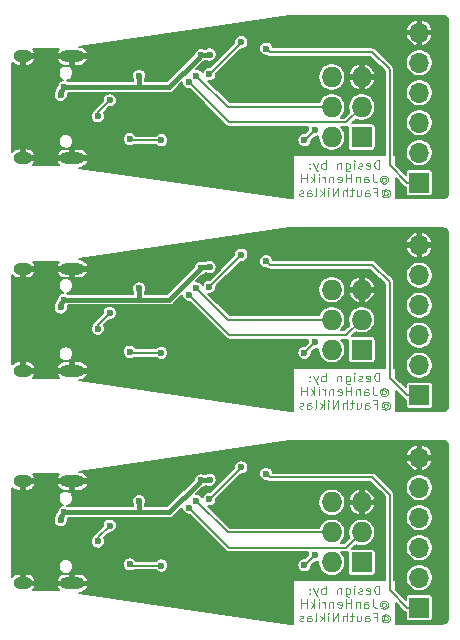
<source format=gbl>
%MOIN*%
%OFA0B0*%
%FSLAX46Y46*%
%IPPOS*%
%LPD*%
%ADD10C,0.0039370078740157488*%
%ADD11O,0.068X0.068*%
%ADD12R,0.068X0.068*%
%ADD13O,0.066929133858267723X0.066929133858267723*%
%ADD14R,0.066929133858267723X0.066929133858267723*%
%ADD15O,0.082677165354330714X0.03937007874015748*%
%ADD16O,0.062992125984251982X0.03937007874015748*%
%ADD17C,0.023622047244094488*%
%ADD18C,0.015748031496062995*%
%ADD19C,0.0078740157480314977*%
%ADD30C,0.0039370078740157488*%
%ADD31O,0.068X0.068*%
%ADD32R,0.068X0.068*%
%ADD33O,0.066929133858267723X0.066929133858267723*%
%ADD34R,0.066929133858267723X0.066929133858267723*%
%ADD35O,0.082677165354330714X0.03937007874015748*%
%ADD36O,0.062992125984251982X0.03937007874015748*%
%ADD37C,0.023622047244094488*%
%ADD38C,0.015748031496062995*%
%ADD39C,0.0078740157480314977*%
%ADD40C,0.0039370078740157488*%
%ADD41O,0.068X0.068*%
%ADD42R,0.068X0.068*%
%ADD43O,0.066929133858267723X0.066929133858267723*%
%ADD44R,0.066929133858267723X0.066929133858267723*%
%ADD45O,0.082677165354330714X0.03937007874015748*%
%ADD46O,0.062992125984251982X0.03937007874015748*%
%ADD47C,0.023622047244094488*%
%ADD48C,0.015748031496062995*%
%ADD49C,0.0078740157480314977*%
D10*
X0001500093Y0001526902D02*
X0001500093Y0001554461D01*
X0001492594Y0001554461D01*
X0001488095Y0001553149D01*
X0001485095Y0001550524D01*
X0001483595Y0001547900D01*
X0001482095Y0001542650D01*
X0001482095Y0001538713D01*
X0001483595Y0001533464D01*
X0001485095Y0001530839D01*
X0001488095Y0001528215D01*
X0001492594Y0001526902D01*
X0001500093Y0001526902D01*
X0001456599Y0001528215D02*
X0001459598Y0001526902D01*
X0001465598Y0001526902D01*
X0001468597Y0001528215D01*
X0001470097Y0001530839D01*
X0001470097Y0001541338D01*
X0001468597Y0001543963D01*
X0001465598Y0001545275D01*
X0001459598Y0001545275D01*
X0001456599Y0001543963D01*
X0001455099Y0001541338D01*
X0001455099Y0001538713D01*
X0001470097Y0001536089D01*
X0001443100Y0001528215D02*
X0001440101Y0001526902D01*
X0001434101Y0001526902D01*
X0001431102Y0001528215D01*
X0001429602Y0001530839D01*
X0001429602Y0001532152D01*
X0001431102Y0001534776D01*
X0001434101Y0001536089D01*
X0001438601Y0001536089D01*
X0001441601Y0001537401D01*
X0001443100Y0001540026D01*
X0001443100Y0001541338D01*
X0001441601Y0001543963D01*
X0001438601Y0001545275D01*
X0001434101Y0001545275D01*
X0001431102Y0001543963D01*
X0001416104Y0001526902D02*
X0001416104Y0001545275D01*
X0001416104Y0001554461D02*
X0001417603Y0001553149D01*
X0001416104Y0001551837D01*
X0001414604Y0001553149D01*
X0001416104Y0001554461D01*
X0001416104Y0001551837D01*
X0001387607Y0001545275D02*
X0001387607Y0001522965D01*
X0001389107Y0001520341D01*
X0001390607Y0001519028D01*
X0001393607Y0001517716D01*
X0001398106Y0001517716D01*
X0001401106Y0001519028D01*
X0001387607Y0001528215D02*
X0001390607Y0001526902D01*
X0001396606Y0001526902D01*
X0001399606Y0001528215D01*
X0001401106Y0001529527D01*
X0001402605Y0001532152D01*
X0001402605Y0001540026D01*
X0001401106Y0001542650D01*
X0001399606Y0001543963D01*
X0001396606Y0001545275D01*
X0001390607Y0001545275D01*
X0001387607Y0001543963D01*
X0001372609Y0001545275D02*
X0001372609Y0001526902D01*
X0001372609Y0001542650D02*
X0001371109Y0001543963D01*
X0001368110Y0001545275D01*
X0001363610Y0001545275D01*
X0001360611Y0001543963D01*
X0001359111Y0001541338D01*
X0001359111Y0001526902D01*
X0001320116Y0001526902D02*
X0001320116Y0001554461D01*
X0001320116Y0001543963D02*
X0001317116Y0001545275D01*
X0001311117Y0001545275D01*
X0001308117Y0001543963D01*
X0001306617Y0001542650D01*
X0001305118Y0001540026D01*
X0001305118Y0001532152D01*
X0001306617Y0001529527D01*
X0001308117Y0001528215D01*
X0001311117Y0001526902D01*
X0001317116Y0001526902D01*
X0001320116Y0001528215D01*
X0001294619Y0001545275D02*
X0001287120Y0001526902D01*
X0001279621Y0001545275D02*
X0001287120Y0001526902D01*
X0001290119Y0001520341D01*
X0001291619Y0001519028D01*
X0001294619Y0001517716D01*
X0001267622Y0001529527D02*
X0001266122Y0001528215D01*
X0001267622Y0001526902D01*
X0001269122Y0001528215D01*
X0001267622Y0001529527D01*
X0001267622Y0001526902D01*
X0001267622Y0001543963D02*
X0001266122Y0001542650D01*
X0001267622Y0001541338D01*
X0001269122Y0001542650D01*
X0001267622Y0001543963D01*
X0001267622Y0001541338D01*
X0001508342Y0001494750D02*
X0001509842Y0001496062D01*
X0001512842Y0001497375D01*
X0001515841Y0001497375D01*
X0001518841Y0001496062D01*
X0001520341Y0001494750D01*
X0001521840Y0001492125D01*
X0001521840Y0001489501D01*
X0001520341Y0001486876D01*
X0001518841Y0001485564D01*
X0001515841Y0001484251D01*
X0001512842Y0001484251D01*
X0001509842Y0001485564D01*
X0001508342Y0001486876D01*
X0001508342Y0001497375D02*
X0001508342Y0001486876D01*
X0001506842Y0001485564D01*
X0001505343Y0001485564D01*
X0001502343Y0001486876D01*
X0001500843Y0001489501D01*
X0001500843Y0001496062D01*
X0001503843Y0001499999D01*
X0001508342Y0001502624D01*
X0001514341Y0001503937D01*
X0001520341Y0001502624D01*
X0001524840Y0001499999D01*
X0001527840Y0001496062D01*
X0001529340Y0001490813D01*
X0001527840Y0001485564D01*
X0001524840Y0001481627D01*
X0001520341Y0001479002D01*
X0001514341Y0001477690D01*
X0001508342Y0001479002D01*
X0001503843Y0001481627D01*
X0001478346Y0001509186D02*
X0001478346Y0001489501D01*
X0001479846Y0001485564D01*
X0001482845Y0001482939D01*
X0001487345Y0001481627D01*
X0001490344Y0001481627D01*
X0001449849Y0001481627D02*
X0001449849Y0001496062D01*
X0001451349Y0001498687D01*
X0001454349Y0001499999D01*
X0001460348Y0001499999D01*
X0001463348Y0001498687D01*
X0001449849Y0001482939D02*
X0001452849Y0001481627D01*
X0001460348Y0001481627D01*
X0001463348Y0001482939D01*
X0001464848Y0001485564D01*
X0001464848Y0001488188D01*
X0001463348Y0001490813D01*
X0001460348Y0001492125D01*
X0001452849Y0001492125D01*
X0001449849Y0001493438D01*
X0001434851Y0001499999D02*
X0001434851Y0001481627D01*
X0001434851Y0001497375D02*
X0001433352Y0001498687D01*
X0001430352Y0001499999D01*
X0001425852Y0001499999D01*
X0001422853Y0001498687D01*
X0001421353Y0001496062D01*
X0001421353Y0001481627D01*
X0001406355Y0001481627D02*
X0001406355Y0001509186D01*
X0001406355Y0001496062D02*
X0001388357Y0001496062D01*
X0001388357Y0001481627D02*
X0001388357Y0001509186D01*
X0001361361Y0001482939D02*
X0001364360Y0001481627D01*
X0001370359Y0001481627D01*
X0001373359Y0001482939D01*
X0001374859Y0001485564D01*
X0001374859Y0001496062D01*
X0001373359Y0001498687D01*
X0001370359Y0001499999D01*
X0001364360Y0001499999D01*
X0001361361Y0001498687D01*
X0001359861Y0001496062D01*
X0001359861Y0001493438D01*
X0001374859Y0001490813D01*
X0001346362Y0001499999D02*
X0001346362Y0001481627D01*
X0001346362Y0001497375D02*
X0001344863Y0001498687D01*
X0001341863Y0001499999D01*
X0001337364Y0001499999D01*
X0001334364Y0001498687D01*
X0001332864Y0001496062D01*
X0001332864Y0001481627D01*
X0001317866Y0001481627D02*
X0001317866Y0001499999D01*
X0001317866Y0001494750D02*
X0001316366Y0001497375D01*
X0001314866Y0001498687D01*
X0001311867Y0001499999D01*
X0001308867Y0001499999D01*
X0001298368Y0001481627D02*
X0001298368Y0001499999D01*
X0001298368Y0001509186D02*
X0001299868Y0001507874D01*
X0001298368Y0001506561D01*
X0001296869Y0001507874D01*
X0001298368Y0001509186D01*
X0001298368Y0001506561D01*
X0001283370Y0001481627D02*
X0001283370Y0001509186D01*
X0001280371Y0001492125D02*
X0001271372Y0001481627D01*
X0001271372Y0001499999D02*
X0001283370Y0001489501D01*
X0001257874Y0001481627D02*
X0001257874Y0001509186D01*
X0001257874Y0001496062D02*
X0001239876Y0001496062D01*
X0001239876Y0001481627D02*
X0001239876Y0001509186D01*
X0001514341Y0001449475D02*
X0001515841Y0001450787D01*
X0001518841Y0001452099D01*
X0001521840Y0001452099D01*
X0001524840Y0001450787D01*
X0001526340Y0001449475D01*
X0001527840Y0001446850D01*
X0001527840Y0001444225D01*
X0001526340Y0001441601D01*
X0001524840Y0001440288D01*
X0001521840Y0001438976D01*
X0001518841Y0001438976D01*
X0001515841Y0001440288D01*
X0001514341Y0001441601D01*
X0001514341Y0001452099D02*
X0001514341Y0001441601D01*
X0001512842Y0001440288D01*
X0001511342Y0001440288D01*
X0001508342Y0001441601D01*
X0001506842Y0001444225D01*
X0001506842Y0001450787D01*
X0001509842Y0001454724D01*
X0001514341Y0001457349D01*
X0001520341Y0001458661D01*
X0001526340Y0001457349D01*
X0001530839Y0001454724D01*
X0001533839Y0001450787D01*
X0001535339Y0001445538D01*
X0001533839Y0001440288D01*
X0001530839Y0001436351D01*
X0001526340Y0001433727D01*
X0001520341Y0001432414D01*
X0001514341Y0001433727D01*
X0001509842Y0001436351D01*
X0001482845Y0001450787D02*
X0001493344Y0001450787D01*
X0001493344Y0001436351D02*
X0001493344Y0001463910D01*
X0001478346Y0001463910D01*
X0001452849Y0001436351D02*
X0001452849Y0001450787D01*
X0001454349Y0001453412D01*
X0001457349Y0001454724D01*
X0001463348Y0001454724D01*
X0001466347Y0001453412D01*
X0001452849Y0001437664D02*
X0001455849Y0001436351D01*
X0001463348Y0001436351D01*
X0001466347Y0001437664D01*
X0001467847Y0001440288D01*
X0001467847Y0001442913D01*
X0001466347Y0001445538D01*
X0001463348Y0001446850D01*
X0001455849Y0001446850D01*
X0001452849Y0001448162D01*
X0001424353Y0001454724D02*
X0001424353Y0001436351D01*
X0001437851Y0001454724D02*
X0001437851Y0001440288D01*
X0001436351Y0001437664D01*
X0001433352Y0001436351D01*
X0001428852Y0001436351D01*
X0001425852Y0001437664D01*
X0001424353Y0001438976D01*
X0001413854Y0001454724D02*
X0001401855Y0001454724D01*
X0001409355Y0001463910D02*
X0001409355Y0001440288D01*
X0001407855Y0001437664D01*
X0001404855Y0001436351D01*
X0001401855Y0001436351D01*
X0001391357Y0001436351D02*
X0001391357Y0001463910D01*
X0001377858Y0001436351D02*
X0001377858Y0001450787D01*
X0001379358Y0001453412D01*
X0001382358Y0001454724D01*
X0001386857Y0001454724D01*
X0001389857Y0001453412D01*
X0001391357Y0001452099D01*
X0001362860Y0001436351D02*
X0001362860Y0001463910D01*
X0001344863Y0001436351D01*
X0001344863Y0001463910D01*
X0001329865Y0001436351D02*
X0001329865Y0001454724D01*
X0001329865Y0001463910D02*
X0001331364Y0001462598D01*
X0001329865Y0001461286D01*
X0001328365Y0001462598D01*
X0001329865Y0001463910D01*
X0001329865Y0001461286D01*
X0001314866Y0001436351D02*
X0001314866Y0001463910D01*
X0001311867Y0001446850D02*
X0001302868Y0001436351D01*
X0001302868Y0001454724D02*
X0001314866Y0001444225D01*
X0001284870Y0001436351D02*
X0001287870Y0001437664D01*
X0001289370Y0001440288D01*
X0001289370Y0001463910D01*
X0001259373Y0001436351D02*
X0001259373Y0001450787D01*
X0001260873Y0001453412D01*
X0001263873Y0001454724D01*
X0001269872Y0001454724D01*
X0001272872Y0001453412D01*
X0001259373Y0001437664D02*
X0001262373Y0001436351D01*
X0001269872Y0001436351D01*
X0001272872Y0001437664D01*
X0001274371Y0001440288D01*
X0001274371Y0001442913D01*
X0001272872Y0001445538D01*
X0001269872Y0001446850D01*
X0001262373Y0001446850D01*
X0001259373Y0001448162D01*
X0001245875Y0001437664D02*
X0001242875Y0001436351D01*
X0001236876Y0001436351D01*
X0001233876Y0001437664D01*
X0001232377Y0001440288D01*
X0001232377Y0001441601D01*
X0001233876Y0001444225D01*
X0001236876Y0001445538D01*
X0001241376Y0001445538D01*
X0001244375Y0001446850D01*
X0001245875Y0001449475D01*
X0001245875Y0001450787D01*
X0001244375Y0001453412D01*
X0001241376Y0001454724D01*
X0001236876Y0001454724D01*
X0001233876Y0001453412D01*
D11*
X0001340944Y0001832283D03*
X0001440944Y0001832283D03*
X0001340944Y0001732283D03*
X0001440944Y0001732283D03*
X0001340944Y0001632283D03*
D12*
X0001440944Y0001632283D03*
D13*
X0001633070Y0001980708D03*
X0001633070Y0001880708D03*
X0001633070Y0001780708D03*
X0001633070Y0001680708D03*
X0001633070Y0001580708D03*
D14*
X0001633070Y0001480708D03*
D15*
X0000475787Y0001902362D03*
X0000475787Y0001562204D03*
D16*
X0000311220Y0001902362D03*
X0000311220Y0001562204D03*
D17*
X0000594488Y0001688976D03*
X0000740157Y0001511811D03*
X0000692913Y0001515748D03*
X0000574803Y0001858267D03*
X0000625984Y0001838582D03*
X0000870078Y0001921259D03*
X0000909448Y0001866141D03*
X0000885826Y0001748031D03*
X0000885826Y0001692913D03*
X0000885826Y0001637795D03*
X0000885826Y0001582677D03*
X0001074803Y0001582677D03*
X0001216535Y0001625984D03*
X0001122047Y0001791338D03*
X0001192913Y0001846456D03*
X0001259842Y0001767716D03*
X0001185039Y0002019685D03*
X0001192913Y0001952755D03*
X0001259842Y0001885826D03*
X0001346456Y0001948818D03*
X0001507874Y0001933070D03*
X0001547244Y0001897637D03*
X0001566929Y0001767716D03*
X0001499999Y0001811023D03*
X0001501968Y0001706692D03*
X0001568897Y0001706692D03*
X0001568897Y0001631889D03*
X0001501968Y0001631889D03*
X0001566929Y0001553149D03*
X0001279527Y0001584645D03*
X0001062992Y0001832677D03*
X0000629921Y0001889763D03*
X0000751968Y0001933070D03*
X0001570866Y0001452755D03*
X0001194881Y0001452755D03*
X0000450000Y0001799606D03*
X0000437401Y0001773228D03*
X0000933464Y0001907480D03*
X0000905511Y0001905511D03*
X0000698818Y0001836614D03*
X0000772440Y0001621653D03*
X0000667716Y0001625590D03*
X0001039370Y0001948818D03*
X0000933070Y0001842519D03*
X0000600787Y0001754724D03*
X0000561371Y0001701829D03*
X0001285433Y0001657480D03*
X0001250000Y0001622047D03*
X0000889763Y0001836614D03*
X0000866141Y0001814960D03*
X0001122047Y0001927165D03*
D18*
X0000450000Y0001798897D02*
X0000450000Y0001799606D01*
X0000437401Y0001773228D02*
X0000438188Y0001774015D01*
X0000438188Y0001787086D02*
X0000450000Y0001798897D01*
X0000438188Y0001774015D02*
X0000438188Y0001787086D01*
X0000893700Y0001893700D02*
X0000905511Y0001905511D01*
X0000799606Y0001799606D02*
X0000893700Y0001893700D01*
X0000907480Y0001907480D02*
X0000905511Y0001905511D01*
X0000933464Y0001907480D02*
X0000907480Y0001907480D01*
X0000450000Y0001799606D02*
X0000701181Y0001799606D01*
X0000701181Y0001799606D02*
X0000799606Y0001799606D01*
X0000698818Y0001801968D02*
X0000698818Y0001836614D01*
X0000701181Y0001799606D02*
X0000698818Y0001801968D01*
D19*
X0000772440Y0001621653D02*
X0000671653Y0001621653D01*
X0000671653Y0001621653D02*
X0000667716Y0001625590D01*
X0001027558Y0001937007D02*
X0000944881Y0001854330D01*
X0001039370Y0001948818D02*
X0001027558Y0001937007D01*
X0000944881Y0001854330D02*
X0000933070Y0001842519D01*
X0000561371Y0001715308D02*
X0000561371Y0001701829D01*
X0000600787Y0001754724D02*
X0000561371Y0001715308D01*
X0001285433Y0001657480D02*
X0001261810Y0001633858D01*
X0001261810Y0001633858D02*
X0001250000Y0001622047D01*
X0000994094Y0001732283D02*
X0001340944Y0001732283D01*
X0000889763Y0001836614D02*
X0000994094Y0001732283D01*
X0001389763Y0001681102D02*
X0001440944Y0001732283D01*
X0000866141Y0001814960D02*
X0001000000Y0001681102D01*
X0001000000Y0001681102D02*
X0001389763Y0001681102D01*
X0001133858Y0001915354D02*
X0001476377Y0001915354D01*
X0001122047Y0001927165D02*
X0001133858Y0001915354D01*
X0001476377Y0001915354D02*
X0001533464Y0001858267D01*
X0001591732Y0001480708D02*
X0001633070Y0001480708D01*
X0001533464Y0001538976D02*
X0001591732Y0001480708D01*
X0001533464Y0001858267D02*
X0001533464Y0001538976D01*
G36*
X0001715049Y0002036038D02*
G01*
X0001718163Y0002035098D01*
X0001721036Y0002033570D01*
X0001723557Y0002031514D01*
X0001725631Y0002029007D01*
X0001727179Y0002026145D01*
X0001728141Y0002023037D01*
X0001728543Y0002019213D01*
X0001728543Y0001445508D01*
X0001728164Y0001441643D01*
X0001727224Y0001438529D01*
X0001725696Y0001435656D01*
X0001723640Y0001433134D01*
X0001721133Y0001431061D01*
X0001718271Y0001429513D01*
X0001715162Y0001428551D01*
X0001711340Y0001428149D01*
X0001555118Y0001428149D01*
X0001555118Y0001495051D01*
X0001580049Y0001470119D01*
X0001580542Y0001469519D01*
X0001581143Y0001469026D01*
X0001581143Y0001469026D01*
X0001581673Y0001468591D01*
X0001582940Y0001467551D01*
X0001585676Y0001466088D01*
X0001587738Y0001465463D01*
X0001587738Y0001447244D01*
X0001587966Y0001444928D01*
X0001588641Y0001442702D01*
X0001589738Y0001440650D01*
X0001591214Y0001438852D01*
X0001593012Y0001437376D01*
X0001595064Y0001436279D01*
X0001597290Y0001435603D01*
X0001599606Y0001435375D01*
X0001666535Y0001435375D01*
X0001668850Y0001435603D01*
X0001671077Y0001436279D01*
X0001673129Y0001437376D01*
X0001674927Y0001438852D01*
X0001676403Y0001440650D01*
X0001677500Y0001442702D01*
X0001678175Y0001444928D01*
X0001678403Y0001447244D01*
X0001678403Y0001514173D01*
X0001678175Y0001516488D01*
X0001677500Y0001518714D01*
X0001676403Y0001520766D01*
X0001674927Y0001522565D01*
X0001673129Y0001524041D01*
X0001671077Y0001525137D01*
X0001668850Y0001525813D01*
X0001666535Y0001526041D01*
X0001599606Y0001526041D01*
X0001597290Y0001525813D01*
X0001595064Y0001525137D01*
X0001593012Y0001524041D01*
X0001591214Y0001522565D01*
X0001589738Y0001520766D01*
X0001588641Y0001518714D01*
X0001587966Y0001516488D01*
X0001587738Y0001514173D01*
X0001587738Y0001506973D01*
X0001555118Y0001539593D01*
X0001555118Y0001572007D01*
X0001549212Y0001572007D01*
X0001549212Y0001585167D01*
X0001587795Y0001585167D01*
X0001587795Y0001576249D01*
X0001589535Y0001567502D01*
X0001592948Y0001559262D01*
X0001597903Y0001551847D01*
X0001604209Y0001545540D01*
X0001611624Y0001540585D01*
X0001619864Y0001537172D01*
X0001628611Y0001535433D01*
X0001637530Y0001535433D01*
X0001646277Y0001537172D01*
X0001654516Y0001540585D01*
X0001661932Y0001545540D01*
X0001668238Y0001551847D01*
X0001673193Y0001559262D01*
X0001676606Y0001567502D01*
X0001678346Y0001576249D01*
X0001678346Y0001585167D01*
X0001676606Y0001593915D01*
X0001673193Y0001602154D01*
X0001668238Y0001609570D01*
X0001661932Y0001615876D01*
X0001654516Y0001620831D01*
X0001646277Y0001624244D01*
X0001637530Y0001625984D01*
X0001628611Y0001625984D01*
X0001619864Y0001624244D01*
X0001611624Y0001620831D01*
X0001604209Y0001615876D01*
X0001597903Y0001609570D01*
X0001592948Y0001602154D01*
X0001589535Y0001593915D01*
X0001587795Y0001585167D01*
X0001549212Y0001585167D01*
X0001549212Y0001685167D01*
X0001587795Y0001685167D01*
X0001587795Y0001676249D01*
X0001589535Y0001667502D01*
X0001592948Y0001659262D01*
X0001597903Y0001651847D01*
X0001604209Y0001645540D01*
X0001611624Y0001640585D01*
X0001619864Y0001637172D01*
X0001628611Y0001635433D01*
X0001637530Y0001635433D01*
X0001646277Y0001637172D01*
X0001654516Y0001640585D01*
X0001661932Y0001645540D01*
X0001668238Y0001651847D01*
X0001673193Y0001659262D01*
X0001676606Y0001667502D01*
X0001678346Y0001676249D01*
X0001678346Y0001685167D01*
X0001676606Y0001693915D01*
X0001673193Y0001702154D01*
X0001668238Y0001709570D01*
X0001661932Y0001715876D01*
X0001654516Y0001720831D01*
X0001646277Y0001724244D01*
X0001637530Y0001725984D01*
X0001628611Y0001725984D01*
X0001619864Y0001724244D01*
X0001611624Y0001720831D01*
X0001604209Y0001715876D01*
X0001597903Y0001709570D01*
X0001592948Y0001702154D01*
X0001589535Y0001693915D01*
X0001587795Y0001685167D01*
X0001549212Y0001685167D01*
X0001549212Y0001785167D01*
X0001587795Y0001785167D01*
X0001587795Y0001776249D01*
X0001589535Y0001767502D01*
X0001592948Y0001759262D01*
X0001597903Y0001751847D01*
X0001604209Y0001745540D01*
X0001611624Y0001740585D01*
X0001619864Y0001737172D01*
X0001628611Y0001735433D01*
X0001637530Y0001735433D01*
X0001646277Y0001737172D01*
X0001654516Y0001740585D01*
X0001661932Y0001745540D01*
X0001668238Y0001751847D01*
X0001673193Y0001759262D01*
X0001676606Y0001767502D01*
X0001678346Y0001776249D01*
X0001678346Y0001785167D01*
X0001676606Y0001793915D01*
X0001673193Y0001802154D01*
X0001668238Y0001809570D01*
X0001661932Y0001815876D01*
X0001654516Y0001820831D01*
X0001646277Y0001824244D01*
X0001637530Y0001825984D01*
X0001628611Y0001825984D01*
X0001619864Y0001824244D01*
X0001611624Y0001820831D01*
X0001604209Y0001815876D01*
X0001597903Y0001809570D01*
X0001592948Y0001802154D01*
X0001589535Y0001793915D01*
X0001587795Y0001785167D01*
X0001549212Y0001785167D01*
X0001549212Y0001857494D01*
X0001549288Y0001858267D01*
X0001549212Y0001859040D01*
X0001549212Y0001859041D01*
X0001548984Y0001861354D01*
X0001548084Y0001864323D01*
X0001546621Y0001867059D01*
X0001544653Y0001869457D01*
X0001544053Y0001869950D01*
X0001528835Y0001885167D01*
X0001587795Y0001885167D01*
X0001587795Y0001876249D01*
X0001589535Y0001867502D01*
X0001592948Y0001859262D01*
X0001597903Y0001851847D01*
X0001604209Y0001845540D01*
X0001611624Y0001840585D01*
X0001619864Y0001837172D01*
X0001628611Y0001835433D01*
X0001637530Y0001835433D01*
X0001646277Y0001837172D01*
X0001654516Y0001840585D01*
X0001661932Y0001845540D01*
X0001668238Y0001851847D01*
X0001673193Y0001859262D01*
X0001676606Y0001867502D01*
X0001678346Y0001876249D01*
X0001678346Y0001885167D01*
X0001676606Y0001893915D01*
X0001673193Y0001902154D01*
X0001668238Y0001909570D01*
X0001661932Y0001915876D01*
X0001654516Y0001920831D01*
X0001646277Y0001924244D01*
X0001637530Y0001925984D01*
X0001628611Y0001925984D01*
X0001619864Y0001924244D01*
X0001611624Y0001920831D01*
X0001604209Y0001915876D01*
X0001597903Y0001909570D01*
X0001592948Y0001902154D01*
X0001589535Y0001893915D01*
X0001587795Y0001885167D01*
X0001528835Y0001885167D01*
X0001488060Y0001925942D01*
X0001487567Y0001926543D01*
X0001485169Y0001928511D01*
X0001482433Y0001929974D01*
X0001479465Y0001930874D01*
X0001477151Y0001931102D01*
X0001477151Y0001931102D01*
X0001476377Y0001931178D01*
X0001475604Y0001931102D01*
X0001145348Y0001931102D01*
X0001144761Y0001934055D01*
X0001142980Y0001938354D01*
X0001140395Y0001942223D01*
X0001137105Y0001945513D01*
X0001133236Y0001948098D01*
X0001128937Y0001949879D01*
X0001124373Y0001950787D01*
X0001119720Y0001950787D01*
X0001115156Y0001949879D01*
X0001110857Y0001948098D01*
X0001106989Y0001945513D01*
X0001103698Y0001942223D01*
X0001101113Y0001938354D01*
X0001099332Y0001934055D01*
X0001098425Y0001929491D01*
X0001098425Y0001924838D01*
X0001099332Y0001920275D01*
X0001101113Y0001915976D01*
X0001103698Y0001912107D01*
X0001106989Y0001908816D01*
X0001110857Y0001906231D01*
X0001115156Y0001904451D01*
X0001119720Y0001903543D01*
X0001123426Y0001903543D01*
X0001124135Y0001902961D01*
X0001125066Y0001902197D01*
X0001127802Y0001900734D01*
X0001130771Y0001899834D01*
X0001133858Y0001899530D01*
X0001134631Y0001899606D01*
X0001469854Y0001899606D01*
X0001517716Y0001851744D01*
X0001517716Y0001572007D01*
X0001212598Y0001572007D01*
X0001212598Y0001428149D01*
X0001201714Y0001428149D01*
X0000497536Y0001530708D01*
X0000503503Y0001530708D01*
X0000509532Y0001532496D01*
X0000515095Y0001535426D01*
X0000519980Y0001539385D01*
X0000523999Y0001544220D01*
X0000526997Y0001549747D01*
X0000527018Y0001551381D01*
X0000525332Y0001556141D01*
X0000481850Y0001556141D01*
X0000481850Y0001555354D01*
X0000469724Y0001555354D01*
X0000469724Y0001556141D01*
X0000426241Y0001556141D01*
X0000424555Y0001551381D01*
X0000424577Y0001549747D01*
X0000427575Y0001544220D01*
X0000431594Y0001539385D01*
X0000432827Y0001538385D01*
X0000345153Y0001538385D01*
X0000345577Y0001538719D01*
X0000349725Y0001543569D01*
X0000352609Y0001551381D01*
X0000350923Y0001556141D01*
X0000317283Y0001556141D01*
X0000317283Y0001555354D01*
X0000305157Y0001555354D01*
X0000305157Y0001556141D01*
X0000304370Y0001556141D01*
X0000304370Y0001568267D01*
X0000305157Y0001568267D01*
X0000305157Y0001591296D01*
X0000317283Y0001591296D01*
X0000317283Y0001568267D01*
X0000350923Y0001568267D01*
X0000352609Y0001573027D01*
X0000424555Y0001573027D01*
X0000426241Y0001568267D01*
X0000469724Y0001568267D01*
X0000469724Y0001593700D01*
X0000481850Y0001593700D01*
X0000481850Y0001568267D01*
X0000525332Y0001568267D01*
X0000527018Y0001573027D01*
X0000526997Y0001574661D01*
X0000523999Y0001580188D01*
X0000519980Y0001585024D01*
X0000515095Y0001588983D01*
X0000509532Y0001591912D01*
X0000503503Y0001593700D01*
X0000481850Y0001593700D01*
X0000469724Y0001593700D01*
X0000448070Y0001593700D01*
X0000442042Y0001591912D01*
X0000436479Y0001588983D01*
X0000431594Y0001585024D01*
X0000427575Y0001580188D01*
X0000424577Y0001574661D01*
X0000424555Y0001573027D01*
X0000352609Y0001573027D01*
X0000349725Y0001580840D01*
X0000345577Y0001585690D01*
X0000340562Y0001589637D01*
X0000334873Y0001592530D01*
X0000328729Y0001594257D01*
X0000322367Y0001594753D01*
X0000317283Y0001591296D01*
X0000305157Y0001591296D01*
X0000300073Y0001594753D01*
X0000293711Y0001594257D01*
X0000287567Y0001592530D01*
X0000281878Y0001589637D01*
X0000276863Y0001585690D01*
X0000275590Y0001584201D01*
X0000275590Y0001620927D01*
X0000430314Y0001620927D01*
X0000430314Y0001616080D01*
X0000431260Y0001611326D01*
X0000433115Y0001606848D01*
X0000435808Y0001602818D01*
X0000439235Y0001599390D01*
X0000443265Y0001596698D01*
X0000447743Y0001594843D01*
X0000452497Y0001593897D01*
X0000457344Y0001593897D01*
X0000462098Y0001594843D01*
X0000466576Y0001596698D01*
X0000470606Y0001599390D01*
X0000474034Y0001602818D01*
X0000476727Y0001606848D01*
X0000478581Y0001611326D01*
X0000479527Y0001616080D01*
X0000479527Y0001620927D01*
X0000478581Y0001625681D01*
X0000477655Y0001627917D01*
X0000644094Y0001627917D01*
X0000644094Y0001623263D01*
X0000645002Y0001618700D01*
X0000646782Y0001614401D01*
X0000649368Y0001610532D01*
X0000652658Y0001607242D01*
X0000656527Y0001604656D01*
X0000660826Y0001602876D01*
X0000665389Y0001601968D01*
X0000670043Y0001601968D01*
X0000674606Y0001602876D01*
X0000678905Y0001604656D01*
X0000680774Y0001605905D01*
X0000754782Y0001605905D01*
X0000757382Y0001603305D01*
X0000761251Y0001600719D01*
X0000765550Y0001598939D01*
X0000770114Y0001598031D01*
X0000774767Y0001598031D01*
X0000779331Y0001598939D01*
X0000783630Y0001600719D01*
X0000787499Y0001603305D01*
X0000790789Y0001606595D01*
X0000793374Y0001610464D01*
X0000795155Y0001614763D01*
X0000796062Y0001619326D01*
X0000796062Y0001623980D01*
X0000795155Y0001628543D01*
X0000793374Y0001632842D01*
X0000790789Y0001636711D01*
X0000787499Y0001640001D01*
X0000783630Y0001642587D01*
X0000779331Y0001644367D01*
X0000774767Y0001645275D01*
X0000770114Y0001645275D01*
X0000765550Y0001644367D01*
X0000761251Y0001642587D01*
X0000757382Y0001640001D01*
X0000754782Y0001637401D01*
X0000688234Y0001637401D01*
X0000686064Y0001640648D01*
X0000682774Y0001643938D01*
X0000678905Y0001646524D01*
X0000674606Y0001648304D01*
X0000670043Y0001649212D01*
X0000665389Y0001649212D01*
X0000660826Y0001648304D01*
X0000656527Y0001646524D01*
X0000652658Y0001643938D01*
X0000649368Y0001640648D01*
X0000646782Y0001636779D01*
X0000645002Y0001632480D01*
X0000644094Y0001627917D01*
X0000477655Y0001627917D01*
X0000476727Y0001630159D01*
X0000474034Y0001634189D01*
X0000470606Y0001637616D01*
X0000466576Y0001640309D01*
X0000462098Y0001642164D01*
X0000457344Y0001643110D01*
X0000452497Y0001643110D01*
X0000447743Y0001642164D01*
X0000443265Y0001640309D01*
X0000439235Y0001637616D01*
X0000435808Y0001634189D01*
X0000433115Y0001630159D01*
X0000431260Y0001625681D01*
X0000430314Y0001620927D01*
X0000275590Y0001620927D01*
X0000275590Y0001704155D01*
X0000537749Y0001704155D01*
X0000537749Y0001699502D01*
X0000538657Y0001694939D01*
X0000540437Y0001690640D01*
X0000543022Y0001686771D01*
X0000546313Y0001683480D01*
X0000550182Y0001680895D01*
X0000554480Y0001679115D01*
X0000559044Y0001678207D01*
X0000563697Y0001678207D01*
X0000568261Y0001679115D01*
X0000572560Y0001680895D01*
X0000576429Y0001683480D01*
X0000579719Y0001686771D01*
X0000582304Y0001690640D01*
X0000584085Y0001694939D01*
X0000584993Y0001699502D01*
X0000584993Y0001704155D01*
X0000584085Y0001708719D01*
X0000582304Y0001713018D01*
X0000581923Y0001713589D01*
X0000599436Y0001731102D01*
X0000603113Y0001731102D01*
X0000607677Y0001732010D01*
X0000611976Y0001733790D01*
X0000615845Y0001736375D01*
X0000619135Y0001739666D01*
X0000621720Y0001743535D01*
X0000623501Y0001747834D01*
X0000624409Y0001752397D01*
X0000624409Y0001757050D01*
X0000623501Y0001761614D01*
X0000621720Y0001765913D01*
X0000619135Y0001769782D01*
X0000615845Y0001773072D01*
X0000611976Y0001775657D01*
X0000607677Y0001777438D01*
X0000603113Y0001778346D01*
X0000598460Y0001778346D01*
X0000593897Y0001777438D01*
X0000589598Y0001775657D01*
X0000585729Y0001773072D01*
X0000582438Y0001769782D01*
X0000579853Y0001765913D01*
X0000578073Y0001761614D01*
X0000577165Y0001757050D01*
X0000577165Y0001753373D01*
X0000550782Y0001726990D01*
X0000550181Y0001726497D01*
X0000548213Y0001724099D01*
X0000546751Y0001721363D01*
X0000546411Y0001720243D01*
X0000546313Y0001720177D01*
X0000543022Y0001716887D01*
X0000540437Y0001713018D01*
X0000538657Y0001708719D01*
X0000537749Y0001704155D01*
X0000275590Y0001704155D01*
X0000275590Y0001775554D01*
X0000413779Y0001775554D01*
X0000413779Y0001770901D01*
X0000414687Y0001766338D01*
X0000416467Y0001762039D01*
X0000419053Y0001758170D01*
X0000422343Y0001754879D01*
X0000426212Y0001752294D01*
X0000430511Y0001750514D01*
X0000435075Y0001749606D01*
X0000439728Y0001749606D01*
X0000444291Y0001750514D01*
X0000448590Y0001752294D01*
X0000452459Y0001754879D01*
X0000455749Y0001758170D01*
X0000458335Y0001762039D01*
X0000460115Y0001766338D01*
X0000461023Y0001770901D01*
X0000461023Y0001775554D01*
X0000460463Y0001778372D01*
X0000461189Y0001778672D01*
X0000463057Y0001779921D01*
X0000700214Y0001779921D01*
X0000701181Y0001779826D01*
X0000702147Y0001779921D01*
X0000798639Y0001779921D01*
X0000799606Y0001779826D01*
X0000800573Y0001779921D01*
X0000803465Y0001780206D01*
X0000807175Y0001781331D01*
X0000810595Y0001783159D01*
X0000813593Y0001785619D01*
X0000814209Y0001786371D01*
X0000842519Y0001814680D01*
X0000842519Y0001812634D01*
X0000843427Y0001808070D01*
X0000845208Y0001803771D01*
X0000847793Y0001799902D01*
X0000851083Y0001796612D01*
X0000854952Y0001794027D01*
X0000859251Y0001792246D01*
X0000863815Y0001791338D01*
X0000867492Y0001791338D01*
X0000988317Y0001670513D01*
X0000988810Y0001669912D01*
X0000989411Y0001669419D01*
X0000989411Y0001669419D01*
X0000989940Y0001668985D01*
X0000991208Y0001667945D01*
X0000993944Y0001666482D01*
X0000996912Y0001665582D01*
X0000999226Y0001665354D01*
X0000999226Y0001665354D01*
X0000999999Y0001665278D01*
X0001000773Y0001665354D01*
X0001263126Y0001665354D01*
X0001262718Y0001664370D01*
X0001261810Y0001659806D01*
X0001261810Y0001656129D01*
X0001251351Y0001645669D01*
X0001247673Y0001645669D01*
X0001243109Y0001644761D01*
X0001238810Y0001642980D01*
X0001234941Y0001640395D01*
X0001231651Y0001637105D01*
X0001229066Y0001633236D01*
X0001227285Y0001628937D01*
X0001226377Y0001624373D01*
X0001226377Y0001619720D01*
X0001227285Y0001615156D01*
X0001229066Y0001610857D01*
X0001231651Y0001606988D01*
X0001234941Y0001603698D01*
X0001238810Y0001601113D01*
X0001243109Y0001599332D01*
X0001247673Y0001598425D01*
X0001252326Y0001598425D01*
X0001256890Y0001599332D01*
X0001261189Y0001601113D01*
X0001265058Y0001603698D01*
X0001268348Y0001606988D01*
X0001270933Y0001610857D01*
X0001272714Y0001615156D01*
X0001273622Y0001619720D01*
X0001273622Y0001623398D01*
X0001284082Y0001633858D01*
X0001287759Y0001633858D01*
X0001292323Y0001634766D01*
X0001295133Y0001635930D01*
X0001295133Y0001627771D01*
X0001296894Y0001618920D01*
X0001300347Y0001610583D01*
X0001305361Y0001603080D01*
X0001311742Y0001596699D01*
X0001319245Y0001591686D01*
X0001327582Y0001588232D01*
X0001336432Y0001586472D01*
X0001345456Y0001586472D01*
X0001354307Y0001588232D01*
X0001362644Y0001591686D01*
X0001370147Y0001596699D01*
X0001376528Y0001603080D01*
X0001381542Y0001610583D01*
X0001384995Y0001618920D01*
X0001386755Y0001627771D01*
X0001386755Y0001636795D01*
X0001384995Y0001645646D01*
X0001381542Y0001653983D01*
X0001376528Y0001661486D01*
X0001372660Y0001665354D01*
X0001388990Y0001665354D01*
X0001389763Y0001665278D01*
X0001390537Y0001665354D01*
X0001390537Y0001665354D01*
X0001392850Y0001665582D01*
X0001395076Y0001666257D01*
X0001395076Y0001598283D01*
X0001395304Y0001595968D01*
X0001395980Y0001593741D01*
X0001397076Y0001591689D01*
X0001398552Y0001589891D01*
X0001400351Y0001588415D01*
X0001402403Y0001587318D01*
X0001404629Y0001586643D01*
X0001406944Y0001586415D01*
X0001474944Y0001586415D01*
X0001477260Y0001586643D01*
X0001479486Y0001587318D01*
X0001481538Y0001588415D01*
X0001483336Y0001589891D01*
X0001484812Y0001591689D01*
X0001485909Y0001593741D01*
X0001486584Y0001595968D01*
X0001486813Y0001598283D01*
X0001486813Y0001666283D01*
X0001486584Y0001668598D01*
X0001485909Y0001670825D01*
X0001484812Y0001672877D01*
X0001483336Y0001674675D01*
X0001481538Y0001676151D01*
X0001479486Y0001677248D01*
X0001477260Y0001677923D01*
X0001474944Y0001678151D01*
X0001409084Y0001678151D01*
X0001421630Y0001690698D01*
X0001427582Y0001688232D01*
X0001436432Y0001686472D01*
X0001445456Y0001686472D01*
X0001454307Y0001688232D01*
X0001462644Y0001691686D01*
X0001470147Y0001696699D01*
X0001476528Y0001703080D01*
X0001481542Y0001710583D01*
X0001484995Y0001718920D01*
X0001486755Y0001727771D01*
X0001486755Y0001736795D01*
X0001484995Y0001745646D01*
X0001481542Y0001753983D01*
X0001476528Y0001761486D01*
X0001470147Y0001767867D01*
X0001462644Y0001772880D01*
X0001454307Y0001776333D01*
X0001445456Y0001778094D01*
X0001436432Y0001778094D01*
X0001427582Y0001776333D01*
X0001419245Y0001772880D01*
X0001411742Y0001767867D01*
X0001405361Y0001761486D01*
X0001400347Y0001753983D01*
X0001396894Y0001745646D01*
X0001395133Y0001736795D01*
X0001395133Y0001727771D01*
X0001396894Y0001718920D01*
X0001399359Y0001712969D01*
X0001383240Y0001696850D01*
X0001370298Y0001696850D01*
X0001376528Y0001703080D01*
X0001381542Y0001710583D01*
X0001384995Y0001718920D01*
X0001386755Y0001727771D01*
X0001386755Y0001736795D01*
X0001384995Y0001745646D01*
X0001381542Y0001753983D01*
X0001376528Y0001761486D01*
X0001370147Y0001767867D01*
X0001362644Y0001772880D01*
X0001354307Y0001776333D01*
X0001345456Y0001778094D01*
X0001336432Y0001778094D01*
X0001327582Y0001776333D01*
X0001319245Y0001772880D01*
X0001311742Y0001767867D01*
X0001305361Y0001761486D01*
X0001300347Y0001753983D01*
X0001297882Y0001748031D01*
X0001000617Y0001748031D01*
X0000929504Y0001819144D01*
X0000930744Y0001818897D01*
X0000935397Y0001818897D01*
X0000939961Y0001819805D01*
X0000944260Y0001821586D01*
X0000948129Y0001824171D01*
X0000951419Y0001827461D01*
X0000954004Y0001831330D01*
X0000955785Y0001835629D01*
X0000956017Y0001836795D01*
X0001295133Y0001836795D01*
X0001295133Y0001827771D01*
X0001296894Y0001818920D01*
X0001300347Y0001810583D01*
X0001305361Y0001803080D01*
X0001311742Y0001796699D01*
X0001319245Y0001791686D01*
X0001327582Y0001788232D01*
X0001336432Y0001786472D01*
X0001345456Y0001786472D01*
X0001354307Y0001788232D01*
X0001362644Y0001791686D01*
X0001370147Y0001796699D01*
X0001376528Y0001803080D01*
X0001381542Y0001810583D01*
X0001384995Y0001818920D01*
X0001385049Y0001819191D01*
X0001397044Y0001819191D01*
X0001397169Y0001818778D01*
X0001400644Y0001810498D01*
X0001405669Y0001803054D01*
X0001412049Y0001796734D01*
X0001419540Y0001791780D01*
X0001427853Y0001788382D01*
X0001434881Y0001789827D01*
X0001434881Y0001826220D01*
X0001447007Y0001826220D01*
X0001447007Y0001789827D01*
X0001454036Y0001788382D01*
X0001462349Y0001791780D01*
X0001469840Y0001796734D01*
X0001476220Y0001803054D01*
X0001481244Y0001810498D01*
X0001484720Y0001818778D01*
X0001484845Y0001819191D01*
X0001483372Y0001826220D01*
X0001447007Y0001826220D01*
X0001434881Y0001826220D01*
X0001398517Y0001826220D01*
X0001397044Y0001819191D01*
X0001385049Y0001819191D01*
X0001386755Y0001827771D01*
X0001386755Y0001836795D01*
X0001385049Y0001845375D01*
X0001397044Y0001845375D01*
X0001398517Y0001838346D01*
X0001434881Y0001838346D01*
X0001434881Y0001874739D01*
X0001447007Y0001874739D01*
X0001447007Y0001838346D01*
X0001483372Y0001838346D01*
X0001484845Y0001845375D01*
X0001484720Y0001845788D01*
X0001481244Y0001854068D01*
X0001476220Y0001861512D01*
X0001469840Y0001867832D01*
X0001462349Y0001872786D01*
X0001454036Y0001876184D01*
X0001447007Y0001874739D01*
X0001434881Y0001874739D01*
X0001427853Y0001876184D01*
X0001419540Y0001872786D01*
X0001412049Y0001867832D01*
X0001405669Y0001861512D01*
X0001400644Y0001854068D01*
X0001397169Y0001845788D01*
X0001397044Y0001845375D01*
X0001385049Y0001845375D01*
X0001384995Y0001845646D01*
X0001381542Y0001853983D01*
X0001376528Y0001861486D01*
X0001370147Y0001867867D01*
X0001362644Y0001872880D01*
X0001354307Y0001876333D01*
X0001345456Y0001878094D01*
X0001336432Y0001878094D01*
X0001327582Y0001876333D01*
X0001319245Y0001872880D01*
X0001311742Y0001867867D01*
X0001305361Y0001861486D01*
X0001300347Y0001853983D01*
X0001296894Y0001845646D01*
X0001295133Y0001836795D01*
X0000956017Y0001836795D01*
X0000956692Y0001840193D01*
X0000956692Y0001843870D01*
X0001038019Y0001925196D01*
X0001041696Y0001925196D01*
X0001046260Y0001926104D01*
X0001050559Y0001927885D01*
X0001054428Y0001930470D01*
X0001057718Y0001933760D01*
X0001060303Y0001937629D01*
X0001062084Y0001941928D01*
X0001062992Y0001946492D01*
X0001062992Y0001951145D01*
X0001062084Y0001955709D01*
X0001060303Y0001960008D01*
X0001057718Y0001963877D01*
X0001054428Y0001967167D01*
X0001053628Y0001967701D01*
X0001589703Y0001967701D01*
X0001589785Y0001967430D01*
X0001593208Y0001959240D01*
X0001598162Y0001951876D01*
X0001604457Y0001945620D01*
X0001611852Y0001940712D01*
X0001620063Y0001937341D01*
X0001627007Y0001938793D01*
X0001627007Y0001974645D01*
X0001639133Y0001974645D01*
X0001639133Y0001938793D01*
X0001646078Y0001937341D01*
X0001654288Y0001940712D01*
X0001661683Y0001945620D01*
X0001667979Y0001951876D01*
X0001672933Y0001959240D01*
X0001676355Y0001967430D01*
X0001676437Y0001967701D01*
X0001674957Y0001974645D01*
X0001639133Y0001974645D01*
X0001627007Y0001974645D01*
X0001591184Y0001974645D01*
X0001589703Y0001967701D01*
X0001053628Y0001967701D01*
X0001050559Y0001969752D01*
X0001046260Y0001971533D01*
X0001041696Y0001972440D01*
X0001037043Y0001972440D01*
X0001032479Y0001971533D01*
X0001028180Y0001969752D01*
X0001024311Y0001967167D01*
X0001021021Y0001963877D01*
X0001018436Y0001960008D01*
X0001016655Y0001955709D01*
X0001015747Y0001951145D01*
X0001015747Y0001947467D01*
X0000934421Y0001866141D01*
X0000930744Y0001866141D01*
X0000926180Y0001865233D01*
X0000921881Y0001863453D01*
X0000918012Y0001860868D01*
X0000914722Y0001857577D01*
X0000912137Y0001853709D01*
X0000910356Y0001849410D01*
X0000910188Y0001848564D01*
X0000908112Y0001851672D01*
X0000904821Y0001854962D01*
X0000900953Y0001857547D01*
X0000896654Y0001859328D01*
X0000892090Y0001860236D01*
X0000888075Y0001860236D01*
X0000908303Y0001880465D01*
X0000908304Y0001880465D01*
X0000910197Y0001882359D01*
X0000912402Y0001882797D01*
X0000916701Y0001884578D01*
X0000920570Y0001887163D01*
X0000920883Y0001887476D01*
X0000922275Y0001886546D01*
X0000926574Y0001884766D01*
X0000931137Y0001883858D01*
X0000935791Y0001883858D01*
X0000940354Y0001884766D01*
X0000944653Y0001886546D01*
X0000948522Y0001889131D01*
X0000951812Y0001892422D01*
X0000954398Y0001896291D01*
X0000956178Y0001900590D01*
X0000957086Y0001905153D01*
X0000957086Y0001909806D01*
X0000956178Y0001914370D01*
X0000954398Y0001918669D01*
X0000951812Y0001922538D01*
X0000948522Y0001925828D01*
X0000944653Y0001928413D01*
X0000940354Y0001930194D01*
X0000935791Y0001931102D01*
X0000931137Y0001931102D01*
X0000926574Y0001930194D01*
X0000922275Y0001928413D01*
X0000920406Y0001927165D01*
X0000914962Y0001927165D01*
X0000912402Y0001928226D01*
X0000907838Y0001929133D01*
X0000903185Y0001929133D01*
X0000898621Y0001928226D01*
X0000894322Y0001926445D01*
X0000890453Y0001923860D01*
X0000887163Y0001920570D01*
X0000884578Y0001916701D01*
X0000882797Y0001912402D01*
X0000882359Y0001910197D01*
X0000880465Y0001908304D01*
X0000880465Y0001908303D01*
X0000791452Y0001819291D01*
X0000718503Y0001819291D01*
X0000718503Y0001823556D01*
X0000719752Y0001825424D01*
X0000721533Y0001829723D01*
X0000722440Y0001834287D01*
X0000722440Y0001838940D01*
X0000721533Y0001843504D01*
X0000719752Y0001847803D01*
X0000717167Y0001851672D01*
X0000713877Y0001854962D01*
X0000710008Y0001857547D01*
X0000705709Y0001859328D01*
X0000701145Y0001860236D01*
X0000696492Y0001860236D01*
X0000691928Y0001859328D01*
X0000687629Y0001857547D01*
X0000683760Y0001854962D01*
X0000680470Y0001851672D01*
X0000677885Y0001847803D01*
X0000676104Y0001843504D01*
X0000675196Y0001838940D01*
X0000675196Y0001834287D01*
X0000676104Y0001829723D01*
X0000677885Y0001825424D01*
X0000679133Y0001823556D01*
X0000679133Y0001819291D01*
X0000463057Y0001819291D01*
X0000461189Y0001820539D01*
X0000458446Y0001821675D01*
X0000462098Y0001822402D01*
X0000466576Y0001824257D01*
X0000470606Y0001826950D01*
X0000474034Y0001830377D01*
X0000476727Y0001834407D01*
X0000478581Y0001838885D01*
X0000479527Y0001843639D01*
X0000479527Y0001848486D01*
X0000478581Y0001853240D01*
X0000476727Y0001857718D01*
X0000474034Y0001861748D01*
X0000470606Y0001865175D01*
X0000466576Y0001867868D01*
X0000462098Y0001869723D01*
X0000457344Y0001870669D01*
X0000452497Y0001870669D01*
X0000447743Y0001869723D01*
X0000443265Y0001867868D01*
X0000439235Y0001865175D01*
X0000435808Y0001861748D01*
X0000433115Y0001857718D01*
X0000431260Y0001853240D01*
X0000430314Y0001848486D01*
X0000430314Y0001843639D01*
X0000431260Y0001838885D01*
X0000433115Y0001834407D01*
X0000435808Y0001830377D01*
X0000439235Y0001826950D01*
X0000443265Y0001824257D01*
X0000446373Y0001822969D01*
X0000443109Y0001822320D01*
X0000438810Y0001820539D01*
X0000434941Y0001817954D01*
X0000431651Y0001814664D01*
X0000429066Y0001810795D01*
X0000427285Y0001806496D01*
X0000426671Y0001803407D01*
X0000424953Y0001801689D01*
X0000424202Y0001801073D01*
X0000421742Y0001798075D01*
X0000420497Y0001795747D01*
X0000419914Y0001794656D01*
X0000418788Y0001790945D01*
X0000418435Y0001787362D01*
X0000416467Y0001784417D01*
X0000414687Y0001780118D01*
X0000413779Y0001775554D01*
X0000275590Y0001775554D01*
X0000275590Y0001880365D01*
X0000276863Y0001878876D01*
X0000281878Y0001874929D01*
X0000287567Y0001872036D01*
X0000293711Y0001870309D01*
X0000300073Y0001869813D01*
X0000305157Y0001873270D01*
X0000305157Y0001896299D01*
X0000317283Y0001896299D01*
X0000317283Y0001873270D01*
X0000322367Y0001869813D01*
X0000328729Y0001870309D01*
X0000334873Y0001872036D01*
X0000340562Y0001874929D01*
X0000345577Y0001878876D01*
X0000349725Y0001883726D01*
X0000352609Y0001891538D01*
X0000424555Y0001891538D01*
X0000424577Y0001889905D01*
X0000427575Y0001884378D01*
X0000431594Y0001879542D01*
X0000436479Y0001875583D01*
X0000442042Y0001872654D01*
X0000448070Y0001870866D01*
X0000469724Y0001870866D01*
X0000469724Y0001896299D01*
X0000481850Y0001896299D01*
X0000481850Y0001870866D01*
X0000503503Y0001870866D01*
X0000509532Y0001872654D01*
X0000515095Y0001875583D01*
X0000519980Y0001879542D01*
X0000523999Y0001884378D01*
X0000526997Y0001889905D01*
X0000527018Y0001891538D01*
X0000525332Y0001896299D01*
X0000481850Y0001896299D01*
X0000469724Y0001896299D01*
X0000426241Y0001896299D01*
X0000424555Y0001891538D01*
X0000352609Y0001891538D01*
X0000350923Y0001896299D01*
X0000317283Y0001896299D01*
X0000305157Y0001896299D01*
X0000304370Y0001896299D01*
X0000304370Y0001908425D01*
X0000305157Y0001908425D01*
X0000305157Y0001909212D01*
X0000317283Y0001909212D01*
X0000317283Y0001908425D01*
X0000350923Y0001908425D01*
X0000352609Y0001913185D01*
X0000349725Y0001920997D01*
X0000345577Y0001925847D01*
X0000345153Y0001926181D01*
X0000432827Y0001926181D01*
X0000431594Y0001925181D01*
X0000427575Y0001920346D01*
X0000424577Y0001914819D01*
X0000424555Y0001913185D01*
X0000426241Y0001908425D01*
X0000469724Y0001908425D01*
X0000469724Y0001909212D01*
X0000481850Y0001909212D01*
X0000481850Y0001908425D01*
X0000525332Y0001908425D01*
X0000527018Y0001913185D01*
X0000526997Y0001914819D01*
X0000523999Y0001920346D01*
X0000519980Y0001925181D01*
X0000515095Y0001929140D01*
X0000509532Y0001932070D01*
X0000503503Y0001933858D01*
X0000498318Y0001933858D01*
X0000907701Y0001993715D01*
X0001589703Y0001993715D01*
X0001591184Y0001986771D01*
X0001627007Y0001986771D01*
X0001627007Y0002022624D01*
X0001639133Y0002022624D01*
X0001639133Y0001986771D01*
X0001674957Y0001986771D01*
X0001676437Y0001993715D01*
X0001676355Y0001993987D01*
X0001672933Y0002002176D01*
X0001667979Y0002009540D01*
X0001661683Y0002015797D01*
X0001654288Y0002020705D01*
X0001646078Y0002024075D01*
X0001639133Y0002022624D01*
X0001627007Y0002022624D01*
X0001620063Y0002024075D01*
X0001611852Y0002020705D01*
X0001604457Y0002015797D01*
X0001598162Y0002009540D01*
X0001593208Y0002002176D01*
X0001589785Y0001993987D01*
X0001589703Y0001993715D01*
X0000907701Y0001993715D01*
X0001199749Y0002036417D01*
X0001711185Y0002036417D01*
X0001715049Y0002036038D01*
G37*
X0001715049Y0002036038D02*
X0001718163Y0002035098D01*
X0001721036Y0002033570D01*
X0001723557Y0002031514D01*
X0001725631Y0002029007D01*
X0001727179Y0002026145D01*
X0001728141Y0002023037D01*
X0001728543Y0002019213D01*
X0001728543Y0001445508D01*
X0001728164Y0001441643D01*
X0001727224Y0001438529D01*
X0001725696Y0001435656D01*
X0001723640Y0001433134D01*
X0001721133Y0001431061D01*
X0001718271Y0001429513D01*
X0001715162Y0001428551D01*
X0001711340Y0001428149D01*
X0001555118Y0001428149D01*
X0001555118Y0001495051D01*
X0001580049Y0001470119D01*
X0001580542Y0001469519D01*
X0001581143Y0001469026D01*
X0001581143Y0001469026D01*
X0001581673Y0001468591D01*
X0001582940Y0001467551D01*
X0001585676Y0001466088D01*
X0001587738Y0001465463D01*
X0001587738Y0001447244D01*
X0001587966Y0001444928D01*
X0001588641Y0001442702D01*
X0001589738Y0001440650D01*
X0001591214Y0001438852D01*
X0001593012Y0001437376D01*
X0001595064Y0001436279D01*
X0001597290Y0001435603D01*
X0001599606Y0001435375D01*
X0001666535Y0001435375D01*
X0001668850Y0001435603D01*
X0001671077Y0001436279D01*
X0001673129Y0001437376D01*
X0001674927Y0001438852D01*
X0001676403Y0001440650D01*
X0001677500Y0001442702D01*
X0001678175Y0001444928D01*
X0001678403Y0001447244D01*
X0001678403Y0001514173D01*
X0001678175Y0001516488D01*
X0001677500Y0001518714D01*
X0001676403Y0001520766D01*
X0001674927Y0001522565D01*
X0001673129Y0001524041D01*
X0001671077Y0001525137D01*
X0001668850Y0001525813D01*
X0001666535Y0001526041D01*
X0001599606Y0001526041D01*
X0001597290Y0001525813D01*
X0001595064Y0001525137D01*
X0001593012Y0001524041D01*
X0001591214Y0001522565D01*
X0001589738Y0001520766D01*
X0001588641Y0001518714D01*
X0001587966Y0001516488D01*
X0001587738Y0001514173D01*
X0001587738Y0001506973D01*
X0001555118Y0001539593D01*
X0001555118Y0001572007D01*
X0001549212Y0001572007D01*
X0001549212Y0001585167D01*
X0001587795Y0001585167D01*
X0001587795Y0001576249D01*
X0001589535Y0001567502D01*
X0001592948Y0001559262D01*
X0001597903Y0001551847D01*
X0001604209Y0001545540D01*
X0001611624Y0001540585D01*
X0001619864Y0001537172D01*
X0001628611Y0001535433D01*
X0001637530Y0001535433D01*
X0001646277Y0001537172D01*
X0001654516Y0001540585D01*
X0001661932Y0001545540D01*
X0001668238Y0001551847D01*
X0001673193Y0001559262D01*
X0001676606Y0001567502D01*
X0001678346Y0001576249D01*
X0001678346Y0001585167D01*
X0001676606Y0001593915D01*
X0001673193Y0001602154D01*
X0001668238Y0001609570D01*
X0001661932Y0001615876D01*
X0001654516Y0001620831D01*
X0001646277Y0001624244D01*
X0001637530Y0001625984D01*
X0001628611Y0001625984D01*
X0001619864Y0001624244D01*
X0001611624Y0001620831D01*
X0001604209Y0001615876D01*
X0001597903Y0001609570D01*
X0001592948Y0001602154D01*
X0001589535Y0001593915D01*
X0001587795Y0001585167D01*
X0001549212Y0001585167D01*
X0001549212Y0001685167D01*
X0001587795Y0001685167D01*
X0001587795Y0001676249D01*
X0001589535Y0001667502D01*
X0001592948Y0001659262D01*
X0001597903Y0001651847D01*
X0001604209Y0001645540D01*
X0001611624Y0001640585D01*
X0001619864Y0001637172D01*
X0001628611Y0001635433D01*
X0001637530Y0001635433D01*
X0001646277Y0001637172D01*
X0001654516Y0001640585D01*
X0001661932Y0001645540D01*
X0001668238Y0001651847D01*
X0001673193Y0001659262D01*
X0001676606Y0001667502D01*
X0001678346Y0001676249D01*
X0001678346Y0001685167D01*
X0001676606Y0001693915D01*
X0001673193Y0001702154D01*
X0001668238Y0001709570D01*
X0001661932Y0001715876D01*
X0001654516Y0001720831D01*
X0001646277Y0001724244D01*
X0001637530Y0001725984D01*
X0001628611Y0001725984D01*
X0001619864Y0001724244D01*
X0001611624Y0001720831D01*
X0001604209Y0001715876D01*
X0001597903Y0001709570D01*
X0001592948Y0001702154D01*
X0001589535Y0001693915D01*
X0001587795Y0001685167D01*
X0001549212Y0001685167D01*
X0001549212Y0001785167D01*
X0001587795Y0001785167D01*
X0001587795Y0001776249D01*
X0001589535Y0001767502D01*
X0001592948Y0001759262D01*
X0001597903Y0001751847D01*
X0001604209Y0001745540D01*
X0001611624Y0001740585D01*
X0001619864Y0001737172D01*
X0001628611Y0001735433D01*
X0001637530Y0001735433D01*
X0001646277Y0001737172D01*
X0001654516Y0001740585D01*
X0001661932Y0001745540D01*
X0001668238Y0001751847D01*
X0001673193Y0001759262D01*
X0001676606Y0001767502D01*
X0001678346Y0001776249D01*
X0001678346Y0001785167D01*
X0001676606Y0001793915D01*
X0001673193Y0001802154D01*
X0001668238Y0001809570D01*
X0001661932Y0001815876D01*
X0001654516Y0001820831D01*
X0001646277Y0001824244D01*
X0001637530Y0001825984D01*
X0001628611Y0001825984D01*
X0001619864Y0001824244D01*
X0001611624Y0001820831D01*
X0001604209Y0001815876D01*
X0001597903Y0001809570D01*
X0001592948Y0001802154D01*
X0001589535Y0001793915D01*
X0001587795Y0001785167D01*
X0001549212Y0001785167D01*
X0001549212Y0001857494D01*
X0001549288Y0001858267D01*
X0001549212Y0001859040D01*
X0001549212Y0001859041D01*
X0001548984Y0001861354D01*
X0001548084Y0001864323D01*
X0001546621Y0001867059D01*
X0001544653Y0001869457D01*
X0001544053Y0001869950D01*
X0001528835Y0001885167D01*
X0001587795Y0001885167D01*
X0001587795Y0001876249D01*
X0001589535Y0001867502D01*
X0001592948Y0001859262D01*
X0001597903Y0001851847D01*
X0001604209Y0001845540D01*
X0001611624Y0001840585D01*
X0001619864Y0001837172D01*
X0001628611Y0001835433D01*
X0001637530Y0001835433D01*
X0001646277Y0001837172D01*
X0001654516Y0001840585D01*
X0001661932Y0001845540D01*
X0001668238Y0001851847D01*
X0001673193Y0001859262D01*
X0001676606Y0001867502D01*
X0001678346Y0001876249D01*
X0001678346Y0001885167D01*
X0001676606Y0001893915D01*
X0001673193Y0001902154D01*
X0001668238Y0001909570D01*
X0001661932Y0001915876D01*
X0001654516Y0001920831D01*
X0001646277Y0001924244D01*
X0001637530Y0001925984D01*
X0001628611Y0001925984D01*
X0001619864Y0001924244D01*
X0001611624Y0001920831D01*
X0001604209Y0001915876D01*
X0001597903Y0001909570D01*
X0001592948Y0001902154D01*
X0001589535Y0001893915D01*
X0001587795Y0001885167D01*
X0001528835Y0001885167D01*
X0001488060Y0001925942D01*
X0001487567Y0001926543D01*
X0001485169Y0001928511D01*
X0001482433Y0001929974D01*
X0001479465Y0001930874D01*
X0001477151Y0001931102D01*
X0001477151Y0001931102D01*
X0001476377Y0001931178D01*
X0001475604Y0001931102D01*
X0001145348Y0001931102D01*
X0001144761Y0001934055D01*
X0001142980Y0001938354D01*
X0001140395Y0001942223D01*
X0001137105Y0001945513D01*
X0001133236Y0001948098D01*
X0001128937Y0001949879D01*
X0001124373Y0001950787D01*
X0001119720Y0001950787D01*
X0001115156Y0001949879D01*
X0001110857Y0001948098D01*
X0001106989Y0001945513D01*
X0001103698Y0001942223D01*
X0001101113Y0001938354D01*
X0001099332Y0001934055D01*
X0001098425Y0001929491D01*
X0001098425Y0001924838D01*
X0001099332Y0001920275D01*
X0001101113Y0001915976D01*
X0001103698Y0001912107D01*
X0001106989Y0001908816D01*
X0001110857Y0001906231D01*
X0001115156Y0001904451D01*
X0001119720Y0001903543D01*
X0001123426Y0001903543D01*
X0001124135Y0001902961D01*
X0001125066Y0001902197D01*
X0001127802Y0001900734D01*
X0001130771Y0001899834D01*
X0001133858Y0001899530D01*
X0001134631Y0001899606D01*
X0001469854Y0001899606D01*
X0001517716Y0001851744D01*
X0001517716Y0001572007D01*
X0001212598Y0001572007D01*
X0001212598Y0001428149D01*
X0001201714Y0001428149D01*
X0000497536Y0001530708D01*
X0000503503Y0001530708D01*
X0000509532Y0001532496D01*
X0000515095Y0001535426D01*
X0000519980Y0001539385D01*
X0000523999Y0001544220D01*
X0000526997Y0001549747D01*
X0000527018Y0001551381D01*
X0000525332Y0001556141D01*
X0000481850Y0001556141D01*
X0000481850Y0001555354D01*
X0000469724Y0001555354D01*
X0000469724Y0001556141D01*
X0000426241Y0001556141D01*
X0000424555Y0001551381D01*
X0000424577Y0001549747D01*
X0000427575Y0001544220D01*
X0000431594Y0001539385D01*
X0000432827Y0001538385D01*
X0000345153Y0001538385D01*
X0000345577Y0001538719D01*
X0000349725Y0001543569D01*
X0000352609Y0001551381D01*
X0000350923Y0001556141D01*
X0000317283Y0001556141D01*
X0000317283Y0001555354D01*
X0000305157Y0001555354D01*
X0000305157Y0001556141D01*
X0000304370Y0001556141D01*
X0000304370Y0001568267D01*
X0000305157Y0001568267D01*
X0000305157Y0001591296D01*
X0000317283Y0001591296D01*
X0000317283Y0001568267D01*
X0000350923Y0001568267D01*
X0000352609Y0001573027D01*
X0000424555Y0001573027D01*
X0000426241Y0001568267D01*
X0000469724Y0001568267D01*
X0000469724Y0001593700D01*
X0000481850Y0001593700D01*
X0000481850Y0001568267D01*
X0000525332Y0001568267D01*
X0000527018Y0001573027D01*
X0000526997Y0001574661D01*
X0000523999Y0001580188D01*
X0000519980Y0001585024D01*
X0000515095Y0001588983D01*
X0000509532Y0001591912D01*
X0000503503Y0001593700D01*
X0000481850Y0001593700D01*
X0000469724Y0001593700D01*
X0000448070Y0001593700D01*
X0000442042Y0001591912D01*
X0000436479Y0001588983D01*
X0000431594Y0001585024D01*
X0000427575Y0001580188D01*
X0000424577Y0001574661D01*
X0000424555Y0001573027D01*
X0000352609Y0001573027D01*
X0000349725Y0001580840D01*
X0000345577Y0001585690D01*
X0000340562Y0001589637D01*
X0000334873Y0001592530D01*
X0000328729Y0001594257D01*
X0000322367Y0001594753D01*
X0000317283Y0001591296D01*
X0000305157Y0001591296D01*
X0000300073Y0001594753D01*
X0000293711Y0001594257D01*
X0000287567Y0001592530D01*
X0000281878Y0001589637D01*
X0000276863Y0001585690D01*
X0000275590Y0001584201D01*
X0000275590Y0001620927D01*
X0000430314Y0001620927D01*
X0000430314Y0001616080D01*
X0000431260Y0001611326D01*
X0000433115Y0001606848D01*
X0000435808Y0001602818D01*
X0000439235Y0001599390D01*
X0000443265Y0001596698D01*
X0000447743Y0001594843D01*
X0000452497Y0001593897D01*
X0000457344Y0001593897D01*
X0000462098Y0001594843D01*
X0000466576Y0001596698D01*
X0000470606Y0001599390D01*
X0000474034Y0001602818D01*
X0000476727Y0001606848D01*
X0000478581Y0001611326D01*
X0000479527Y0001616080D01*
X0000479527Y0001620927D01*
X0000478581Y0001625681D01*
X0000477655Y0001627917D01*
X0000644094Y0001627917D01*
X0000644094Y0001623263D01*
X0000645002Y0001618700D01*
X0000646782Y0001614401D01*
X0000649368Y0001610532D01*
X0000652658Y0001607242D01*
X0000656527Y0001604656D01*
X0000660826Y0001602876D01*
X0000665389Y0001601968D01*
X0000670043Y0001601968D01*
X0000674606Y0001602876D01*
X0000678905Y0001604656D01*
X0000680774Y0001605905D01*
X0000754782Y0001605905D01*
X0000757382Y0001603305D01*
X0000761251Y0001600719D01*
X0000765550Y0001598939D01*
X0000770114Y0001598031D01*
X0000774767Y0001598031D01*
X0000779331Y0001598939D01*
X0000783630Y0001600719D01*
X0000787499Y0001603305D01*
X0000790789Y0001606595D01*
X0000793374Y0001610464D01*
X0000795155Y0001614763D01*
X0000796062Y0001619326D01*
X0000796062Y0001623980D01*
X0000795155Y0001628543D01*
X0000793374Y0001632842D01*
X0000790789Y0001636711D01*
X0000787499Y0001640001D01*
X0000783630Y0001642587D01*
X0000779331Y0001644367D01*
X0000774767Y0001645275D01*
X0000770114Y0001645275D01*
X0000765550Y0001644367D01*
X0000761251Y0001642587D01*
X0000757382Y0001640001D01*
X0000754782Y0001637401D01*
X0000688234Y0001637401D01*
X0000686064Y0001640648D01*
X0000682774Y0001643938D01*
X0000678905Y0001646524D01*
X0000674606Y0001648304D01*
X0000670043Y0001649212D01*
X0000665389Y0001649212D01*
X0000660826Y0001648304D01*
X0000656527Y0001646524D01*
X0000652658Y0001643938D01*
X0000649368Y0001640648D01*
X0000646782Y0001636779D01*
X0000645002Y0001632480D01*
X0000644094Y0001627917D01*
X0000477655Y0001627917D01*
X0000476727Y0001630159D01*
X0000474034Y0001634189D01*
X0000470606Y0001637616D01*
X0000466576Y0001640309D01*
X0000462098Y0001642164D01*
X0000457344Y0001643110D01*
X0000452497Y0001643110D01*
X0000447743Y0001642164D01*
X0000443265Y0001640309D01*
X0000439235Y0001637616D01*
X0000435808Y0001634189D01*
X0000433115Y0001630159D01*
X0000431260Y0001625681D01*
X0000430314Y0001620927D01*
X0000275590Y0001620927D01*
X0000275590Y0001704155D01*
X0000537749Y0001704155D01*
X0000537749Y0001699502D01*
X0000538657Y0001694939D01*
X0000540437Y0001690640D01*
X0000543022Y0001686771D01*
X0000546313Y0001683480D01*
X0000550182Y0001680895D01*
X0000554480Y0001679115D01*
X0000559044Y0001678207D01*
X0000563697Y0001678207D01*
X0000568261Y0001679115D01*
X0000572560Y0001680895D01*
X0000576429Y0001683480D01*
X0000579719Y0001686771D01*
X0000582304Y0001690640D01*
X0000584085Y0001694939D01*
X0000584993Y0001699502D01*
X0000584993Y0001704155D01*
X0000584085Y0001708719D01*
X0000582304Y0001713018D01*
X0000581923Y0001713589D01*
X0000599436Y0001731102D01*
X0000603113Y0001731102D01*
X0000607677Y0001732010D01*
X0000611976Y0001733790D01*
X0000615845Y0001736375D01*
X0000619135Y0001739666D01*
X0000621720Y0001743535D01*
X0000623501Y0001747834D01*
X0000624409Y0001752397D01*
X0000624409Y0001757050D01*
X0000623501Y0001761614D01*
X0000621720Y0001765913D01*
X0000619135Y0001769782D01*
X0000615845Y0001773072D01*
X0000611976Y0001775657D01*
X0000607677Y0001777438D01*
X0000603113Y0001778346D01*
X0000598460Y0001778346D01*
X0000593897Y0001777438D01*
X0000589598Y0001775657D01*
X0000585729Y0001773072D01*
X0000582438Y0001769782D01*
X0000579853Y0001765913D01*
X0000578073Y0001761614D01*
X0000577165Y0001757050D01*
X0000577165Y0001753373D01*
X0000550782Y0001726990D01*
X0000550181Y0001726497D01*
X0000548213Y0001724099D01*
X0000546751Y0001721363D01*
X0000546411Y0001720243D01*
X0000546313Y0001720177D01*
X0000543022Y0001716887D01*
X0000540437Y0001713018D01*
X0000538657Y0001708719D01*
X0000537749Y0001704155D01*
X0000275590Y0001704155D01*
X0000275590Y0001775554D01*
X0000413779Y0001775554D01*
X0000413779Y0001770901D01*
X0000414687Y0001766338D01*
X0000416467Y0001762039D01*
X0000419053Y0001758170D01*
X0000422343Y0001754879D01*
X0000426212Y0001752294D01*
X0000430511Y0001750514D01*
X0000435075Y0001749606D01*
X0000439728Y0001749606D01*
X0000444291Y0001750514D01*
X0000448590Y0001752294D01*
X0000452459Y0001754879D01*
X0000455749Y0001758170D01*
X0000458335Y0001762039D01*
X0000460115Y0001766338D01*
X0000461023Y0001770901D01*
X0000461023Y0001775554D01*
X0000460463Y0001778372D01*
X0000461189Y0001778672D01*
X0000463057Y0001779921D01*
X0000700214Y0001779921D01*
X0000701181Y0001779826D01*
X0000702147Y0001779921D01*
X0000798639Y0001779921D01*
X0000799606Y0001779826D01*
X0000800573Y0001779921D01*
X0000803465Y0001780206D01*
X0000807175Y0001781331D01*
X0000810595Y0001783159D01*
X0000813593Y0001785619D01*
X0000814209Y0001786371D01*
X0000842519Y0001814680D01*
X0000842519Y0001812634D01*
X0000843427Y0001808070D01*
X0000845208Y0001803771D01*
X0000847793Y0001799902D01*
X0000851083Y0001796612D01*
X0000854952Y0001794027D01*
X0000859251Y0001792246D01*
X0000863815Y0001791338D01*
X0000867492Y0001791338D01*
X0000988317Y0001670513D01*
X0000988810Y0001669912D01*
X0000989411Y0001669419D01*
X0000989411Y0001669419D01*
X0000989940Y0001668985D01*
X0000991208Y0001667945D01*
X0000993944Y0001666482D01*
X0000996912Y0001665582D01*
X0000999226Y0001665354D01*
X0000999226Y0001665354D01*
X0000999999Y0001665278D01*
X0001000773Y0001665354D01*
X0001263126Y0001665354D01*
X0001262718Y0001664370D01*
X0001261810Y0001659806D01*
X0001261810Y0001656129D01*
X0001251351Y0001645669D01*
X0001247673Y0001645669D01*
X0001243109Y0001644761D01*
X0001238810Y0001642980D01*
X0001234941Y0001640395D01*
X0001231651Y0001637105D01*
X0001229066Y0001633236D01*
X0001227285Y0001628937D01*
X0001226377Y0001624373D01*
X0001226377Y0001619720D01*
X0001227285Y0001615156D01*
X0001229066Y0001610857D01*
X0001231651Y0001606988D01*
X0001234941Y0001603698D01*
X0001238810Y0001601113D01*
X0001243109Y0001599332D01*
X0001247673Y0001598425D01*
X0001252326Y0001598425D01*
X0001256890Y0001599332D01*
X0001261189Y0001601113D01*
X0001265058Y0001603698D01*
X0001268348Y0001606988D01*
X0001270933Y0001610857D01*
X0001272714Y0001615156D01*
X0001273622Y0001619720D01*
X0001273622Y0001623398D01*
X0001284082Y0001633858D01*
X0001287759Y0001633858D01*
X0001292323Y0001634766D01*
X0001295133Y0001635930D01*
X0001295133Y0001627771D01*
X0001296894Y0001618920D01*
X0001300347Y0001610583D01*
X0001305361Y0001603080D01*
X0001311742Y0001596699D01*
X0001319245Y0001591686D01*
X0001327582Y0001588232D01*
X0001336432Y0001586472D01*
X0001345456Y0001586472D01*
X0001354307Y0001588232D01*
X0001362644Y0001591686D01*
X0001370147Y0001596699D01*
X0001376528Y0001603080D01*
X0001381542Y0001610583D01*
X0001384995Y0001618920D01*
X0001386755Y0001627771D01*
X0001386755Y0001636795D01*
X0001384995Y0001645646D01*
X0001381542Y0001653983D01*
X0001376528Y0001661486D01*
X0001372660Y0001665354D01*
X0001388990Y0001665354D01*
X0001389763Y0001665278D01*
X0001390537Y0001665354D01*
X0001390537Y0001665354D01*
X0001392850Y0001665582D01*
X0001395076Y0001666257D01*
X0001395076Y0001598283D01*
X0001395304Y0001595968D01*
X0001395980Y0001593741D01*
X0001397076Y0001591689D01*
X0001398552Y0001589891D01*
X0001400351Y0001588415D01*
X0001402403Y0001587318D01*
X0001404629Y0001586643D01*
X0001406944Y0001586415D01*
X0001474944Y0001586415D01*
X0001477260Y0001586643D01*
X0001479486Y0001587318D01*
X0001481538Y0001588415D01*
X0001483336Y0001589891D01*
X0001484812Y0001591689D01*
X0001485909Y0001593741D01*
X0001486584Y0001595968D01*
X0001486813Y0001598283D01*
X0001486813Y0001666283D01*
X0001486584Y0001668598D01*
X0001485909Y0001670825D01*
X0001484812Y0001672877D01*
X0001483336Y0001674675D01*
X0001481538Y0001676151D01*
X0001479486Y0001677248D01*
X0001477260Y0001677923D01*
X0001474944Y0001678151D01*
X0001409084Y0001678151D01*
X0001421630Y0001690698D01*
X0001427582Y0001688232D01*
X0001436432Y0001686472D01*
X0001445456Y0001686472D01*
X0001454307Y0001688232D01*
X0001462644Y0001691686D01*
X0001470147Y0001696699D01*
X0001476528Y0001703080D01*
X0001481542Y0001710583D01*
X0001484995Y0001718920D01*
X0001486755Y0001727771D01*
X0001486755Y0001736795D01*
X0001484995Y0001745646D01*
X0001481542Y0001753983D01*
X0001476528Y0001761486D01*
X0001470147Y0001767867D01*
X0001462644Y0001772880D01*
X0001454307Y0001776333D01*
X0001445456Y0001778094D01*
X0001436432Y0001778094D01*
X0001427582Y0001776333D01*
X0001419245Y0001772880D01*
X0001411742Y0001767867D01*
X0001405361Y0001761486D01*
X0001400347Y0001753983D01*
X0001396894Y0001745646D01*
X0001395133Y0001736795D01*
X0001395133Y0001727771D01*
X0001396894Y0001718920D01*
X0001399359Y0001712969D01*
X0001383240Y0001696850D01*
X0001370298Y0001696850D01*
X0001376528Y0001703080D01*
X0001381542Y0001710583D01*
X0001384995Y0001718920D01*
X0001386755Y0001727771D01*
X0001386755Y0001736795D01*
X0001384995Y0001745646D01*
X0001381542Y0001753983D01*
X0001376528Y0001761486D01*
X0001370147Y0001767867D01*
X0001362644Y0001772880D01*
X0001354307Y0001776333D01*
X0001345456Y0001778094D01*
X0001336432Y0001778094D01*
X0001327582Y0001776333D01*
X0001319245Y0001772880D01*
X0001311742Y0001767867D01*
X0001305361Y0001761486D01*
X0001300347Y0001753983D01*
X0001297882Y0001748031D01*
X0001000617Y0001748031D01*
X0000929504Y0001819144D01*
X0000930744Y0001818897D01*
X0000935397Y0001818897D01*
X0000939961Y0001819805D01*
X0000944260Y0001821586D01*
X0000948129Y0001824171D01*
X0000951419Y0001827461D01*
X0000954004Y0001831330D01*
X0000955785Y0001835629D01*
X0000956017Y0001836795D01*
X0001295133Y0001836795D01*
X0001295133Y0001827771D01*
X0001296894Y0001818920D01*
X0001300347Y0001810583D01*
X0001305361Y0001803080D01*
X0001311742Y0001796699D01*
X0001319245Y0001791686D01*
X0001327582Y0001788232D01*
X0001336432Y0001786472D01*
X0001345456Y0001786472D01*
X0001354307Y0001788232D01*
X0001362644Y0001791686D01*
X0001370147Y0001796699D01*
X0001376528Y0001803080D01*
X0001381542Y0001810583D01*
X0001384995Y0001818920D01*
X0001385049Y0001819191D01*
X0001397044Y0001819191D01*
X0001397169Y0001818778D01*
X0001400644Y0001810498D01*
X0001405669Y0001803054D01*
X0001412049Y0001796734D01*
X0001419540Y0001791780D01*
X0001427853Y0001788382D01*
X0001434881Y0001789827D01*
X0001434881Y0001826220D01*
X0001447007Y0001826220D01*
X0001447007Y0001789827D01*
X0001454036Y0001788382D01*
X0001462349Y0001791780D01*
X0001469840Y0001796734D01*
X0001476220Y0001803054D01*
X0001481244Y0001810498D01*
X0001484720Y0001818778D01*
X0001484845Y0001819191D01*
X0001483372Y0001826220D01*
X0001447007Y0001826220D01*
X0001434881Y0001826220D01*
X0001398517Y0001826220D01*
X0001397044Y0001819191D01*
X0001385049Y0001819191D01*
X0001386755Y0001827771D01*
X0001386755Y0001836795D01*
X0001385049Y0001845375D01*
X0001397044Y0001845375D01*
X0001398517Y0001838346D01*
X0001434881Y0001838346D01*
X0001434881Y0001874739D01*
X0001447007Y0001874739D01*
X0001447007Y0001838346D01*
X0001483372Y0001838346D01*
X0001484845Y0001845375D01*
X0001484720Y0001845788D01*
X0001481244Y0001854068D01*
X0001476220Y0001861512D01*
X0001469840Y0001867832D01*
X0001462349Y0001872786D01*
X0001454036Y0001876184D01*
X0001447007Y0001874739D01*
X0001434881Y0001874739D01*
X0001427853Y0001876184D01*
X0001419540Y0001872786D01*
X0001412049Y0001867832D01*
X0001405669Y0001861512D01*
X0001400644Y0001854068D01*
X0001397169Y0001845788D01*
X0001397044Y0001845375D01*
X0001385049Y0001845375D01*
X0001384995Y0001845646D01*
X0001381542Y0001853983D01*
X0001376528Y0001861486D01*
X0001370147Y0001867867D01*
X0001362644Y0001872880D01*
X0001354307Y0001876333D01*
X0001345456Y0001878094D01*
X0001336432Y0001878094D01*
X0001327582Y0001876333D01*
X0001319245Y0001872880D01*
X0001311742Y0001867867D01*
X0001305361Y0001861486D01*
X0001300347Y0001853983D01*
X0001296894Y0001845646D01*
X0001295133Y0001836795D01*
X0000956017Y0001836795D01*
X0000956692Y0001840193D01*
X0000956692Y0001843870D01*
X0001038019Y0001925196D01*
X0001041696Y0001925196D01*
X0001046260Y0001926104D01*
X0001050559Y0001927885D01*
X0001054428Y0001930470D01*
X0001057718Y0001933760D01*
X0001060303Y0001937629D01*
X0001062084Y0001941928D01*
X0001062992Y0001946492D01*
X0001062992Y0001951145D01*
X0001062084Y0001955709D01*
X0001060303Y0001960008D01*
X0001057718Y0001963877D01*
X0001054428Y0001967167D01*
X0001053628Y0001967701D01*
X0001589703Y0001967701D01*
X0001589785Y0001967430D01*
X0001593208Y0001959240D01*
X0001598162Y0001951876D01*
X0001604457Y0001945620D01*
X0001611852Y0001940712D01*
X0001620063Y0001937341D01*
X0001627007Y0001938793D01*
X0001627007Y0001974645D01*
X0001639133Y0001974645D01*
X0001639133Y0001938793D01*
X0001646078Y0001937341D01*
X0001654288Y0001940712D01*
X0001661683Y0001945620D01*
X0001667979Y0001951876D01*
X0001672933Y0001959240D01*
X0001676355Y0001967430D01*
X0001676437Y0001967701D01*
X0001674957Y0001974645D01*
X0001639133Y0001974645D01*
X0001627007Y0001974645D01*
X0001591184Y0001974645D01*
X0001589703Y0001967701D01*
X0001053628Y0001967701D01*
X0001050559Y0001969752D01*
X0001046260Y0001971533D01*
X0001041696Y0001972440D01*
X0001037043Y0001972440D01*
X0001032479Y0001971533D01*
X0001028180Y0001969752D01*
X0001024311Y0001967167D01*
X0001021021Y0001963877D01*
X0001018436Y0001960008D01*
X0001016655Y0001955709D01*
X0001015747Y0001951145D01*
X0001015747Y0001947467D01*
X0000934421Y0001866141D01*
X0000930744Y0001866141D01*
X0000926180Y0001865233D01*
X0000921881Y0001863453D01*
X0000918012Y0001860868D01*
X0000914722Y0001857577D01*
X0000912137Y0001853709D01*
X0000910356Y0001849410D01*
X0000910188Y0001848564D01*
X0000908112Y0001851672D01*
X0000904821Y0001854962D01*
X0000900953Y0001857547D01*
X0000896654Y0001859328D01*
X0000892090Y0001860236D01*
X0000888075Y0001860236D01*
X0000908303Y0001880465D01*
X0000908304Y0001880465D01*
X0000910197Y0001882359D01*
X0000912402Y0001882797D01*
X0000916701Y0001884578D01*
X0000920570Y0001887163D01*
X0000920883Y0001887476D01*
X0000922275Y0001886546D01*
X0000926574Y0001884766D01*
X0000931137Y0001883858D01*
X0000935791Y0001883858D01*
X0000940354Y0001884766D01*
X0000944653Y0001886546D01*
X0000948522Y0001889131D01*
X0000951812Y0001892422D01*
X0000954398Y0001896291D01*
X0000956178Y0001900590D01*
X0000957086Y0001905153D01*
X0000957086Y0001909806D01*
X0000956178Y0001914370D01*
X0000954398Y0001918669D01*
X0000951812Y0001922538D01*
X0000948522Y0001925828D01*
X0000944653Y0001928413D01*
X0000940354Y0001930194D01*
X0000935791Y0001931102D01*
X0000931137Y0001931102D01*
X0000926574Y0001930194D01*
X0000922275Y0001928413D01*
X0000920406Y0001927165D01*
X0000914962Y0001927165D01*
X0000912402Y0001928226D01*
X0000907838Y0001929133D01*
X0000903185Y0001929133D01*
X0000898621Y0001928226D01*
X0000894322Y0001926445D01*
X0000890453Y0001923860D01*
X0000887163Y0001920570D01*
X0000884578Y0001916701D01*
X0000882797Y0001912402D01*
X0000882359Y0001910197D01*
X0000880465Y0001908304D01*
X0000880465Y0001908303D01*
X0000791452Y0001819291D01*
X0000718503Y0001819291D01*
X0000718503Y0001823556D01*
X0000719752Y0001825424D01*
X0000721533Y0001829723D01*
X0000722440Y0001834287D01*
X0000722440Y0001838940D01*
X0000721533Y0001843504D01*
X0000719752Y0001847803D01*
X0000717167Y0001851672D01*
X0000713877Y0001854962D01*
X0000710008Y0001857547D01*
X0000705709Y0001859328D01*
X0000701145Y0001860236D01*
X0000696492Y0001860236D01*
X0000691928Y0001859328D01*
X0000687629Y0001857547D01*
X0000683760Y0001854962D01*
X0000680470Y0001851672D01*
X0000677885Y0001847803D01*
X0000676104Y0001843504D01*
X0000675196Y0001838940D01*
X0000675196Y0001834287D01*
X0000676104Y0001829723D01*
X0000677885Y0001825424D01*
X0000679133Y0001823556D01*
X0000679133Y0001819291D01*
X0000463057Y0001819291D01*
X0000461189Y0001820539D01*
X0000458446Y0001821675D01*
X0000462098Y0001822402D01*
X0000466576Y0001824257D01*
X0000470606Y0001826950D01*
X0000474034Y0001830377D01*
X0000476727Y0001834407D01*
X0000478581Y0001838885D01*
X0000479527Y0001843639D01*
X0000479527Y0001848486D01*
X0000478581Y0001853240D01*
X0000476727Y0001857718D01*
X0000474034Y0001861748D01*
X0000470606Y0001865175D01*
X0000466576Y0001867868D01*
X0000462098Y0001869723D01*
X0000457344Y0001870669D01*
X0000452497Y0001870669D01*
X0000447743Y0001869723D01*
X0000443265Y0001867868D01*
X0000439235Y0001865175D01*
X0000435808Y0001861748D01*
X0000433115Y0001857718D01*
X0000431260Y0001853240D01*
X0000430314Y0001848486D01*
X0000430314Y0001843639D01*
X0000431260Y0001838885D01*
X0000433115Y0001834407D01*
X0000435808Y0001830377D01*
X0000439235Y0001826950D01*
X0000443265Y0001824257D01*
X0000446373Y0001822969D01*
X0000443109Y0001822320D01*
X0000438810Y0001820539D01*
X0000434941Y0001817954D01*
X0000431651Y0001814664D01*
X0000429066Y0001810795D01*
X0000427285Y0001806496D01*
X0000426671Y0001803407D01*
X0000424953Y0001801689D01*
X0000424202Y0001801073D01*
X0000421742Y0001798075D01*
X0000420497Y0001795747D01*
X0000419914Y0001794656D01*
X0000418788Y0001790945D01*
X0000418435Y0001787362D01*
X0000416467Y0001784417D01*
X0000414687Y0001780118D01*
X0000413779Y0001775554D01*
X0000275590Y0001775554D01*
X0000275590Y0001880365D01*
X0000276863Y0001878876D01*
X0000281878Y0001874929D01*
X0000287567Y0001872036D01*
X0000293711Y0001870309D01*
X0000300073Y0001869813D01*
X0000305157Y0001873270D01*
X0000305157Y0001896299D01*
X0000317283Y0001896299D01*
X0000317283Y0001873270D01*
X0000322367Y0001869813D01*
X0000328729Y0001870309D01*
X0000334873Y0001872036D01*
X0000340562Y0001874929D01*
X0000345577Y0001878876D01*
X0000349725Y0001883726D01*
X0000352609Y0001891538D01*
X0000424555Y0001891538D01*
X0000424577Y0001889905D01*
X0000427575Y0001884378D01*
X0000431594Y0001879542D01*
X0000436479Y0001875583D01*
X0000442042Y0001872654D01*
X0000448070Y0001870866D01*
X0000469724Y0001870866D01*
X0000469724Y0001896299D01*
X0000481850Y0001896299D01*
X0000481850Y0001870866D01*
X0000503503Y0001870866D01*
X0000509532Y0001872654D01*
X0000515095Y0001875583D01*
X0000519980Y0001879542D01*
X0000523999Y0001884378D01*
X0000526997Y0001889905D01*
X0000527018Y0001891538D01*
X0000525332Y0001896299D01*
X0000481850Y0001896299D01*
X0000469724Y0001896299D01*
X0000426241Y0001896299D01*
X0000424555Y0001891538D01*
X0000352609Y0001891538D01*
X0000350923Y0001896299D01*
X0000317283Y0001896299D01*
X0000305157Y0001896299D01*
X0000304370Y0001896299D01*
X0000304370Y0001908425D01*
X0000305157Y0001908425D01*
X0000305157Y0001909212D01*
X0000317283Y0001909212D01*
X0000317283Y0001908425D01*
X0000350923Y0001908425D01*
X0000352609Y0001913185D01*
X0000349725Y0001920997D01*
X0000345577Y0001925847D01*
X0000345153Y0001926181D01*
X0000432827Y0001926181D01*
X0000431594Y0001925181D01*
X0000427575Y0001920346D01*
X0000424577Y0001914819D01*
X0000424555Y0001913185D01*
X0000426241Y0001908425D01*
X0000469724Y0001908425D01*
X0000469724Y0001909212D01*
X0000481850Y0001909212D01*
X0000481850Y0001908425D01*
X0000525332Y0001908425D01*
X0000527018Y0001913185D01*
X0000526997Y0001914819D01*
X0000523999Y0001920346D01*
X0000519980Y0001925181D01*
X0000515095Y0001929140D01*
X0000509532Y0001932070D01*
X0000503503Y0001933858D01*
X0000498318Y0001933858D01*
X0000907701Y0001993715D01*
X0001589703Y0001993715D01*
X0001591184Y0001986771D01*
X0001627007Y0001986771D01*
X0001627007Y0002022624D01*
X0001639133Y0002022624D01*
X0001639133Y0001986771D01*
X0001674957Y0001986771D01*
X0001676437Y0001993715D01*
X0001676355Y0001993987D01*
X0001672933Y0002002176D01*
X0001667979Y0002009540D01*
X0001661683Y0002015797D01*
X0001654288Y0002020705D01*
X0001646078Y0002024075D01*
X0001639133Y0002022624D01*
X0001627007Y0002022624D01*
X0001620063Y0002024075D01*
X0001611852Y0002020705D01*
X0001604457Y0002015797D01*
X0001598162Y0002009540D01*
X0001593208Y0002002176D01*
X0001589785Y0001993987D01*
X0001589703Y0001993715D01*
X0000907701Y0001993715D01*
X0001199749Y0002036417D01*
X0001711185Y0002036417D01*
X0001715049Y0002036038D01*
G04 next file*
G04 #@! TF.GenerationSoftware,KiCad,Pcbnew,5.1.5-52549c5~84~ubuntu19.10.1*
G04 #@! TF.CreationDate,2020-03-14T21:45:10+01:00*
G04 #@! TF.ProjectId,ESP-TC-PROG,4553502d-5443-42d5-9052-4f472e6b6963,rev?*
G04 #@! TF.SameCoordinates,Original*
G04 #@! TF.FileFunction,Copper,L2,Bot*
G04 #@! TF.FilePolarity,Positive*
G04 Gerber Fmt 4.6, Leading zero omitted, Abs format (unit mm)*
G04 Created by KiCad (PCBNEW 5.1.5-52549c5~84~ubuntu19.10.1) date 2020-03-14 21:45:10*
G04 APERTURE LIST*
G04 APERTURE END LIST*
D30*
X0001500093Y0000109580D02*
X0001500093Y0000137139D01*
X0001492594Y0000137139D01*
X0001488095Y0000135826D01*
X0001485095Y0000133202D01*
X0001483595Y0000130577D01*
X0001482095Y0000125328D01*
X0001482095Y0000121391D01*
X0001483595Y0000116141D01*
X0001485095Y0000113517D01*
X0001488095Y0000110892D01*
X0001492594Y0000109580D01*
X0001500093Y0000109580D01*
X0001456599Y0000110892D02*
X0001459598Y0000109580D01*
X0001465598Y0000109580D01*
X0001468597Y0000110892D01*
X0001470097Y0000113517D01*
X0001470097Y0000124015D01*
X0001468597Y0000126640D01*
X0001465598Y0000127952D01*
X0001459598Y0000127952D01*
X0001456599Y0000126640D01*
X0001455099Y0000124015D01*
X0001455099Y0000121391D01*
X0001470097Y0000118766D01*
X0001443100Y0000110892D02*
X0001440101Y0000109580D01*
X0001434101Y0000109580D01*
X0001431102Y0000110892D01*
X0001429602Y0000113517D01*
X0001429602Y0000114829D01*
X0001431102Y0000117454D01*
X0001434101Y0000118766D01*
X0001438601Y0000118766D01*
X0001441601Y0000120078D01*
X0001443100Y0000122703D01*
X0001443100Y0000124015D01*
X0001441601Y0000126640D01*
X0001438601Y0000127952D01*
X0001434101Y0000127952D01*
X0001431102Y0000126640D01*
X0001416104Y0000109580D02*
X0001416104Y0000127952D01*
X0001416104Y0000137139D02*
X0001417603Y0000135826D01*
X0001416104Y0000134514D01*
X0001414604Y0000135826D01*
X0001416104Y0000137139D01*
X0001416104Y0000134514D01*
X0001387607Y0000127952D02*
X0001387607Y0000105643D01*
X0001389107Y0000103018D01*
X0001390607Y0000101706D01*
X0001393607Y0000100393D01*
X0001398106Y0000100393D01*
X0001401106Y0000101706D01*
X0001387607Y0000110892D02*
X0001390607Y0000109580D01*
X0001396606Y0000109580D01*
X0001399606Y0000110892D01*
X0001401106Y0000112204D01*
X0001402605Y0000114829D01*
X0001402605Y0000122703D01*
X0001401106Y0000125328D01*
X0001399606Y0000126640D01*
X0001396606Y0000127952D01*
X0001390607Y0000127952D01*
X0001387607Y0000126640D01*
X0001372609Y0000127952D02*
X0001372609Y0000109580D01*
X0001372609Y0000125328D02*
X0001371109Y0000126640D01*
X0001368110Y0000127952D01*
X0001363610Y0000127952D01*
X0001360611Y0000126640D01*
X0001359111Y0000124015D01*
X0001359111Y0000109580D01*
X0001320116Y0000109580D02*
X0001320116Y0000137139D01*
X0001320116Y0000126640D02*
X0001317116Y0000127952D01*
X0001311117Y0000127952D01*
X0001308117Y0000126640D01*
X0001306617Y0000125328D01*
X0001305118Y0000122703D01*
X0001305118Y0000114829D01*
X0001306617Y0000112204D01*
X0001308117Y0000110892D01*
X0001311117Y0000109580D01*
X0001317116Y0000109580D01*
X0001320116Y0000110892D01*
X0001294619Y0000127952D02*
X0001287120Y0000109580D01*
X0001279621Y0000127952D02*
X0001287120Y0000109580D01*
X0001290119Y0000103018D01*
X0001291619Y0000101706D01*
X0001294619Y0000100393D01*
X0001267622Y0000112204D02*
X0001266122Y0000110892D01*
X0001267622Y0000109580D01*
X0001269122Y0000110892D01*
X0001267622Y0000112204D01*
X0001267622Y0000109580D01*
X0001267622Y0000126640D02*
X0001266122Y0000125328D01*
X0001267622Y0000124015D01*
X0001269122Y0000125328D01*
X0001267622Y0000126640D01*
X0001267622Y0000124015D01*
X0001508342Y0000077427D02*
X0001509842Y0000078740D01*
X0001512842Y0000080052D01*
X0001515841Y0000080052D01*
X0001518841Y0000078740D01*
X0001520341Y0000077427D01*
X0001521840Y0000074803D01*
X0001521840Y0000072178D01*
X0001520341Y0000069553D01*
X0001518841Y0000068241D01*
X0001515841Y0000066929D01*
X0001512842Y0000066929D01*
X0001509842Y0000068241D01*
X0001508342Y0000069553D01*
X0001508342Y0000080052D02*
X0001508342Y0000069553D01*
X0001506842Y0000068241D01*
X0001505343Y0000068241D01*
X0001502343Y0000069553D01*
X0001500843Y0000072178D01*
X0001500843Y0000078740D01*
X0001503843Y0000082677D01*
X0001508342Y0000085301D01*
X0001514341Y0000086614D01*
X0001520341Y0000085301D01*
X0001524840Y0000082677D01*
X0001527840Y0000078740D01*
X0001529340Y0000073490D01*
X0001527840Y0000068241D01*
X0001524840Y0000064304D01*
X0001520341Y0000061679D01*
X0001514341Y0000060367D01*
X0001508342Y0000061679D01*
X0001503843Y0000064304D01*
X0001478346Y0000091863D02*
X0001478346Y0000072178D01*
X0001479846Y0000068241D01*
X0001482845Y0000065616D01*
X0001487345Y0000064304D01*
X0001490344Y0000064304D01*
X0001449849Y0000064304D02*
X0001449849Y0000078740D01*
X0001451349Y0000081364D01*
X0001454349Y0000082677D01*
X0001460348Y0000082677D01*
X0001463348Y0000081364D01*
X0001449849Y0000065616D02*
X0001452849Y0000064304D01*
X0001460348Y0000064304D01*
X0001463348Y0000065616D01*
X0001464848Y0000068241D01*
X0001464848Y0000070866D01*
X0001463348Y0000073490D01*
X0001460348Y0000074803D01*
X0001452849Y0000074803D01*
X0001449849Y0000076115D01*
X0001434851Y0000082677D02*
X0001434851Y0000064304D01*
X0001434851Y0000080052D02*
X0001433352Y0000081364D01*
X0001430352Y0000082677D01*
X0001425852Y0000082677D01*
X0001422853Y0000081364D01*
X0001421353Y0000078740D01*
X0001421353Y0000064304D01*
X0001406355Y0000064304D02*
X0001406355Y0000091863D01*
X0001406355Y0000078740D02*
X0001388357Y0000078740D01*
X0001388357Y0000064304D02*
X0001388357Y0000091863D01*
X0001361361Y0000065616D02*
X0001364360Y0000064304D01*
X0001370359Y0000064304D01*
X0001373359Y0000065616D01*
X0001374859Y0000068241D01*
X0001374859Y0000078740D01*
X0001373359Y0000081364D01*
X0001370359Y0000082677D01*
X0001364360Y0000082677D01*
X0001361361Y0000081364D01*
X0001359861Y0000078740D01*
X0001359861Y0000076115D01*
X0001374859Y0000073490D01*
X0001346362Y0000082677D02*
X0001346362Y0000064304D01*
X0001346362Y0000080052D02*
X0001344863Y0000081364D01*
X0001341863Y0000082677D01*
X0001337364Y0000082677D01*
X0001334364Y0000081364D01*
X0001332864Y0000078740D01*
X0001332864Y0000064304D01*
X0001317866Y0000064304D02*
X0001317866Y0000082677D01*
X0001317866Y0000077427D02*
X0001316366Y0000080052D01*
X0001314866Y0000081364D01*
X0001311867Y0000082677D01*
X0001308867Y0000082677D01*
X0001298368Y0000064304D02*
X0001298368Y0000082677D01*
X0001298368Y0000091863D02*
X0001299868Y0000090551D01*
X0001298368Y0000089238D01*
X0001296869Y0000090551D01*
X0001298368Y0000091863D01*
X0001298368Y0000089238D01*
X0001283370Y0000064304D02*
X0001283370Y0000091863D01*
X0001280371Y0000074803D02*
X0001271372Y0000064304D01*
X0001271372Y0000082677D02*
X0001283370Y0000072178D01*
X0001257874Y0000064304D02*
X0001257874Y0000091863D01*
X0001257874Y0000078740D02*
X0001239876Y0000078740D01*
X0001239876Y0000064304D02*
X0001239876Y0000091863D01*
X0001514341Y0000032152D02*
X0001515841Y0000033464D01*
X0001518841Y0000034776D01*
X0001521840Y0000034776D01*
X0001524840Y0000033464D01*
X0001526340Y0000032152D01*
X0001527840Y0000029527D01*
X0001527840Y0000026902D01*
X0001526340Y0000024278D01*
X0001524840Y0000022965D01*
X0001521840Y0000021653D01*
X0001518841Y0000021653D01*
X0001515841Y0000022965D01*
X0001514341Y0000024278D01*
X0001514341Y0000034776D02*
X0001514341Y0000024278D01*
X0001512842Y0000022965D01*
X0001511342Y0000022965D01*
X0001508342Y0000024278D01*
X0001506842Y0000026902D01*
X0001506842Y0000033464D01*
X0001509842Y0000037401D01*
X0001514341Y0000040026D01*
X0001520341Y0000041338D01*
X0001526340Y0000040026D01*
X0001530839Y0000037401D01*
X0001533839Y0000033464D01*
X0001535339Y0000028215D01*
X0001533839Y0000022965D01*
X0001530839Y0000019028D01*
X0001526340Y0000016404D01*
X0001520341Y0000015091D01*
X0001514341Y0000016404D01*
X0001509842Y0000019028D01*
X0001482845Y0000033464D02*
X0001493344Y0000033464D01*
X0001493344Y0000019028D02*
X0001493344Y0000046587D01*
X0001478346Y0000046587D01*
X0001452849Y0000019028D02*
X0001452849Y0000033464D01*
X0001454349Y0000036089D01*
X0001457349Y0000037401D01*
X0001463348Y0000037401D01*
X0001466347Y0000036089D01*
X0001452849Y0000020341D02*
X0001455849Y0000019028D01*
X0001463348Y0000019028D01*
X0001466347Y0000020341D01*
X0001467847Y0000022965D01*
X0001467847Y0000025590D01*
X0001466347Y0000028215D01*
X0001463348Y0000029527D01*
X0001455849Y0000029527D01*
X0001452849Y0000030839D01*
X0001424353Y0000037401D02*
X0001424353Y0000019028D01*
X0001437851Y0000037401D02*
X0001437851Y0000022965D01*
X0001436351Y0000020341D01*
X0001433352Y0000019028D01*
X0001428852Y0000019028D01*
X0001425852Y0000020341D01*
X0001424353Y0000021653D01*
X0001413854Y0000037401D02*
X0001401855Y0000037401D01*
X0001409355Y0000046587D02*
X0001409355Y0000022965D01*
X0001407855Y0000020341D01*
X0001404855Y0000019028D01*
X0001401855Y0000019028D01*
X0001391357Y0000019028D02*
X0001391357Y0000046587D01*
X0001377858Y0000019028D02*
X0001377858Y0000033464D01*
X0001379358Y0000036089D01*
X0001382358Y0000037401D01*
X0001386857Y0000037401D01*
X0001389857Y0000036089D01*
X0001391357Y0000034776D01*
X0001362860Y0000019028D02*
X0001362860Y0000046587D01*
X0001344863Y0000019028D01*
X0001344863Y0000046587D01*
X0001329865Y0000019028D02*
X0001329865Y0000037401D01*
X0001329865Y0000046587D02*
X0001331364Y0000045275D01*
X0001329865Y0000043963D01*
X0001328365Y0000045275D01*
X0001329865Y0000046587D01*
X0001329865Y0000043963D01*
X0001314866Y0000019028D02*
X0001314866Y0000046587D01*
X0001311867Y0000029527D02*
X0001302868Y0000019028D01*
X0001302868Y0000037401D02*
X0001314866Y0000026902D01*
X0001284870Y0000019028D02*
X0001287870Y0000020341D01*
X0001289370Y0000022965D01*
X0001289370Y0000046587D01*
X0001259373Y0000019028D02*
X0001259373Y0000033464D01*
X0001260873Y0000036089D01*
X0001263873Y0000037401D01*
X0001269872Y0000037401D01*
X0001272872Y0000036089D01*
X0001259373Y0000020341D02*
X0001262373Y0000019028D01*
X0001269872Y0000019028D01*
X0001272872Y0000020341D01*
X0001274371Y0000022965D01*
X0001274371Y0000025590D01*
X0001272872Y0000028215D01*
X0001269872Y0000029527D01*
X0001262373Y0000029527D01*
X0001259373Y0000030839D01*
X0001245875Y0000020341D02*
X0001242875Y0000019028D01*
X0001236876Y0000019028D01*
X0001233876Y0000020341D01*
X0001232377Y0000022965D01*
X0001232377Y0000024278D01*
X0001233876Y0000026902D01*
X0001236876Y0000028215D01*
X0001241376Y0000028215D01*
X0001244375Y0000029527D01*
X0001245875Y0000032152D01*
X0001245875Y0000033464D01*
X0001244375Y0000036089D01*
X0001241376Y0000037401D01*
X0001236876Y0000037401D01*
X0001233876Y0000036089D01*
D31*
X0001340944Y0000414960D03*
X0001440944Y0000414960D03*
X0001340944Y0000314960D03*
X0001440944Y0000314960D03*
X0001340944Y0000214960D03*
D32*
X0001440944Y0000214960D03*
D33*
X0001633070Y0000563385D03*
X0001633070Y0000463385D03*
X0001633070Y0000363385D03*
X0001633070Y0000263385D03*
X0001633070Y0000163385D03*
D34*
X0001633070Y0000063385D03*
D35*
X0000475787Y0000485039D03*
X0000475787Y0000144881D03*
D36*
X0000311220Y0000485039D03*
X0000311220Y0000144881D03*
D37*
X0000594488Y0000271653D03*
X0000740157Y0000094488D03*
X0000692913Y0000098425D03*
X0000574803Y0000440944D03*
X0000625984Y0000421259D03*
X0000870078Y0000503936D03*
X0000909448Y0000448818D03*
X0000885826Y0000330708D03*
X0000885826Y0000275590D03*
X0000885826Y0000220472D03*
X0000885826Y0000165354D03*
X0001074803Y0000165354D03*
X0001216535Y0000208661D03*
X0001122047Y0000374015D03*
X0001192913Y0000429133D03*
X0001259842Y0000350393D03*
X0001185039Y0000602362D03*
X0001192913Y0000535433D03*
X0001259842Y0000468503D03*
X0001346456Y0000531496D03*
X0001507874Y0000515747D03*
X0001547244Y0000480314D03*
X0001566929Y0000350393D03*
X0001499999Y0000393700D03*
X0001501968Y0000289370D03*
X0001568897Y0000289370D03*
X0001568897Y0000214566D03*
X0001501968Y0000214566D03*
X0001566929Y0000135826D03*
X0001279527Y0000167322D03*
X0001062992Y0000415354D03*
X0000629921Y0000472440D03*
X0000751968Y0000515747D03*
X0001570866Y0000035433D03*
X0001194881Y0000035433D03*
X0000450000Y0000382283D03*
X0000437401Y0000355905D03*
X0000933464Y0000490157D03*
X0000905511Y0000488188D03*
X0000698818Y0000419291D03*
X0000772440Y0000204330D03*
X0000667716Y0000208267D03*
X0001039370Y0000531496D03*
X0000933070Y0000425196D03*
X0000600787Y0000337401D03*
X0000561371Y0000284506D03*
X0001285433Y0000240157D03*
X0001250000Y0000204724D03*
X0000889763Y0000419291D03*
X0000866141Y0000397637D03*
X0001122047Y0000509842D03*
D38*
X0000450000Y0000381574D02*
X0000450000Y0000382283D01*
X0000437401Y0000355905D02*
X0000438188Y0000356692D01*
X0000438188Y0000369763D02*
X0000450000Y0000381574D01*
X0000438188Y0000356692D02*
X0000438188Y0000369763D01*
X0000893700Y0000476377D02*
X0000905511Y0000488188D01*
X0000799606Y0000382283D02*
X0000893700Y0000476377D01*
X0000907480Y0000490157D02*
X0000905511Y0000488188D01*
X0000933464Y0000490157D02*
X0000907480Y0000490157D01*
X0000450000Y0000382283D02*
X0000701181Y0000382283D01*
X0000701181Y0000382283D02*
X0000799606Y0000382283D01*
X0000698818Y0000384645D02*
X0000698818Y0000419291D01*
X0000701181Y0000382283D02*
X0000698818Y0000384645D01*
D39*
X0000772440Y0000204330D02*
X0000671653Y0000204330D01*
X0000671653Y0000204330D02*
X0000667716Y0000208267D01*
X0001027558Y0000519685D02*
X0000944881Y0000437007D01*
X0001039370Y0000531496D02*
X0001027558Y0000519685D01*
X0000944881Y0000437007D02*
X0000933070Y0000425196D01*
X0000561371Y0000297985D02*
X0000561371Y0000284506D01*
X0000600787Y0000337401D02*
X0000561371Y0000297985D01*
X0001285433Y0000240157D02*
X0001261810Y0000216535D01*
X0001261810Y0000216535D02*
X0001250000Y0000204724D01*
X0000994094Y0000314960D02*
X0001340944Y0000314960D01*
X0000889763Y0000419291D02*
X0000994094Y0000314960D01*
X0001389763Y0000263779D02*
X0001440944Y0000314960D01*
X0000866141Y0000397637D02*
X0001000000Y0000263779D01*
X0001000000Y0000263779D02*
X0001389763Y0000263779D01*
X0001133858Y0000498031D02*
X0001476377Y0000498031D01*
X0001122047Y0000509842D02*
X0001133858Y0000498031D01*
X0001476377Y0000498031D02*
X0001533464Y0000440944D01*
X0001591732Y0000063385D02*
X0001633070Y0000063385D01*
X0001533464Y0000121653D02*
X0001591732Y0000063385D01*
X0001533464Y0000440944D02*
X0001533464Y0000121653D01*
G36*
X0001715049Y0000618715D02*
G01*
X0001718163Y0000617775D01*
X0001721036Y0000616247D01*
X0001723557Y0000614191D01*
X0001725631Y0000611684D01*
X0001727179Y0000608822D01*
X0001728141Y0000605714D01*
X0001728543Y0000601891D01*
X0001728543Y0000028185D01*
X0001728164Y0000024320D01*
X0001727224Y0000021206D01*
X0001725696Y0000018333D01*
X0001723640Y0000015812D01*
X0001721133Y0000013738D01*
X0001718271Y0000012190D01*
X0001715162Y0000011228D01*
X0001711340Y0000010826D01*
X0001555118Y0000010826D01*
X0001555118Y0000077728D01*
X0001580049Y0000052797D01*
X0001580542Y0000052196D01*
X0001581143Y0000051703D01*
X0001581143Y0000051703D01*
X0001581673Y0000051268D01*
X0001582940Y0000050228D01*
X0001585676Y0000048766D01*
X0001587738Y0000048140D01*
X0001587738Y0000029921D01*
X0001587966Y0000027605D01*
X0001588641Y0000025379D01*
X0001589738Y0000023327D01*
X0001591214Y0000021529D01*
X0001593012Y0000020053D01*
X0001595064Y0000018956D01*
X0001597290Y0000018281D01*
X0001599606Y0000018053D01*
X0001666535Y0000018053D01*
X0001668850Y0000018281D01*
X0001671077Y0000018956D01*
X0001673129Y0000020053D01*
X0001674927Y0000021529D01*
X0001676403Y0000023327D01*
X0001677500Y0000025379D01*
X0001678175Y0000027605D01*
X0001678403Y0000029921D01*
X0001678403Y0000096850D01*
X0001678175Y0000099165D01*
X0001677500Y0000101392D01*
X0001676403Y0000103443D01*
X0001674927Y0000105242D01*
X0001673129Y0000106718D01*
X0001671077Y0000107815D01*
X0001668850Y0000108490D01*
X0001666535Y0000108718D01*
X0001599606Y0000108718D01*
X0001597290Y0000108490D01*
X0001595064Y0000107815D01*
X0001593012Y0000106718D01*
X0001591214Y0000105242D01*
X0001589738Y0000103443D01*
X0001588641Y0000101392D01*
X0001587966Y0000099165D01*
X0001587738Y0000096850D01*
X0001587738Y0000089651D01*
X0001555118Y0000122271D01*
X0001555118Y0000154685D01*
X0001549212Y0000154685D01*
X0001549212Y0000167845D01*
X0001587795Y0000167845D01*
X0001587795Y0000158926D01*
X0001589535Y0000150179D01*
X0001592948Y0000141939D01*
X0001597903Y0000134524D01*
X0001604209Y0000128217D01*
X0001611624Y0000123263D01*
X0001619864Y0000119850D01*
X0001628611Y0000118110D01*
X0001637530Y0000118110D01*
X0001646277Y0000119850D01*
X0001654516Y0000123263D01*
X0001661932Y0000128217D01*
X0001668238Y0000134524D01*
X0001673193Y0000141939D01*
X0001676606Y0000150179D01*
X0001678346Y0000158926D01*
X0001678346Y0000167845D01*
X0001676606Y0000176592D01*
X0001673193Y0000184831D01*
X0001668238Y0000192247D01*
X0001661932Y0000198553D01*
X0001654516Y0000203508D01*
X0001646277Y0000206921D01*
X0001637530Y0000208661D01*
X0001628611Y0000208661D01*
X0001619864Y0000206921D01*
X0001611624Y0000203508D01*
X0001604209Y0000198553D01*
X0001597903Y0000192247D01*
X0001592948Y0000184831D01*
X0001589535Y0000176592D01*
X0001587795Y0000167845D01*
X0001549212Y0000167845D01*
X0001549212Y0000267845D01*
X0001587795Y0000267845D01*
X0001587795Y0000258926D01*
X0001589535Y0000250179D01*
X0001592948Y0000241939D01*
X0001597903Y0000234524D01*
X0001604209Y0000228217D01*
X0001611624Y0000223263D01*
X0001619864Y0000219850D01*
X0001628611Y0000218110D01*
X0001637530Y0000218110D01*
X0001646277Y0000219850D01*
X0001654516Y0000223263D01*
X0001661932Y0000228217D01*
X0001668238Y0000234524D01*
X0001673193Y0000241939D01*
X0001676606Y0000250179D01*
X0001678346Y0000258926D01*
X0001678346Y0000267845D01*
X0001676606Y0000276592D01*
X0001673193Y0000284831D01*
X0001668238Y0000292247D01*
X0001661932Y0000298553D01*
X0001654516Y0000303508D01*
X0001646277Y0000306921D01*
X0001637530Y0000308661D01*
X0001628611Y0000308661D01*
X0001619864Y0000306921D01*
X0001611624Y0000303508D01*
X0001604209Y0000298553D01*
X0001597903Y0000292247D01*
X0001592948Y0000284831D01*
X0001589535Y0000276592D01*
X0001587795Y0000267845D01*
X0001549212Y0000267845D01*
X0001549212Y0000367845D01*
X0001587795Y0000367845D01*
X0001587795Y0000358926D01*
X0001589535Y0000350179D01*
X0001592948Y0000341939D01*
X0001597903Y0000334524D01*
X0001604209Y0000328217D01*
X0001611624Y0000323263D01*
X0001619864Y0000319850D01*
X0001628611Y0000318110D01*
X0001637530Y0000318110D01*
X0001646277Y0000319850D01*
X0001654516Y0000323263D01*
X0001661932Y0000328217D01*
X0001668238Y0000334524D01*
X0001673193Y0000341939D01*
X0001676606Y0000350179D01*
X0001678346Y0000358926D01*
X0001678346Y0000367845D01*
X0001676606Y0000376592D01*
X0001673193Y0000384831D01*
X0001668238Y0000392247D01*
X0001661932Y0000398553D01*
X0001654516Y0000403508D01*
X0001646277Y0000406921D01*
X0001637530Y0000408661D01*
X0001628611Y0000408661D01*
X0001619864Y0000406921D01*
X0001611624Y0000403508D01*
X0001604209Y0000398553D01*
X0001597903Y0000392247D01*
X0001592948Y0000384831D01*
X0001589535Y0000376592D01*
X0001587795Y0000367845D01*
X0001549212Y0000367845D01*
X0001549212Y0000440171D01*
X0001549288Y0000440944D01*
X0001549212Y0000441717D01*
X0001549212Y0000441718D01*
X0001548984Y0000444032D01*
X0001548084Y0000447000D01*
X0001546621Y0000449736D01*
X0001544653Y0000452134D01*
X0001544053Y0000452627D01*
X0001528835Y0000467845D01*
X0001587795Y0000467845D01*
X0001587795Y0000458926D01*
X0001589535Y0000450179D01*
X0001592948Y0000441939D01*
X0001597903Y0000434524D01*
X0001604209Y0000428217D01*
X0001611624Y0000423263D01*
X0001619864Y0000419850D01*
X0001628611Y0000418110D01*
X0001637530Y0000418110D01*
X0001646277Y0000419850D01*
X0001654516Y0000423263D01*
X0001661932Y0000428217D01*
X0001668238Y0000434524D01*
X0001673193Y0000441939D01*
X0001676606Y0000450179D01*
X0001678346Y0000458926D01*
X0001678346Y0000467845D01*
X0001676606Y0000476592D01*
X0001673193Y0000484831D01*
X0001668238Y0000492247D01*
X0001661932Y0000498553D01*
X0001654516Y0000503508D01*
X0001646277Y0000506921D01*
X0001637530Y0000508661D01*
X0001628611Y0000508661D01*
X0001619864Y0000506921D01*
X0001611624Y0000503508D01*
X0001604209Y0000498553D01*
X0001597903Y0000492247D01*
X0001592948Y0000484831D01*
X0001589535Y0000476592D01*
X0001587795Y0000467845D01*
X0001528835Y0000467845D01*
X0001488060Y0000508620D01*
X0001487567Y0000509220D01*
X0001485169Y0000511188D01*
X0001482433Y0000512651D01*
X0001479465Y0000513551D01*
X0001477151Y0000513779D01*
X0001477151Y0000513779D01*
X0001476377Y0000513855D01*
X0001475604Y0000513779D01*
X0001145348Y0000513779D01*
X0001144761Y0000516732D01*
X0001142980Y0000521031D01*
X0001140395Y0000524900D01*
X0001137105Y0000528190D01*
X0001133236Y0000530776D01*
X0001128937Y0000532556D01*
X0001124373Y0000533464D01*
X0001119720Y0000533464D01*
X0001115156Y0000532556D01*
X0001110857Y0000530776D01*
X0001106989Y0000528190D01*
X0001103698Y0000524900D01*
X0001101113Y0000521031D01*
X0001099332Y0000516732D01*
X0001098425Y0000512169D01*
X0001098425Y0000507515D01*
X0001099332Y0000502952D01*
X0001101113Y0000498653D01*
X0001103698Y0000494784D01*
X0001106989Y0000491494D01*
X0001110857Y0000488908D01*
X0001115156Y0000487128D01*
X0001119720Y0000486220D01*
X0001123426Y0000486220D01*
X0001124135Y0000485638D01*
X0001125066Y0000484874D01*
X0001127802Y0000483411D01*
X0001130771Y0000482511D01*
X0001133858Y0000482207D01*
X0001134631Y0000482283D01*
X0001469854Y0000482283D01*
X0001517716Y0000434421D01*
X0001517716Y0000154685D01*
X0001212598Y0000154685D01*
X0001212598Y0000010826D01*
X0001201714Y0000010826D01*
X0000497536Y0000113385D01*
X0000503503Y0000113385D01*
X0000509532Y0000115173D01*
X0000515095Y0000118103D01*
X0000519980Y0000122062D01*
X0000523999Y0000126897D01*
X0000526997Y0000132424D01*
X0000527018Y0000134058D01*
X0000525332Y0000138818D01*
X0000481850Y0000138818D01*
X0000481850Y0000138031D01*
X0000469724Y0000138031D01*
X0000469724Y0000138818D01*
X0000426241Y0000138818D01*
X0000424555Y0000134058D01*
X0000424577Y0000132424D01*
X0000427575Y0000126897D01*
X0000431594Y0000122062D01*
X0000432827Y0000121062D01*
X0000345153Y0000121062D01*
X0000345577Y0000121396D01*
X0000349725Y0000126246D01*
X0000352609Y0000134058D01*
X0000350923Y0000138818D01*
X0000317283Y0000138818D01*
X0000317283Y0000138031D01*
X0000305157Y0000138031D01*
X0000305157Y0000138818D01*
X0000304370Y0000138818D01*
X0000304370Y0000150944D01*
X0000305157Y0000150944D01*
X0000305157Y0000173973D01*
X0000317283Y0000173973D01*
X0000317283Y0000150944D01*
X0000350923Y0000150944D01*
X0000352609Y0000155705D01*
X0000424555Y0000155705D01*
X0000426241Y0000150944D01*
X0000469724Y0000150944D01*
X0000469724Y0000176377D01*
X0000481850Y0000176377D01*
X0000481850Y0000150944D01*
X0000525332Y0000150944D01*
X0000527018Y0000155705D01*
X0000526997Y0000157338D01*
X0000523999Y0000162865D01*
X0000519980Y0000167701D01*
X0000515095Y0000171660D01*
X0000509532Y0000174589D01*
X0000503503Y0000176377D01*
X0000481850Y0000176377D01*
X0000469724Y0000176377D01*
X0000448070Y0000176377D01*
X0000442042Y0000174589D01*
X0000436479Y0000171660D01*
X0000431594Y0000167701D01*
X0000427575Y0000162865D01*
X0000424577Y0000157338D01*
X0000424555Y0000155705D01*
X0000352609Y0000155705D01*
X0000349725Y0000163517D01*
X0000345577Y0000168367D01*
X0000340562Y0000172314D01*
X0000334873Y0000175207D01*
X0000328729Y0000176934D01*
X0000322367Y0000177430D01*
X0000317283Y0000173973D01*
X0000305157Y0000173973D01*
X0000300073Y0000177430D01*
X0000293711Y0000176934D01*
X0000287567Y0000175207D01*
X0000281878Y0000172314D01*
X0000276863Y0000168367D01*
X0000275590Y0000166878D01*
X0000275590Y0000203604D01*
X0000430314Y0000203604D01*
X0000430314Y0000198757D01*
X0000431260Y0000194003D01*
X0000433115Y0000189525D01*
X0000435808Y0000185495D01*
X0000439235Y0000182068D01*
X0000443265Y0000179375D01*
X0000447743Y0000177520D01*
X0000452497Y0000176574D01*
X0000457344Y0000176574D01*
X0000462098Y0000177520D01*
X0000466576Y0000179375D01*
X0000470606Y0000182068D01*
X0000474034Y0000185495D01*
X0000476727Y0000189525D01*
X0000478581Y0000194003D01*
X0000479527Y0000198757D01*
X0000479527Y0000203604D01*
X0000478581Y0000208358D01*
X0000477655Y0000210594D01*
X0000644094Y0000210594D01*
X0000644094Y0000205941D01*
X0000645002Y0000201377D01*
X0000646782Y0000197078D01*
X0000649368Y0000193209D01*
X0000652658Y0000189919D01*
X0000656527Y0000187334D01*
X0000660826Y0000185553D01*
X0000665389Y0000184645D01*
X0000670043Y0000184645D01*
X0000674606Y0000185553D01*
X0000678905Y0000187334D01*
X0000680774Y0000188582D01*
X0000754782Y0000188582D01*
X0000757382Y0000185982D01*
X0000761251Y0000183397D01*
X0000765550Y0000181616D01*
X0000770114Y0000180708D01*
X0000774767Y0000180708D01*
X0000779331Y0000181616D01*
X0000783630Y0000183397D01*
X0000787499Y0000185982D01*
X0000790789Y0000189272D01*
X0000793374Y0000193141D01*
X0000795155Y0000197440D01*
X0000796062Y0000202004D01*
X0000796062Y0000206657D01*
X0000795155Y0000211221D01*
X0000793374Y0000215519D01*
X0000790789Y0000219388D01*
X0000787499Y0000222679D01*
X0000783630Y0000225264D01*
X0000779331Y0000227044D01*
X0000774767Y0000227952D01*
X0000770114Y0000227952D01*
X0000765550Y0000227044D01*
X0000761251Y0000225264D01*
X0000757382Y0000222679D01*
X0000754782Y0000220078D01*
X0000688234Y0000220078D01*
X0000686064Y0000223325D01*
X0000682774Y0000226616D01*
X0000678905Y0000229201D01*
X0000674606Y0000230981D01*
X0000670043Y0000231889D01*
X0000665389Y0000231889D01*
X0000660826Y0000230981D01*
X0000656527Y0000229201D01*
X0000652658Y0000226616D01*
X0000649368Y0000223325D01*
X0000646782Y0000219456D01*
X0000645002Y0000215157D01*
X0000644094Y0000210594D01*
X0000477655Y0000210594D01*
X0000476727Y0000212836D01*
X0000474034Y0000216866D01*
X0000470606Y0000220294D01*
X0000466576Y0000222986D01*
X0000462098Y0000224841D01*
X0000457344Y0000225787D01*
X0000452497Y0000225787D01*
X0000447743Y0000224841D01*
X0000443265Y0000222986D01*
X0000439235Y0000220294D01*
X0000435808Y0000216866D01*
X0000433115Y0000212836D01*
X0000431260Y0000208358D01*
X0000430314Y0000203604D01*
X0000275590Y0000203604D01*
X0000275590Y0000286833D01*
X0000537749Y0000286833D01*
X0000537749Y0000282180D01*
X0000538657Y0000277616D01*
X0000540437Y0000273317D01*
X0000543022Y0000269448D01*
X0000546313Y0000266158D01*
X0000550182Y0000263572D01*
X0000554480Y0000261792D01*
X0000559044Y0000260884D01*
X0000563697Y0000260884D01*
X0000568261Y0000261792D01*
X0000572560Y0000263572D01*
X0000576429Y0000266158D01*
X0000579719Y0000269448D01*
X0000582304Y0000273317D01*
X0000584085Y0000277616D01*
X0000584993Y0000282180D01*
X0000584993Y0000286833D01*
X0000584085Y0000291396D01*
X0000582304Y0000295695D01*
X0000581923Y0000296266D01*
X0000599436Y0000313779D01*
X0000603113Y0000313779D01*
X0000607677Y0000314687D01*
X0000611976Y0000316467D01*
X0000615845Y0000319053D01*
X0000619135Y0000322343D01*
X0000621720Y0000326212D01*
X0000623501Y0000330511D01*
X0000624409Y0000335074D01*
X0000624409Y0000339728D01*
X0000623501Y0000344291D01*
X0000621720Y0000348590D01*
X0000619135Y0000352459D01*
X0000615845Y0000355750D01*
X0000611976Y0000358335D01*
X0000607677Y0000360115D01*
X0000603113Y0000361023D01*
X0000598460Y0000361023D01*
X0000593897Y0000360115D01*
X0000589598Y0000358335D01*
X0000585729Y0000355750D01*
X0000582438Y0000352459D01*
X0000579853Y0000348590D01*
X0000578073Y0000344291D01*
X0000577165Y0000339728D01*
X0000577165Y0000336050D01*
X0000550782Y0000309667D01*
X0000550181Y0000309174D01*
X0000548213Y0000306776D01*
X0000546751Y0000304041D01*
X0000546411Y0000302920D01*
X0000546313Y0000302854D01*
X0000543022Y0000299564D01*
X0000540437Y0000295695D01*
X0000538657Y0000291396D01*
X0000537749Y0000286833D01*
X0000275590Y0000286833D01*
X0000275590Y0000358232D01*
X0000413779Y0000358232D01*
X0000413779Y0000353578D01*
X0000414687Y0000349015D01*
X0000416467Y0000344716D01*
X0000419053Y0000340847D01*
X0000422343Y0000337557D01*
X0000426212Y0000334971D01*
X0000430511Y0000333191D01*
X0000435075Y0000332283D01*
X0000439728Y0000332283D01*
X0000444291Y0000333191D01*
X0000448590Y0000334971D01*
X0000452459Y0000337557D01*
X0000455749Y0000340847D01*
X0000458335Y0000344716D01*
X0000460115Y0000349015D01*
X0000461023Y0000353578D01*
X0000461023Y0000358232D01*
X0000460463Y0000361049D01*
X0000461189Y0000361349D01*
X0000463057Y0000362598D01*
X0000700214Y0000362598D01*
X0000701181Y0000362503D01*
X0000702147Y0000362598D01*
X0000798639Y0000362598D01*
X0000799606Y0000362503D01*
X0000800573Y0000362598D01*
X0000803465Y0000362883D01*
X0000807175Y0000364008D01*
X0000810595Y0000365836D01*
X0000813593Y0000368296D01*
X0000814209Y0000369048D01*
X0000842519Y0000397358D01*
X0000842519Y0000395311D01*
X0000843427Y0000390747D01*
X0000845208Y0000386448D01*
X0000847793Y0000382579D01*
X0000851083Y0000379289D01*
X0000854952Y0000376704D01*
X0000859251Y0000374923D01*
X0000863815Y0000374015D01*
X0000867492Y0000374015D01*
X0000988317Y0000253190D01*
X0000988810Y0000252590D01*
X0000989411Y0000252097D01*
X0000989411Y0000252097D01*
X0000989940Y0000251662D01*
X0000991208Y0000250622D01*
X0000993944Y0000249159D01*
X0000996912Y0000248259D01*
X0000999226Y0000248031D01*
X0000999226Y0000248031D01*
X0000999999Y0000247955D01*
X0001000773Y0000248031D01*
X0001263126Y0000248031D01*
X0001262718Y0000247047D01*
X0001261810Y0000242484D01*
X0001261810Y0000238806D01*
X0001251351Y0000228346D01*
X0001247673Y0000228346D01*
X0001243109Y0000227438D01*
X0001238810Y0000225657D01*
X0001234941Y0000223072D01*
X0001231651Y0000219782D01*
X0001229066Y0000215913D01*
X0001227285Y0000211614D01*
X0001226377Y0000207050D01*
X0001226377Y0000202397D01*
X0001227285Y0000197834D01*
X0001229066Y0000193535D01*
X0001231651Y0000189666D01*
X0001234941Y0000186375D01*
X0001238810Y0000183790D01*
X0001243109Y0000182010D01*
X0001247673Y0000181102D01*
X0001252326Y0000181102D01*
X0001256890Y0000182010D01*
X0001261189Y0000183790D01*
X0001265058Y0000186375D01*
X0001268348Y0000189666D01*
X0001270933Y0000193535D01*
X0001272714Y0000197834D01*
X0001273622Y0000202397D01*
X0001273622Y0000206075D01*
X0001284082Y0000216535D01*
X0001287759Y0000216535D01*
X0001292323Y0000217443D01*
X0001295133Y0000218607D01*
X0001295133Y0000210448D01*
X0001296894Y0000201598D01*
X0001300347Y0000193260D01*
X0001305361Y0000185757D01*
X0001311742Y0000179376D01*
X0001319245Y0000174363D01*
X0001327582Y0000170910D01*
X0001336432Y0000169149D01*
X0001345456Y0000169149D01*
X0001354307Y0000170910D01*
X0001362644Y0000174363D01*
X0001370147Y0000179376D01*
X0001376528Y0000185757D01*
X0001381542Y0000193260D01*
X0001384995Y0000201598D01*
X0001386755Y0000210448D01*
X0001386755Y0000219472D01*
X0001384995Y0000228323D01*
X0001381542Y0000236660D01*
X0001376528Y0000244163D01*
X0001372660Y0000248031D01*
X0001388990Y0000248031D01*
X0001389763Y0000247955D01*
X0001390537Y0000248031D01*
X0001390537Y0000248031D01*
X0001392850Y0000248259D01*
X0001395076Y0000248934D01*
X0001395076Y0000180960D01*
X0001395304Y0000178645D01*
X0001395980Y0000176418D01*
X0001397076Y0000174367D01*
X0001398552Y0000172568D01*
X0001400351Y0000171092D01*
X0001402403Y0000169995D01*
X0001404629Y0000169320D01*
X0001406944Y0000169092D01*
X0001474944Y0000169092D01*
X0001477260Y0000169320D01*
X0001479486Y0000169995D01*
X0001481538Y0000171092D01*
X0001483336Y0000172568D01*
X0001484812Y0000174367D01*
X0001485909Y0000176418D01*
X0001486584Y0000178645D01*
X0001486813Y0000180960D01*
X0001486813Y0000248960D01*
X0001486584Y0000251275D01*
X0001485909Y0000253502D01*
X0001484812Y0000255554D01*
X0001483336Y0000257352D01*
X0001481538Y0000258828D01*
X0001479486Y0000259925D01*
X0001477260Y0000260600D01*
X0001474944Y0000260828D01*
X0001409084Y0000260828D01*
X0001421630Y0000273375D01*
X0001427582Y0000270910D01*
X0001436432Y0000269149D01*
X0001445456Y0000269149D01*
X0001454307Y0000270910D01*
X0001462644Y0000274363D01*
X0001470147Y0000279376D01*
X0001476528Y0000285757D01*
X0001481542Y0000293260D01*
X0001484995Y0000301597D01*
X0001486755Y0000310448D01*
X0001486755Y0000319472D01*
X0001484995Y0000328323D01*
X0001481542Y0000336660D01*
X0001476528Y0000344163D01*
X0001470147Y0000350544D01*
X0001462644Y0000355557D01*
X0001454307Y0000359011D01*
X0001445456Y0000360771D01*
X0001436432Y0000360771D01*
X0001427582Y0000359011D01*
X0001419245Y0000355557D01*
X0001411742Y0000350544D01*
X0001405361Y0000344163D01*
X0001400347Y0000336660D01*
X0001396894Y0000328323D01*
X0001395133Y0000319472D01*
X0001395133Y0000310448D01*
X0001396894Y0000301597D01*
X0001399359Y0000295646D01*
X0001383240Y0000279527D01*
X0001370298Y0000279527D01*
X0001376528Y0000285757D01*
X0001381542Y0000293260D01*
X0001384995Y0000301597D01*
X0001386755Y0000310448D01*
X0001386755Y0000319472D01*
X0001384995Y0000328323D01*
X0001381542Y0000336660D01*
X0001376528Y0000344163D01*
X0001370147Y0000350544D01*
X0001362644Y0000355557D01*
X0001354307Y0000359011D01*
X0001345456Y0000360771D01*
X0001336432Y0000360771D01*
X0001327582Y0000359011D01*
X0001319245Y0000355557D01*
X0001311742Y0000350544D01*
X0001305361Y0000344163D01*
X0001300347Y0000336660D01*
X0001297882Y0000330708D01*
X0001000617Y0000330708D01*
X0000929504Y0000401821D01*
X0000930744Y0000401574D01*
X0000935397Y0000401574D01*
X0000939961Y0000402482D01*
X0000944260Y0000404263D01*
X0000948129Y0000406848D01*
X0000951419Y0000410138D01*
X0000954004Y0000414007D01*
X0000955785Y0000418306D01*
X0000956017Y0000419472D01*
X0001295133Y0000419472D01*
X0001295133Y0000410448D01*
X0001296894Y0000401598D01*
X0001300347Y0000393260D01*
X0001305361Y0000385757D01*
X0001311742Y0000379376D01*
X0001319245Y0000374363D01*
X0001327582Y0000370910D01*
X0001336432Y0000369149D01*
X0001345456Y0000369149D01*
X0001354307Y0000370910D01*
X0001362644Y0000374363D01*
X0001370147Y0000379376D01*
X0001376528Y0000385757D01*
X0001381542Y0000393260D01*
X0001384995Y0000401598D01*
X0001385049Y0000401868D01*
X0001397044Y0000401868D01*
X0001397169Y0000401456D01*
X0001400644Y0000393175D01*
X0001405669Y0000385731D01*
X0001412049Y0000379411D01*
X0001419540Y0000374457D01*
X0001427853Y0000371059D01*
X0001434881Y0000372505D01*
X0001434881Y0000408897D01*
X0001447007Y0000408897D01*
X0001447007Y0000372505D01*
X0001454036Y0000371059D01*
X0001462349Y0000374457D01*
X0001469840Y0000379411D01*
X0001476220Y0000385731D01*
X0001481244Y0000393175D01*
X0001484720Y0000401456D01*
X0001484845Y0000401868D01*
X0001483372Y0000408897D01*
X0001447007Y0000408897D01*
X0001434881Y0000408897D01*
X0001398517Y0000408897D01*
X0001397044Y0000401868D01*
X0001385049Y0000401868D01*
X0001386755Y0000410448D01*
X0001386755Y0000419472D01*
X0001385049Y0000428052D01*
X0001397044Y0000428052D01*
X0001398517Y0000421023D01*
X0001434881Y0000421023D01*
X0001434881Y0000457416D01*
X0001447007Y0000457416D01*
X0001447007Y0000421023D01*
X0001483372Y0000421023D01*
X0001484845Y0000428052D01*
X0001484720Y0000428465D01*
X0001481244Y0000436745D01*
X0001476220Y0000444189D01*
X0001469840Y0000450509D01*
X0001462349Y0000455463D01*
X0001454036Y0000458861D01*
X0001447007Y0000457416D01*
X0001434881Y0000457416D01*
X0001427853Y0000458861D01*
X0001419540Y0000455463D01*
X0001412049Y0000450509D01*
X0001405669Y0000444189D01*
X0001400644Y0000436745D01*
X0001397169Y0000428465D01*
X0001397044Y0000428052D01*
X0001385049Y0000428052D01*
X0001384995Y0000428323D01*
X0001381542Y0000436660D01*
X0001376528Y0000444163D01*
X0001370147Y0000450544D01*
X0001362644Y0000455557D01*
X0001354307Y0000459011D01*
X0001345456Y0000460771D01*
X0001336432Y0000460771D01*
X0001327582Y0000459011D01*
X0001319245Y0000455557D01*
X0001311742Y0000450544D01*
X0001305361Y0000444163D01*
X0001300347Y0000436660D01*
X0001296894Y0000428323D01*
X0001295133Y0000419472D01*
X0000956017Y0000419472D01*
X0000956692Y0000422870D01*
X0000956692Y0000426547D01*
X0001038019Y0000507874D01*
X0001041696Y0000507874D01*
X0001046260Y0000508781D01*
X0001050559Y0000510562D01*
X0001054428Y0000513147D01*
X0001057718Y0000516437D01*
X0001060303Y0000520306D01*
X0001062084Y0000524605D01*
X0001062992Y0000529169D01*
X0001062992Y0000533822D01*
X0001062084Y0000538386D01*
X0001060303Y0000542685D01*
X0001057718Y0000546554D01*
X0001054428Y0000549844D01*
X0001053628Y0000550378D01*
X0001589703Y0000550378D01*
X0001589785Y0000550107D01*
X0001593208Y0000541918D01*
X0001598162Y0000534553D01*
X0001604457Y0000528297D01*
X0001611852Y0000523389D01*
X0001620063Y0000520018D01*
X0001627007Y0000521470D01*
X0001627007Y0000557322D01*
X0001639133Y0000557322D01*
X0001639133Y0000521470D01*
X0001646078Y0000520018D01*
X0001654288Y0000523389D01*
X0001661683Y0000528297D01*
X0001667979Y0000534553D01*
X0001672933Y0000541918D01*
X0001676355Y0000550107D01*
X0001676437Y0000550378D01*
X0001674957Y0000557322D01*
X0001639133Y0000557322D01*
X0001627007Y0000557322D01*
X0001591184Y0000557322D01*
X0001589703Y0000550378D01*
X0001053628Y0000550378D01*
X0001050559Y0000552429D01*
X0001046260Y0000554210D01*
X0001041696Y0000555118D01*
X0001037043Y0000555118D01*
X0001032479Y0000554210D01*
X0001028180Y0000552429D01*
X0001024311Y0000549844D01*
X0001021021Y0000546554D01*
X0001018436Y0000542685D01*
X0001016655Y0000538386D01*
X0001015747Y0000533822D01*
X0001015747Y0000530145D01*
X0000934421Y0000448818D01*
X0000930744Y0000448818D01*
X0000926180Y0000447911D01*
X0000921881Y0000446130D01*
X0000918012Y0000443545D01*
X0000914722Y0000440255D01*
X0000912137Y0000436386D01*
X0000910356Y0000432087D01*
X0000910188Y0000431242D01*
X0000908112Y0000434349D01*
X0000904821Y0000437639D01*
X0000900953Y0000440224D01*
X0000896654Y0000442005D01*
X0000892090Y0000442913D01*
X0000888075Y0000442913D01*
X0000908303Y0000463142D01*
X0000908304Y0000463142D01*
X0000910197Y0000465036D01*
X0000912402Y0000465474D01*
X0000916701Y0000467255D01*
X0000920570Y0000469840D01*
X0000920883Y0000470153D01*
X0000922275Y0000469223D01*
X0000926574Y0000467443D01*
X0000931137Y0000466535D01*
X0000935791Y0000466535D01*
X0000940354Y0000467443D01*
X0000944653Y0000469223D01*
X0000948522Y0000471809D01*
X0000951812Y0000475099D01*
X0000954398Y0000478968D01*
X0000956178Y0000483267D01*
X0000957086Y0000487830D01*
X0000957086Y0000492484D01*
X0000956178Y0000497047D01*
X0000954398Y0000501346D01*
X0000951812Y0000505215D01*
X0000948522Y0000508505D01*
X0000944653Y0000511091D01*
X0000940354Y0000512871D01*
X0000935791Y0000513779D01*
X0000931137Y0000513779D01*
X0000926574Y0000512871D01*
X0000922275Y0000511091D01*
X0000920406Y0000509842D01*
X0000914962Y0000509842D01*
X0000912402Y0000510903D01*
X0000907838Y0000511811D01*
X0000903185Y0000511811D01*
X0000898621Y0000510903D01*
X0000894322Y0000509122D01*
X0000890453Y0000506537D01*
X0000887163Y0000503247D01*
X0000884578Y0000499378D01*
X0000882797Y0000495079D01*
X0000882359Y0000492875D01*
X0000880465Y0000490981D01*
X0000880465Y0000490981D01*
X0000791452Y0000401968D01*
X0000718503Y0000401968D01*
X0000718503Y0000406233D01*
X0000719752Y0000408102D01*
X0000721533Y0000412401D01*
X0000722440Y0000416964D01*
X0000722440Y0000421617D01*
X0000721533Y0000426181D01*
X0000719752Y0000430480D01*
X0000717167Y0000434349D01*
X0000713877Y0000437639D01*
X0000710008Y0000440224D01*
X0000705709Y0000442005D01*
X0000701145Y0000442913D01*
X0000696492Y0000442913D01*
X0000691928Y0000442005D01*
X0000687629Y0000440224D01*
X0000683760Y0000437639D01*
X0000680470Y0000434349D01*
X0000677885Y0000430480D01*
X0000676104Y0000426181D01*
X0000675196Y0000421617D01*
X0000675196Y0000416964D01*
X0000676104Y0000412401D01*
X0000677885Y0000408102D01*
X0000679133Y0000406233D01*
X0000679133Y0000401968D01*
X0000463057Y0000401968D01*
X0000461189Y0000403217D01*
X0000458446Y0000404353D01*
X0000462098Y0000405079D01*
X0000466576Y0000406934D01*
X0000470606Y0000409627D01*
X0000474034Y0000413054D01*
X0000476727Y0000417084D01*
X0000478581Y0000421562D01*
X0000479527Y0000426316D01*
X0000479527Y0000431163D01*
X0000478581Y0000435917D01*
X0000476727Y0000440395D01*
X0000474034Y0000444425D01*
X0000470606Y0000447853D01*
X0000466576Y0000450545D01*
X0000462098Y0000452400D01*
X0000457344Y0000453346D01*
X0000452497Y0000453346D01*
X0000447743Y0000452400D01*
X0000443265Y0000450545D01*
X0000439235Y0000447853D01*
X0000435808Y0000444425D01*
X0000433115Y0000440395D01*
X0000431260Y0000435917D01*
X0000430314Y0000431163D01*
X0000430314Y0000426316D01*
X0000431260Y0000421562D01*
X0000433115Y0000417084D01*
X0000435808Y0000413054D01*
X0000439235Y0000409627D01*
X0000443265Y0000406934D01*
X0000446373Y0000405646D01*
X0000443109Y0000404997D01*
X0000438810Y0000403217D01*
X0000434941Y0000400631D01*
X0000431651Y0000397341D01*
X0000429066Y0000393472D01*
X0000427285Y0000389173D01*
X0000426671Y0000386084D01*
X0000424953Y0000384367D01*
X0000424202Y0000383750D01*
X0000421742Y0000380752D01*
X0000420497Y0000378424D01*
X0000419914Y0000377333D01*
X0000418788Y0000373622D01*
X0000418435Y0000370039D01*
X0000416467Y0000367094D01*
X0000414687Y0000362795D01*
X0000413779Y0000358232D01*
X0000275590Y0000358232D01*
X0000275590Y0000463042D01*
X0000276863Y0000461554D01*
X0000281878Y0000457606D01*
X0000287567Y0000454713D01*
X0000293711Y0000452986D01*
X0000300073Y0000452490D01*
X0000305157Y0000455947D01*
X0000305157Y0000478976D01*
X0000317283Y0000478976D01*
X0000317283Y0000455947D01*
X0000322367Y0000452490D01*
X0000328729Y0000452986D01*
X0000334873Y0000454713D01*
X0000340562Y0000457606D01*
X0000345577Y0000461554D01*
X0000349725Y0000466403D01*
X0000352609Y0000474216D01*
X0000424555Y0000474216D01*
X0000424577Y0000472582D01*
X0000427575Y0000467055D01*
X0000431594Y0000462219D01*
X0000436479Y0000458261D01*
X0000442042Y0000455331D01*
X0000448070Y0000453543D01*
X0000469724Y0000453543D01*
X0000469724Y0000478976D01*
X0000481850Y0000478976D01*
X0000481850Y0000453543D01*
X0000503503Y0000453543D01*
X0000509532Y0000455331D01*
X0000515095Y0000458261D01*
X0000519980Y0000462219D01*
X0000523999Y0000467055D01*
X0000526997Y0000472582D01*
X0000527018Y0000474216D01*
X0000525332Y0000478976D01*
X0000481850Y0000478976D01*
X0000469724Y0000478976D01*
X0000426241Y0000478976D01*
X0000424555Y0000474216D01*
X0000352609Y0000474216D01*
X0000350923Y0000478976D01*
X0000317283Y0000478976D01*
X0000305157Y0000478976D01*
X0000304370Y0000478976D01*
X0000304370Y0000491102D01*
X0000305157Y0000491102D01*
X0000305157Y0000491889D01*
X0000317283Y0000491889D01*
X0000317283Y0000491102D01*
X0000350923Y0000491102D01*
X0000352609Y0000495862D01*
X0000349725Y0000503675D01*
X0000345577Y0000508524D01*
X0000345153Y0000508858D01*
X0000432827Y0000508858D01*
X0000431594Y0000507858D01*
X0000427575Y0000503023D01*
X0000424577Y0000497496D01*
X0000424555Y0000495862D01*
X0000426241Y0000491102D01*
X0000469724Y0000491102D01*
X0000469724Y0000491889D01*
X0000481850Y0000491889D01*
X0000481850Y0000491102D01*
X0000525332Y0000491102D01*
X0000527018Y0000495862D01*
X0000526997Y0000497496D01*
X0000523999Y0000503023D01*
X0000519980Y0000507858D01*
X0000515095Y0000511817D01*
X0000509532Y0000514747D01*
X0000503503Y0000516535D01*
X0000498318Y0000516535D01*
X0000907701Y0000576393D01*
X0001589703Y0000576393D01*
X0001591184Y0000569448D01*
X0001627007Y0000569448D01*
X0001627007Y0000605301D01*
X0001639133Y0000605301D01*
X0001639133Y0000569448D01*
X0001674957Y0000569448D01*
X0001676437Y0000576393D01*
X0001676355Y0000576664D01*
X0001672933Y0000584853D01*
X0001667979Y0000592217D01*
X0001661683Y0000598474D01*
X0001654288Y0000603382D01*
X0001646078Y0000606753D01*
X0001639133Y0000605301D01*
X0001627007Y0000605301D01*
X0001620063Y0000606753D01*
X0001611852Y0000603382D01*
X0001604457Y0000598474D01*
X0001598162Y0000592217D01*
X0001593208Y0000584853D01*
X0001589785Y0000576664D01*
X0001589703Y0000576393D01*
X0000907701Y0000576393D01*
X0001199749Y0000619094D01*
X0001711185Y0000619094D01*
X0001715049Y0000618715D01*
G37*
X0001715049Y0000618715D02*
X0001718163Y0000617775D01*
X0001721036Y0000616247D01*
X0001723557Y0000614191D01*
X0001725631Y0000611684D01*
X0001727179Y0000608822D01*
X0001728141Y0000605714D01*
X0001728543Y0000601891D01*
X0001728543Y0000028185D01*
X0001728164Y0000024320D01*
X0001727224Y0000021206D01*
X0001725696Y0000018333D01*
X0001723640Y0000015812D01*
X0001721133Y0000013738D01*
X0001718271Y0000012190D01*
X0001715162Y0000011228D01*
X0001711340Y0000010826D01*
X0001555118Y0000010826D01*
X0001555118Y0000077728D01*
X0001580049Y0000052797D01*
X0001580542Y0000052196D01*
X0001581143Y0000051703D01*
X0001581143Y0000051703D01*
X0001581673Y0000051268D01*
X0001582940Y0000050228D01*
X0001585676Y0000048766D01*
X0001587738Y0000048140D01*
X0001587738Y0000029921D01*
X0001587966Y0000027605D01*
X0001588641Y0000025379D01*
X0001589738Y0000023327D01*
X0001591214Y0000021529D01*
X0001593012Y0000020053D01*
X0001595064Y0000018956D01*
X0001597290Y0000018281D01*
X0001599606Y0000018053D01*
X0001666535Y0000018053D01*
X0001668850Y0000018281D01*
X0001671077Y0000018956D01*
X0001673129Y0000020053D01*
X0001674927Y0000021529D01*
X0001676403Y0000023327D01*
X0001677500Y0000025379D01*
X0001678175Y0000027605D01*
X0001678403Y0000029921D01*
X0001678403Y0000096850D01*
X0001678175Y0000099165D01*
X0001677500Y0000101392D01*
X0001676403Y0000103443D01*
X0001674927Y0000105242D01*
X0001673129Y0000106718D01*
X0001671077Y0000107815D01*
X0001668850Y0000108490D01*
X0001666535Y0000108718D01*
X0001599606Y0000108718D01*
X0001597290Y0000108490D01*
X0001595064Y0000107815D01*
X0001593012Y0000106718D01*
X0001591214Y0000105242D01*
X0001589738Y0000103443D01*
X0001588641Y0000101392D01*
X0001587966Y0000099165D01*
X0001587738Y0000096850D01*
X0001587738Y0000089651D01*
X0001555118Y0000122271D01*
X0001555118Y0000154685D01*
X0001549212Y0000154685D01*
X0001549212Y0000167845D01*
X0001587795Y0000167845D01*
X0001587795Y0000158926D01*
X0001589535Y0000150179D01*
X0001592948Y0000141939D01*
X0001597903Y0000134524D01*
X0001604209Y0000128217D01*
X0001611624Y0000123263D01*
X0001619864Y0000119850D01*
X0001628611Y0000118110D01*
X0001637530Y0000118110D01*
X0001646277Y0000119850D01*
X0001654516Y0000123263D01*
X0001661932Y0000128217D01*
X0001668238Y0000134524D01*
X0001673193Y0000141939D01*
X0001676606Y0000150179D01*
X0001678346Y0000158926D01*
X0001678346Y0000167845D01*
X0001676606Y0000176592D01*
X0001673193Y0000184831D01*
X0001668238Y0000192247D01*
X0001661932Y0000198553D01*
X0001654516Y0000203508D01*
X0001646277Y0000206921D01*
X0001637530Y0000208661D01*
X0001628611Y0000208661D01*
X0001619864Y0000206921D01*
X0001611624Y0000203508D01*
X0001604209Y0000198553D01*
X0001597903Y0000192247D01*
X0001592948Y0000184831D01*
X0001589535Y0000176592D01*
X0001587795Y0000167845D01*
X0001549212Y0000167845D01*
X0001549212Y0000267845D01*
X0001587795Y0000267845D01*
X0001587795Y0000258926D01*
X0001589535Y0000250179D01*
X0001592948Y0000241939D01*
X0001597903Y0000234524D01*
X0001604209Y0000228217D01*
X0001611624Y0000223263D01*
X0001619864Y0000219850D01*
X0001628611Y0000218110D01*
X0001637530Y0000218110D01*
X0001646277Y0000219850D01*
X0001654516Y0000223263D01*
X0001661932Y0000228217D01*
X0001668238Y0000234524D01*
X0001673193Y0000241939D01*
X0001676606Y0000250179D01*
X0001678346Y0000258926D01*
X0001678346Y0000267845D01*
X0001676606Y0000276592D01*
X0001673193Y0000284831D01*
X0001668238Y0000292247D01*
X0001661932Y0000298553D01*
X0001654516Y0000303508D01*
X0001646277Y0000306921D01*
X0001637530Y0000308661D01*
X0001628611Y0000308661D01*
X0001619864Y0000306921D01*
X0001611624Y0000303508D01*
X0001604209Y0000298553D01*
X0001597903Y0000292247D01*
X0001592948Y0000284831D01*
X0001589535Y0000276592D01*
X0001587795Y0000267845D01*
X0001549212Y0000267845D01*
X0001549212Y0000367845D01*
X0001587795Y0000367845D01*
X0001587795Y0000358926D01*
X0001589535Y0000350179D01*
X0001592948Y0000341939D01*
X0001597903Y0000334524D01*
X0001604209Y0000328217D01*
X0001611624Y0000323263D01*
X0001619864Y0000319850D01*
X0001628611Y0000318110D01*
X0001637530Y0000318110D01*
X0001646277Y0000319850D01*
X0001654516Y0000323263D01*
X0001661932Y0000328217D01*
X0001668238Y0000334524D01*
X0001673193Y0000341939D01*
X0001676606Y0000350179D01*
X0001678346Y0000358926D01*
X0001678346Y0000367845D01*
X0001676606Y0000376592D01*
X0001673193Y0000384831D01*
X0001668238Y0000392247D01*
X0001661932Y0000398553D01*
X0001654516Y0000403508D01*
X0001646277Y0000406921D01*
X0001637530Y0000408661D01*
X0001628611Y0000408661D01*
X0001619864Y0000406921D01*
X0001611624Y0000403508D01*
X0001604209Y0000398553D01*
X0001597903Y0000392247D01*
X0001592948Y0000384831D01*
X0001589535Y0000376592D01*
X0001587795Y0000367845D01*
X0001549212Y0000367845D01*
X0001549212Y0000440171D01*
X0001549288Y0000440944D01*
X0001549212Y0000441717D01*
X0001549212Y0000441718D01*
X0001548984Y0000444032D01*
X0001548084Y0000447000D01*
X0001546621Y0000449736D01*
X0001544653Y0000452134D01*
X0001544053Y0000452627D01*
X0001528835Y0000467845D01*
X0001587795Y0000467845D01*
X0001587795Y0000458926D01*
X0001589535Y0000450179D01*
X0001592948Y0000441939D01*
X0001597903Y0000434524D01*
X0001604209Y0000428217D01*
X0001611624Y0000423263D01*
X0001619864Y0000419850D01*
X0001628611Y0000418110D01*
X0001637530Y0000418110D01*
X0001646277Y0000419850D01*
X0001654516Y0000423263D01*
X0001661932Y0000428217D01*
X0001668238Y0000434524D01*
X0001673193Y0000441939D01*
X0001676606Y0000450179D01*
X0001678346Y0000458926D01*
X0001678346Y0000467845D01*
X0001676606Y0000476592D01*
X0001673193Y0000484831D01*
X0001668238Y0000492247D01*
X0001661932Y0000498553D01*
X0001654516Y0000503508D01*
X0001646277Y0000506921D01*
X0001637530Y0000508661D01*
X0001628611Y0000508661D01*
X0001619864Y0000506921D01*
X0001611624Y0000503508D01*
X0001604209Y0000498553D01*
X0001597903Y0000492247D01*
X0001592948Y0000484831D01*
X0001589535Y0000476592D01*
X0001587795Y0000467845D01*
X0001528835Y0000467845D01*
X0001488060Y0000508620D01*
X0001487567Y0000509220D01*
X0001485169Y0000511188D01*
X0001482433Y0000512651D01*
X0001479465Y0000513551D01*
X0001477151Y0000513779D01*
X0001477151Y0000513779D01*
X0001476377Y0000513855D01*
X0001475604Y0000513779D01*
X0001145348Y0000513779D01*
X0001144761Y0000516732D01*
X0001142980Y0000521031D01*
X0001140395Y0000524900D01*
X0001137105Y0000528190D01*
X0001133236Y0000530776D01*
X0001128937Y0000532556D01*
X0001124373Y0000533464D01*
X0001119720Y0000533464D01*
X0001115156Y0000532556D01*
X0001110857Y0000530776D01*
X0001106989Y0000528190D01*
X0001103698Y0000524900D01*
X0001101113Y0000521031D01*
X0001099332Y0000516732D01*
X0001098425Y0000512169D01*
X0001098425Y0000507515D01*
X0001099332Y0000502952D01*
X0001101113Y0000498653D01*
X0001103698Y0000494784D01*
X0001106989Y0000491494D01*
X0001110857Y0000488908D01*
X0001115156Y0000487128D01*
X0001119720Y0000486220D01*
X0001123426Y0000486220D01*
X0001124135Y0000485638D01*
X0001125066Y0000484874D01*
X0001127802Y0000483411D01*
X0001130771Y0000482511D01*
X0001133858Y0000482207D01*
X0001134631Y0000482283D01*
X0001469854Y0000482283D01*
X0001517716Y0000434421D01*
X0001517716Y0000154685D01*
X0001212598Y0000154685D01*
X0001212598Y0000010826D01*
X0001201714Y0000010826D01*
X0000497536Y0000113385D01*
X0000503503Y0000113385D01*
X0000509532Y0000115173D01*
X0000515095Y0000118103D01*
X0000519980Y0000122062D01*
X0000523999Y0000126897D01*
X0000526997Y0000132424D01*
X0000527018Y0000134058D01*
X0000525332Y0000138818D01*
X0000481850Y0000138818D01*
X0000481850Y0000138031D01*
X0000469724Y0000138031D01*
X0000469724Y0000138818D01*
X0000426241Y0000138818D01*
X0000424555Y0000134058D01*
X0000424577Y0000132424D01*
X0000427575Y0000126897D01*
X0000431594Y0000122062D01*
X0000432827Y0000121062D01*
X0000345153Y0000121062D01*
X0000345577Y0000121396D01*
X0000349725Y0000126246D01*
X0000352609Y0000134058D01*
X0000350923Y0000138818D01*
X0000317283Y0000138818D01*
X0000317283Y0000138031D01*
X0000305157Y0000138031D01*
X0000305157Y0000138818D01*
X0000304370Y0000138818D01*
X0000304370Y0000150944D01*
X0000305157Y0000150944D01*
X0000305157Y0000173973D01*
X0000317283Y0000173973D01*
X0000317283Y0000150944D01*
X0000350923Y0000150944D01*
X0000352609Y0000155705D01*
X0000424555Y0000155705D01*
X0000426241Y0000150944D01*
X0000469724Y0000150944D01*
X0000469724Y0000176377D01*
X0000481850Y0000176377D01*
X0000481850Y0000150944D01*
X0000525332Y0000150944D01*
X0000527018Y0000155705D01*
X0000526997Y0000157338D01*
X0000523999Y0000162865D01*
X0000519980Y0000167701D01*
X0000515095Y0000171660D01*
X0000509532Y0000174589D01*
X0000503503Y0000176377D01*
X0000481850Y0000176377D01*
X0000469724Y0000176377D01*
X0000448070Y0000176377D01*
X0000442042Y0000174589D01*
X0000436479Y0000171660D01*
X0000431594Y0000167701D01*
X0000427575Y0000162865D01*
X0000424577Y0000157338D01*
X0000424555Y0000155705D01*
X0000352609Y0000155705D01*
X0000349725Y0000163517D01*
X0000345577Y0000168367D01*
X0000340562Y0000172314D01*
X0000334873Y0000175207D01*
X0000328729Y0000176934D01*
X0000322367Y0000177430D01*
X0000317283Y0000173973D01*
X0000305157Y0000173973D01*
X0000300073Y0000177430D01*
X0000293711Y0000176934D01*
X0000287567Y0000175207D01*
X0000281878Y0000172314D01*
X0000276863Y0000168367D01*
X0000275590Y0000166878D01*
X0000275590Y0000203604D01*
X0000430314Y0000203604D01*
X0000430314Y0000198757D01*
X0000431260Y0000194003D01*
X0000433115Y0000189525D01*
X0000435808Y0000185495D01*
X0000439235Y0000182068D01*
X0000443265Y0000179375D01*
X0000447743Y0000177520D01*
X0000452497Y0000176574D01*
X0000457344Y0000176574D01*
X0000462098Y0000177520D01*
X0000466576Y0000179375D01*
X0000470606Y0000182068D01*
X0000474034Y0000185495D01*
X0000476727Y0000189525D01*
X0000478581Y0000194003D01*
X0000479527Y0000198757D01*
X0000479527Y0000203604D01*
X0000478581Y0000208358D01*
X0000477655Y0000210594D01*
X0000644094Y0000210594D01*
X0000644094Y0000205941D01*
X0000645002Y0000201377D01*
X0000646782Y0000197078D01*
X0000649368Y0000193209D01*
X0000652658Y0000189919D01*
X0000656527Y0000187334D01*
X0000660826Y0000185553D01*
X0000665389Y0000184645D01*
X0000670043Y0000184645D01*
X0000674606Y0000185553D01*
X0000678905Y0000187334D01*
X0000680774Y0000188582D01*
X0000754782Y0000188582D01*
X0000757382Y0000185982D01*
X0000761251Y0000183397D01*
X0000765550Y0000181616D01*
X0000770114Y0000180708D01*
X0000774767Y0000180708D01*
X0000779331Y0000181616D01*
X0000783630Y0000183397D01*
X0000787499Y0000185982D01*
X0000790789Y0000189272D01*
X0000793374Y0000193141D01*
X0000795155Y0000197440D01*
X0000796062Y0000202004D01*
X0000796062Y0000206657D01*
X0000795155Y0000211221D01*
X0000793374Y0000215519D01*
X0000790789Y0000219388D01*
X0000787499Y0000222679D01*
X0000783630Y0000225264D01*
X0000779331Y0000227044D01*
X0000774767Y0000227952D01*
X0000770114Y0000227952D01*
X0000765550Y0000227044D01*
X0000761251Y0000225264D01*
X0000757382Y0000222679D01*
X0000754782Y0000220078D01*
X0000688234Y0000220078D01*
X0000686064Y0000223325D01*
X0000682774Y0000226616D01*
X0000678905Y0000229201D01*
X0000674606Y0000230981D01*
X0000670043Y0000231889D01*
X0000665389Y0000231889D01*
X0000660826Y0000230981D01*
X0000656527Y0000229201D01*
X0000652658Y0000226616D01*
X0000649368Y0000223325D01*
X0000646782Y0000219456D01*
X0000645002Y0000215157D01*
X0000644094Y0000210594D01*
X0000477655Y0000210594D01*
X0000476727Y0000212836D01*
X0000474034Y0000216866D01*
X0000470606Y0000220294D01*
X0000466576Y0000222986D01*
X0000462098Y0000224841D01*
X0000457344Y0000225787D01*
X0000452497Y0000225787D01*
X0000447743Y0000224841D01*
X0000443265Y0000222986D01*
X0000439235Y0000220294D01*
X0000435808Y0000216866D01*
X0000433115Y0000212836D01*
X0000431260Y0000208358D01*
X0000430314Y0000203604D01*
X0000275590Y0000203604D01*
X0000275590Y0000286833D01*
X0000537749Y0000286833D01*
X0000537749Y0000282180D01*
X0000538657Y0000277616D01*
X0000540437Y0000273317D01*
X0000543022Y0000269448D01*
X0000546313Y0000266158D01*
X0000550182Y0000263572D01*
X0000554480Y0000261792D01*
X0000559044Y0000260884D01*
X0000563697Y0000260884D01*
X0000568261Y0000261792D01*
X0000572560Y0000263572D01*
X0000576429Y0000266158D01*
X0000579719Y0000269448D01*
X0000582304Y0000273317D01*
X0000584085Y0000277616D01*
X0000584993Y0000282180D01*
X0000584993Y0000286833D01*
X0000584085Y0000291396D01*
X0000582304Y0000295695D01*
X0000581923Y0000296266D01*
X0000599436Y0000313779D01*
X0000603113Y0000313779D01*
X0000607677Y0000314687D01*
X0000611976Y0000316467D01*
X0000615845Y0000319053D01*
X0000619135Y0000322343D01*
X0000621720Y0000326212D01*
X0000623501Y0000330511D01*
X0000624409Y0000335074D01*
X0000624409Y0000339728D01*
X0000623501Y0000344291D01*
X0000621720Y0000348590D01*
X0000619135Y0000352459D01*
X0000615845Y0000355750D01*
X0000611976Y0000358335D01*
X0000607677Y0000360115D01*
X0000603113Y0000361023D01*
X0000598460Y0000361023D01*
X0000593897Y0000360115D01*
X0000589598Y0000358335D01*
X0000585729Y0000355750D01*
X0000582438Y0000352459D01*
X0000579853Y0000348590D01*
X0000578073Y0000344291D01*
X0000577165Y0000339728D01*
X0000577165Y0000336050D01*
X0000550782Y0000309667D01*
X0000550181Y0000309174D01*
X0000548213Y0000306776D01*
X0000546751Y0000304041D01*
X0000546411Y0000302920D01*
X0000546313Y0000302854D01*
X0000543022Y0000299564D01*
X0000540437Y0000295695D01*
X0000538657Y0000291396D01*
X0000537749Y0000286833D01*
X0000275590Y0000286833D01*
X0000275590Y0000358232D01*
X0000413779Y0000358232D01*
X0000413779Y0000353578D01*
X0000414687Y0000349015D01*
X0000416467Y0000344716D01*
X0000419053Y0000340847D01*
X0000422343Y0000337557D01*
X0000426212Y0000334971D01*
X0000430511Y0000333191D01*
X0000435075Y0000332283D01*
X0000439728Y0000332283D01*
X0000444291Y0000333191D01*
X0000448590Y0000334971D01*
X0000452459Y0000337557D01*
X0000455749Y0000340847D01*
X0000458335Y0000344716D01*
X0000460115Y0000349015D01*
X0000461023Y0000353578D01*
X0000461023Y0000358232D01*
X0000460463Y0000361049D01*
X0000461189Y0000361349D01*
X0000463057Y0000362598D01*
X0000700214Y0000362598D01*
X0000701181Y0000362503D01*
X0000702147Y0000362598D01*
X0000798639Y0000362598D01*
X0000799606Y0000362503D01*
X0000800573Y0000362598D01*
X0000803465Y0000362883D01*
X0000807175Y0000364008D01*
X0000810595Y0000365836D01*
X0000813593Y0000368296D01*
X0000814209Y0000369048D01*
X0000842519Y0000397358D01*
X0000842519Y0000395311D01*
X0000843427Y0000390747D01*
X0000845208Y0000386448D01*
X0000847793Y0000382579D01*
X0000851083Y0000379289D01*
X0000854952Y0000376704D01*
X0000859251Y0000374923D01*
X0000863815Y0000374015D01*
X0000867492Y0000374015D01*
X0000988317Y0000253190D01*
X0000988810Y0000252590D01*
X0000989411Y0000252097D01*
X0000989411Y0000252097D01*
X0000989940Y0000251662D01*
X0000991208Y0000250622D01*
X0000993944Y0000249159D01*
X0000996912Y0000248259D01*
X0000999226Y0000248031D01*
X0000999226Y0000248031D01*
X0000999999Y0000247955D01*
X0001000773Y0000248031D01*
X0001263126Y0000248031D01*
X0001262718Y0000247047D01*
X0001261810Y0000242484D01*
X0001261810Y0000238806D01*
X0001251351Y0000228346D01*
X0001247673Y0000228346D01*
X0001243109Y0000227438D01*
X0001238810Y0000225657D01*
X0001234941Y0000223072D01*
X0001231651Y0000219782D01*
X0001229066Y0000215913D01*
X0001227285Y0000211614D01*
X0001226377Y0000207050D01*
X0001226377Y0000202397D01*
X0001227285Y0000197834D01*
X0001229066Y0000193535D01*
X0001231651Y0000189666D01*
X0001234941Y0000186375D01*
X0001238810Y0000183790D01*
X0001243109Y0000182010D01*
X0001247673Y0000181102D01*
X0001252326Y0000181102D01*
X0001256890Y0000182010D01*
X0001261189Y0000183790D01*
X0001265058Y0000186375D01*
X0001268348Y0000189666D01*
X0001270933Y0000193535D01*
X0001272714Y0000197834D01*
X0001273622Y0000202397D01*
X0001273622Y0000206075D01*
X0001284082Y0000216535D01*
X0001287759Y0000216535D01*
X0001292323Y0000217443D01*
X0001295133Y0000218607D01*
X0001295133Y0000210448D01*
X0001296894Y0000201598D01*
X0001300347Y0000193260D01*
X0001305361Y0000185757D01*
X0001311742Y0000179376D01*
X0001319245Y0000174363D01*
X0001327582Y0000170910D01*
X0001336432Y0000169149D01*
X0001345456Y0000169149D01*
X0001354307Y0000170910D01*
X0001362644Y0000174363D01*
X0001370147Y0000179376D01*
X0001376528Y0000185757D01*
X0001381542Y0000193260D01*
X0001384995Y0000201598D01*
X0001386755Y0000210448D01*
X0001386755Y0000219472D01*
X0001384995Y0000228323D01*
X0001381542Y0000236660D01*
X0001376528Y0000244163D01*
X0001372660Y0000248031D01*
X0001388990Y0000248031D01*
X0001389763Y0000247955D01*
X0001390537Y0000248031D01*
X0001390537Y0000248031D01*
X0001392850Y0000248259D01*
X0001395076Y0000248934D01*
X0001395076Y0000180960D01*
X0001395304Y0000178645D01*
X0001395980Y0000176418D01*
X0001397076Y0000174367D01*
X0001398552Y0000172568D01*
X0001400351Y0000171092D01*
X0001402403Y0000169995D01*
X0001404629Y0000169320D01*
X0001406944Y0000169092D01*
X0001474944Y0000169092D01*
X0001477260Y0000169320D01*
X0001479486Y0000169995D01*
X0001481538Y0000171092D01*
X0001483336Y0000172568D01*
X0001484812Y0000174367D01*
X0001485909Y0000176418D01*
X0001486584Y0000178645D01*
X0001486813Y0000180960D01*
X0001486813Y0000248960D01*
X0001486584Y0000251275D01*
X0001485909Y0000253502D01*
X0001484812Y0000255554D01*
X0001483336Y0000257352D01*
X0001481538Y0000258828D01*
X0001479486Y0000259925D01*
X0001477260Y0000260600D01*
X0001474944Y0000260828D01*
X0001409084Y0000260828D01*
X0001421630Y0000273375D01*
X0001427582Y0000270910D01*
X0001436432Y0000269149D01*
X0001445456Y0000269149D01*
X0001454307Y0000270910D01*
X0001462644Y0000274363D01*
X0001470147Y0000279376D01*
X0001476528Y0000285757D01*
X0001481542Y0000293260D01*
X0001484995Y0000301597D01*
X0001486755Y0000310448D01*
X0001486755Y0000319472D01*
X0001484995Y0000328323D01*
X0001481542Y0000336660D01*
X0001476528Y0000344163D01*
X0001470147Y0000350544D01*
X0001462644Y0000355557D01*
X0001454307Y0000359011D01*
X0001445456Y0000360771D01*
X0001436432Y0000360771D01*
X0001427582Y0000359011D01*
X0001419245Y0000355557D01*
X0001411742Y0000350544D01*
X0001405361Y0000344163D01*
X0001400347Y0000336660D01*
X0001396894Y0000328323D01*
X0001395133Y0000319472D01*
X0001395133Y0000310448D01*
X0001396894Y0000301597D01*
X0001399359Y0000295646D01*
X0001383240Y0000279527D01*
X0001370298Y0000279527D01*
X0001376528Y0000285757D01*
X0001381542Y0000293260D01*
X0001384995Y0000301597D01*
X0001386755Y0000310448D01*
X0001386755Y0000319472D01*
X0001384995Y0000328323D01*
X0001381542Y0000336660D01*
X0001376528Y0000344163D01*
X0001370147Y0000350544D01*
X0001362644Y0000355557D01*
X0001354307Y0000359011D01*
X0001345456Y0000360771D01*
X0001336432Y0000360771D01*
X0001327582Y0000359011D01*
X0001319245Y0000355557D01*
X0001311742Y0000350544D01*
X0001305361Y0000344163D01*
X0001300347Y0000336660D01*
X0001297882Y0000330708D01*
X0001000617Y0000330708D01*
X0000929504Y0000401821D01*
X0000930744Y0000401574D01*
X0000935397Y0000401574D01*
X0000939961Y0000402482D01*
X0000944260Y0000404263D01*
X0000948129Y0000406848D01*
X0000951419Y0000410138D01*
X0000954004Y0000414007D01*
X0000955785Y0000418306D01*
X0000956017Y0000419472D01*
X0001295133Y0000419472D01*
X0001295133Y0000410448D01*
X0001296894Y0000401598D01*
X0001300347Y0000393260D01*
X0001305361Y0000385757D01*
X0001311742Y0000379376D01*
X0001319245Y0000374363D01*
X0001327582Y0000370910D01*
X0001336432Y0000369149D01*
X0001345456Y0000369149D01*
X0001354307Y0000370910D01*
X0001362644Y0000374363D01*
X0001370147Y0000379376D01*
X0001376528Y0000385757D01*
X0001381542Y0000393260D01*
X0001384995Y0000401598D01*
X0001385049Y0000401868D01*
X0001397044Y0000401868D01*
X0001397169Y0000401456D01*
X0001400644Y0000393175D01*
X0001405669Y0000385731D01*
X0001412049Y0000379411D01*
X0001419540Y0000374457D01*
X0001427853Y0000371059D01*
X0001434881Y0000372505D01*
X0001434881Y0000408897D01*
X0001447007Y0000408897D01*
X0001447007Y0000372505D01*
X0001454036Y0000371059D01*
X0001462349Y0000374457D01*
X0001469840Y0000379411D01*
X0001476220Y0000385731D01*
X0001481244Y0000393175D01*
X0001484720Y0000401456D01*
X0001484845Y0000401868D01*
X0001483372Y0000408897D01*
X0001447007Y0000408897D01*
X0001434881Y0000408897D01*
X0001398517Y0000408897D01*
X0001397044Y0000401868D01*
X0001385049Y0000401868D01*
X0001386755Y0000410448D01*
X0001386755Y0000419472D01*
X0001385049Y0000428052D01*
X0001397044Y0000428052D01*
X0001398517Y0000421023D01*
X0001434881Y0000421023D01*
X0001434881Y0000457416D01*
X0001447007Y0000457416D01*
X0001447007Y0000421023D01*
X0001483372Y0000421023D01*
X0001484845Y0000428052D01*
X0001484720Y0000428465D01*
X0001481244Y0000436745D01*
X0001476220Y0000444189D01*
X0001469840Y0000450509D01*
X0001462349Y0000455463D01*
X0001454036Y0000458861D01*
X0001447007Y0000457416D01*
X0001434881Y0000457416D01*
X0001427853Y0000458861D01*
X0001419540Y0000455463D01*
X0001412049Y0000450509D01*
X0001405669Y0000444189D01*
X0001400644Y0000436745D01*
X0001397169Y0000428465D01*
X0001397044Y0000428052D01*
X0001385049Y0000428052D01*
X0001384995Y0000428323D01*
X0001381542Y0000436660D01*
X0001376528Y0000444163D01*
X0001370147Y0000450544D01*
X0001362644Y0000455557D01*
X0001354307Y0000459011D01*
X0001345456Y0000460771D01*
X0001336432Y0000460771D01*
X0001327582Y0000459011D01*
X0001319245Y0000455557D01*
X0001311742Y0000450544D01*
X0001305361Y0000444163D01*
X0001300347Y0000436660D01*
X0001296894Y0000428323D01*
X0001295133Y0000419472D01*
X0000956017Y0000419472D01*
X0000956692Y0000422870D01*
X0000956692Y0000426547D01*
X0001038019Y0000507874D01*
X0001041696Y0000507874D01*
X0001046260Y0000508781D01*
X0001050559Y0000510562D01*
X0001054428Y0000513147D01*
X0001057718Y0000516437D01*
X0001060303Y0000520306D01*
X0001062084Y0000524605D01*
X0001062992Y0000529169D01*
X0001062992Y0000533822D01*
X0001062084Y0000538386D01*
X0001060303Y0000542685D01*
X0001057718Y0000546554D01*
X0001054428Y0000549844D01*
X0001053628Y0000550378D01*
X0001589703Y0000550378D01*
X0001589785Y0000550107D01*
X0001593208Y0000541918D01*
X0001598162Y0000534553D01*
X0001604457Y0000528297D01*
X0001611852Y0000523389D01*
X0001620063Y0000520018D01*
X0001627007Y0000521470D01*
X0001627007Y0000557322D01*
X0001639133Y0000557322D01*
X0001639133Y0000521470D01*
X0001646078Y0000520018D01*
X0001654288Y0000523389D01*
X0001661683Y0000528297D01*
X0001667979Y0000534553D01*
X0001672933Y0000541918D01*
X0001676355Y0000550107D01*
X0001676437Y0000550378D01*
X0001674957Y0000557322D01*
X0001639133Y0000557322D01*
X0001627007Y0000557322D01*
X0001591184Y0000557322D01*
X0001589703Y0000550378D01*
X0001053628Y0000550378D01*
X0001050559Y0000552429D01*
X0001046260Y0000554210D01*
X0001041696Y0000555118D01*
X0001037043Y0000555118D01*
X0001032479Y0000554210D01*
X0001028180Y0000552429D01*
X0001024311Y0000549844D01*
X0001021021Y0000546554D01*
X0001018436Y0000542685D01*
X0001016655Y0000538386D01*
X0001015747Y0000533822D01*
X0001015747Y0000530145D01*
X0000934421Y0000448818D01*
X0000930744Y0000448818D01*
X0000926180Y0000447911D01*
X0000921881Y0000446130D01*
X0000918012Y0000443545D01*
X0000914722Y0000440255D01*
X0000912137Y0000436386D01*
X0000910356Y0000432087D01*
X0000910188Y0000431242D01*
X0000908112Y0000434349D01*
X0000904821Y0000437639D01*
X0000900953Y0000440224D01*
X0000896654Y0000442005D01*
X0000892090Y0000442913D01*
X0000888075Y0000442913D01*
X0000908303Y0000463142D01*
X0000908304Y0000463142D01*
X0000910197Y0000465036D01*
X0000912402Y0000465474D01*
X0000916701Y0000467255D01*
X0000920570Y0000469840D01*
X0000920883Y0000470153D01*
X0000922275Y0000469223D01*
X0000926574Y0000467443D01*
X0000931137Y0000466535D01*
X0000935791Y0000466535D01*
X0000940354Y0000467443D01*
X0000944653Y0000469223D01*
X0000948522Y0000471809D01*
X0000951812Y0000475099D01*
X0000954398Y0000478968D01*
X0000956178Y0000483267D01*
X0000957086Y0000487830D01*
X0000957086Y0000492484D01*
X0000956178Y0000497047D01*
X0000954398Y0000501346D01*
X0000951812Y0000505215D01*
X0000948522Y0000508505D01*
X0000944653Y0000511091D01*
X0000940354Y0000512871D01*
X0000935791Y0000513779D01*
X0000931137Y0000513779D01*
X0000926574Y0000512871D01*
X0000922275Y0000511091D01*
X0000920406Y0000509842D01*
X0000914962Y0000509842D01*
X0000912402Y0000510903D01*
X0000907838Y0000511811D01*
X0000903185Y0000511811D01*
X0000898621Y0000510903D01*
X0000894322Y0000509122D01*
X0000890453Y0000506537D01*
X0000887163Y0000503247D01*
X0000884578Y0000499378D01*
X0000882797Y0000495079D01*
X0000882359Y0000492875D01*
X0000880465Y0000490981D01*
X0000880465Y0000490981D01*
X0000791452Y0000401968D01*
X0000718503Y0000401968D01*
X0000718503Y0000406233D01*
X0000719752Y0000408102D01*
X0000721533Y0000412401D01*
X0000722440Y0000416964D01*
X0000722440Y0000421617D01*
X0000721533Y0000426181D01*
X0000719752Y0000430480D01*
X0000717167Y0000434349D01*
X0000713877Y0000437639D01*
X0000710008Y0000440224D01*
X0000705709Y0000442005D01*
X0000701145Y0000442913D01*
X0000696492Y0000442913D01*
X0000691928Y0000442005D01*
X0000687629Y0000440224D01*
X0000683760Y0000437639D01*
X0000680470Y0000434349D01*
X0000677885Y0000430480D01*
X0000676104Y0000426181D01*
X0000675196Y0000421617D01*
X0000675196Y0000416964D01*
X0000676104Y0000412401D01*
X0000677885Y0000408102D01*
X0000679133Y0000406233D01*
X0000679133Y0000401968D01*
X0000463057Y0000401968D01*
X0000461189Y0000403217D01*
X0000458446Y0000404353D01*
X0000462098Y0000405079D01*
X0000466576Y0000406934D01*
X0000470606Y0000409627D01*
X0000474034Y0000413054D01*
X0000476727Y0000417084D01*
X0000478581Y0000421562D01*
X0000479527Y0000426316D01*
X0000479527Y0000431163D01*
X0000478581Y0000435917D01*
X0000476727Y0000440395D01*
X0000474034Y0000444425D01*
X0000470606Y0000447853D01*
X0000466576Y0000450545D01*
X0000462098Y0000452400D01*
X0000457344Y0000453346D01*
X0000452497Y0000453346D01*
X0000447743Y0000452400D01*
X0000443265Y0000450545D01*
X0000439235Y0000447853D01*
X0000435808Y0000444425D01*
X0000433115Y0000440395D01*
X0000431260Y0000435917D01*
X0000430314Y0000431163D01*
X0000430314Y0000426316D01*
X0000431260Y0000421562D01*
X0000433115Y0000417084D01*
X0000435808Y0000413054D01*
X0000439235Y0000409627D01*
X0000443265Y0000406934D01*
X0000446373Y0000405646D01*
X0000443109Y0000404997D01*
X0000438810Y0000403217D01*
X0000434941Y0000400631D01*
X0000431651Y0000397341D01*
X0000429066Y0000393472D01*
X0000427285Y0000389173D01*
X0000426671Y0000386084D01*
X0000424953Y0000384367D01*
X0000424202Y0000383750D01*
X0000421742Y0000380752D01*
X0000420497Y0000378424D01*
X0000419914Y0000377333D01*
X0000418788Y0000373622D01*
X0000418435Y0000370039D01*
X0000416467Y0000367094D01*
X0000414687Y0000362795D01*
X0000413779Y0000358232D01*
X0000275590Y0000358232D01*
X0000275590Y0000463042D01*
X0000276863Y0000461554D01*
X0000281878Y0000457606D01*
X0000287567Y0000454713D01*
X0000293711Y0000452986D01*
X0000300073Y0000452490D01*
X0000305157Y0000455947D01*
X0000305157Y0000478976D01*
X0000317283Y0000478976D01*
X0000317283Y0000455947D01*
X0000322367Y0000452490D01*
X0000328729Y0000452986D01*
X0000334873Y0000454713D01*
X0000340562Y0000457606D01*
X0000345577Y0000461554D01*
X0000349725Y0000466403D01*
X0000352609Y0000474216D01*
X0000424555Y0000474216D01*
X0000424577Y0000472582D01*
X0000427575Y0000467055D01*
X0000431594Y0000462219D01*
X0000436479Y0000458261D01*
X0000442042Y0000455331D01*
X0000448070Y0000453543D01*
X0000469724Y0000453543D01*
X0000469724Y0000478976D01*
X0000481850Y0000478976D01*
X0000481850Y0000453543D01*
X0000503503Y0000453543D01*
X0000509532Y0000455331D01*
X0000515095Y0000458261D01*
X0000519980Y0000462219D01*
X0000523999Y0000467055D01*
X0000526997Y0000472582D01*
X0000527018Y0000474216D01*
X0000525332Y0000478976D01*
X0000481850Y0000478976D01*
X0000469724Y0000478976D01*
X0000426241Y0000478976D01*
X0000424555Y0000474216D01*
X0000352609Y0000474216D01*
X0000350923Y0000478976D01*
X0000317283Y0000478976D01*
X0000305157Y0000478976D01*
X0000304370Y0000478976D01*
X0000304370Y0000491102D01*
X0000305157Y0000491102D01*
X0000305157Y0000491889D01*
X0000317283Y0000491889D01*
X0000317283Y0000491102D01*
X0000350923Y0000491102D01*
X0000352609Y0000495862D01*
X0000349725Y0000503675D01*
X0000345577Y0000508524D01*
X0000345153Y0000508858D01*
X0000432827Y0000508858D01*
X0000431594Y0000507858D01*
X0000427575Y0000503023D01*
X0000424577Y0000497496D01*
X0000424555Y0000495862D01*
X0000426241Y0000491102D01*
X0000469724Y0000491102D01*
X0000469724Y0000491889D01*
X0000481850Y0000491889D01*
X0000481850Y0000491102D01*
X0000525332Y0000491102D01*
X0000527018Y0000495862D01*
X0000526997Y0000497496D01*
X0000523999Y0000503023D01*
X0000519980Y0000507858D01*
X0000515095Y0000511817D01*
X0000509532Y0000514747D01*
X0000503503Y0000516535D01*
X0000498318Y0000516535D01*
X0000907701Y0000576393D01*
X0001589703Y0000576393D01*
X0001591184Y0000569448D01*
X0001627007Y0000569448D01*
X0001627007Y0000605301D01*
X0001639133Y0000605301D01*
X0001639133Y0000569448D01*
X0001674957Y0000569448D01*
X0001676437Y0000576393D01*
X0001676355Y0000576664D01*
X0001672933Y0000584853D01*
X0001667979Y0000592217D01*
X0001661683Y0000598474D01*
X0001654288Y0000603382D01*
X0001646078Y0000606753D01*
X0001639133Y0000605301D01*
X0001627007Y0000605301D01*
X0001620063Y0000606753D01*
X0001611852Y0000603382D01*
X0001604457Y0000598474D01*
X0001598162Y0000592217D01*
X0001593208Y0000584853D01*
X0001589785Y0000576664D01*
X0001589703Y0000576393D01*
X0000907701Y0000576393D01*
X0001199749Y0000619094D01*
X0001711185Y0000619094D01*
X0001715049Y0000618715D01*
G04 next file*
G04 #@! TF.GenerationSoftware,KiCad,Pcbnew,5.1.5-52549c5~84~ubuntu19.10.1*
G04 #@! TF.CreationDate,2020-03-14T22:11:12+01:00*
G04 #@! TF.ProjectId,edgerail,65646765-7261-4696-9c2e-6b696361645f,rev?*
G04 #@! TF.SameCoordinates,Original*
G04 #@! TF.FileFunction,Copper,L2,Bot*
G04 #@! TF.FilePolarity,Positive*
G04 Gerber Fmt 4.6, Leading zero omitted, Abs format (unit mm)*
G04 Created by KiCad (PCBNEW 5.1.5-52549c5~84~ubuntu19.10.1) date 2020-03-14 22:11:12*
G04 APERTURE LIST*
G04 APERTURE END LIST*
G04 next file*
G04 #@! TF.GenerationSoftware,KiCad,Pcbnew,5.1.5-52549c5~84~ubuntu19.10.1*
G04 #@! TF.CreationDate,2020-03-14T22:11:12+01:00*
G04 #@! TF.ProjectId,edgerail,65646765-7261-4696-9c2e-6b696361645f,rev?*
G04 #@! TF.SameCoordinates,Original*
G04 #@! TF.FileFunction,Copper,L2,Bot*
G04 #@! TF.FilePolarity,Positive*
G04 Gerber Fmt 4.6, Leading zero omitted, Abs format (unit mm)*
G04 Created by KiCad (PCBNEW 5.1.5-52549c5~84~ubuntu19.10.1) date 2020-03-14 22:11:12*
G04 APERTURE LIST*
G04 APERTURE END LIST*
G04 next file*
G04 #@! TF.GenerationSoftware,KiCad,Pcbnew,5.1.5-52549c5~84~ubuntu19.10.1*
G04 #@! TF.CreationDate,2020-03-14T21:45:10+01:00*
G04 #@! TF.ProjectId,ESP-TC-PROG,4553502d-5443-42d5-9052-4f472e6b6963,rev?*
G04 #@! TF.SameCoordinates,Original*
G04 #@! TF.FileFunction,Copper,L2,Bot*
G04 #@! TF.FilePolarity,Positive*
G04 Gerber Fmt 4.6, Leading zero omitted, Abs format (unit mm)*
G04 Created by KiCad (PCBNEW 5.1.5-52549c5~84~ubuntu19.10.1) date 2020-03-14 21:45:10*
G04 APERTURE LIST*
G04 APERTURE END LIST*
D40*
X0001500093Y0000818241D02*
X0001500093Y0000845800D01*
X0001492594Y0000845800D01*
X0001488095Y0000844488D01*
X0001485095Y0000841863D01*
X0001483595Y0000839238D01*
X0001482095Y0000833989D01*
X0001482095Y0000830052D01*
X0001483595Y0000824803D01*
X0001485095Y0000822178D01*
X0001488095Y0000819553D01*
X0001492594Y0000818241D01*
X0001500093Y0000818241D01*
X0001456599Y0000819553D02*
X0001459598Y0000818241D01*
X0001465598Y0000818241D01*
X0001468597Y0000819553D01*
X0001470097Y0000822178D01*
X0001470097Y0000832677D01*
X0001468597Y0000835301D01*
X0001465598Y0000836614D01*
X0001459598Y0000836614D01*
X0001456599Y0000835301D01*
X0001455099Y0000832677D01*
X0001455099Y0000830052D01*
X0001470097Y0000827427D01*
X0001443100Y0000819553D02*
X0001440101Y0000818241D01*
X0001434101Y0000818241D01*
X0001431102Y0000819553D01*
X0001429602Y0000822178D01*
X0001429602Y0000823490D01*
X0001431102Y0000826115D01*
X0001434101Y0000827427D01*
X0001438601Y0000827427D01*
X0001441601Y0000828740D01*
X0001443100Y0000831364D01*
X0001443100Y0000832677D01*
X0001441601Y0000835301D01*
X0001438601Y0000836614D01*
X0001434101Y0000836614D01*
X0001431102Y0000835301D01*
X0001416104Y0000818241D02*
X0001416104Y0000836614D01*
X0001416104Y0000845800D02*
X0001417603Y0000844488D01*
X0001416104Y0000843175D01*
X0001414604Y0000844488D01*
X0001416104Y0000845800D01*
X0001416104Y0000843175D01*
X0001387607Y0000836614D02*
X0001387607Y0000814304D01*
X0001389107Y0000811679D01*
X0001390607Y0000810367D01*
X0001393607Y0000809055D01*
X0001398106Y0000809055D01*
X0001401106Y0000810367D01*
X0001387607Y0000819553D02*
X0001390607Y0000818241D01*
X0001396606Y0000818241D01*
X0001399606Y0000819553D01*
X0001401106Y0000820866D01*
X0001402605Y0000823490D01*
X0001402605Y0000831364D01*
X0001401106Y0000833989D01*
X0001399606Y0000835301D01*
X0001396606Y0000836614D01*
X0001390607Y0000836614D01*
X0001387607Y0000835301D01*
X0001372609Y0000836614D02*
X0001372609Y0000818241D01*
X0001372609Y0000833989D02*
X0001371109Y0000835301D01*
X0001368110Y0000836614D01*
X0001363610Y0000836614D01*
X0001360611Y0000835301D01*
X0001359111Y0000832677D01*
X0001359111Y0000818241D01*
X0001320116Y0000818241D02*
X0001320116Y0000845800D01*
X0001320116Y0000835301D02*
X0001317116Y0000836614D01*
X0001311117Y0000836614D01*
X0001308117Y0000835301D01*
X0001306617Y0000833989D01*
X0001305118Y0000831364D01*
X0001305118Y0000823490D01*
X0001306617Y0000820866D01*
X0001308117Y0000819553D01*
X0001311117Y0000818241D01*
X0001317116Y0000818241D01*
X0001320116Y0000819553D01*
X0001294619Y0000836614D02*
X0001287120Y0000818241D01*
X0001279621Y0000836614D02*
X0001287120Y0000818241D01*
X0001290119Y0000811679D01*
X0001291619Y0000810367D01*
X0001294619Y0000809055D01*
X0001267622Y0000820866D02*
X0001266122Y0000819553D01*
X0001267622Y0000818241D01*
X0001269122Y0000819553D01*
X0001267622Y0000820866D01*
X0001267622Y0000818241D01*
X0001267622Y0000835301D02*
X0001266122Y0000833989D01*
X0001267622Y0000832677D01*
X0001269122Y0000833989D01*
X0001267622Y0000835301D01*
X0001267622Y0000832677D01*
X0001508342Y0000786089D02*
X0001509842Y0000787401D01*
X0001512842Y0000788713D01*
X0001515841Y0000788713D01*
X0001518841Y0000787401D01*
X0001520341Y0000786089D01*
X0001521840Y0000783464D01*
X0001521840Y0000780839D01*
X0001520341Y0000778215D01*
X0001518841Y0000776902D01*
X0001515841Y0000775590D01*
X0001512842Y0000775590D01*
X0001509842Y0000776902D01*
X0001508342Y0000778215D01*
X0001508342Y0000788713D02*
X0001508342Y0000778215D01*
X0001506842Y0000776902D01*
X0001505343Y0000776902D01*
X0001502343Y0000778215D01*
X0001500843Y0000780839D01*
X0001500843Y0000787401D01*
X0001503843Y0000791338D01*
X0001508342Y0000793963D01*
X0001514341Y0000795275D01*
X0001520341Y0000793963D01*
X0001524840Y0000791338D01*
X0001527840Y0000787401D01*
X0001529340Y0000782152D01*
X0001527840Y0000776902D01*
X0001524840Y0000772965D01*
X0001520341Y0000770341D01*
X0001514341Y0000769028D01*
X0001508342Y0000770341D01*
X0001503843Y0000772965D01*
X0001478346Y0000800524D02*
X0001478346Y0000780839D01*
X0001479846Y0000776902D01*
X0001482845Y0000774278D01*
X0001487345Y0000772965D01*
X0001490344Y0000772965D01*
X0001449849Y0000772965D02*
X0001449849Y0000787401D01*
X0001451349Y0000790026D01*
X0001454349Y0000791338D01*
X0001460348Y0000791338D01*
X0001463348Y0000790026D01*
X0001449849Y0000774278D02*
X0001452849Y0000772965D01*
X0001460348Y0000772965D01*
X0001463348Y0000774278D01*
X0001464848Y0000776902D01*
X0001464848Y0000779527D01*
X0001463348Y0000782152D01*
X0001460348Y0000783464D01*
X0001452849Y0000783464D01*
X0001449849Y0000784776D01*
X0001434851Y0000791338D02*
X0001434851Y0000772965D01*
X0001434851Y0000788713D02*
X0001433352Y0000790026D01*
X0001430352Y0000791338D01*
X0001425852Y0000791338D01*
X0001422853Y0000790026D01*
X0001421353Y0000787401D01*
X0001421353Y0000772965D01*
X0001406355Y0000772965D02*
X0001406355Y0000800524D01*
X0001406355Y0000787401D02*
X0001388357Y0000787401D01*
X0001388357Y0000772965D02*
X0001388357Y0000800524D01*
X0001361361Y0000774278D02*
X0001364360Y0000772965D01*
X0001370359Y0000772965D01*
X0001373359Y0000774278D01*
X0001374859Y0000776902D01*
X0001374859Y0000787401D01*
X0001373359Y0000790026D01*
X0001370359Y0000791338D01*
X0001364360Y0000791338D01*
X0001361361Y0000790026D01*
X0001359861Y0000787401D01*
X0001359861Y0000784776D01*
X0001374859Y0000782152D01*
X0001346362Y0000791338D02*
X0001346362Y0000772965D01*
X0001346362Y0000788713D02*
X0001344863Y0000790026D01*
X0001341863Y0000791338D01*
X0001337364Y0000791338D01*
X0001334364Y0000790026D01*
X0001332864Y0000787401D01*
X0001332864Y0000772965D01*
X0001317866Y0000772965D02*
X0001317866Y0000791338D01*
X0001317866Y0000786089D02*
X0001316366Y0000788713D01*
X0001314866Y0000790026D01*
X0001311867Y0000791338D01*
X0001308867Y0000791338D01*
X0001298368Y0000772965D02*
X0001298368Y0000791338D01*
X0001298368Y0000800524D02*
X0001299868Y0000799212D01*
X0001298368Y0000797900D01*
X0001296869Y0000799212D01*
X0001298368Y0000800524D01*
X0001298368Y0000797900D01*
X0001283370Y0000772965D02*
X0001283370Y0000800524D01*
X0001280371Y0000783464D02*
X0001271372Y0000772965D01*
X0001271372Y0000791338D02*
X0001283370Y0000780839D01*
X0001257874Y0000772965D02*
X0001257874Y0000800524D01*
X0001257874Y0000787401D02*
X0001239876Y0000787401D01*
X0001239876Y0000772965D02*
X0001239876Y0000800524D01*
X0001514341Y0000740813D02*
X0001515841Y0000742125D01*
X0001518841Y0000743438D01*
X0001521840Y0000743438D01*
X0001524840Y0000742125D01*
X0001526340Y0000740813D01*
X0001527840Y0000738188D01*
X0001527840Y0000735564D01*
X0001526340Y0000732939D01*
X0001524840Y0000731627D01*
X0001521840Y0000730314D01*
X0001518841Y0000730314D01*
X0001515841Y0000731627D01*
X0001514341Y0000732939D01*
X0001514341Y0000743438D02*
X0001514341Y0000732939D01*
X0001512842Y0000731627D01*
X0001511342Y0000731627D01*
X0001508342Y0000732939D01*
X0001506842Y0000735564D01*
X0001506842Y0000742125D01*
X0001509842Y0000746062D01*
X0001514341Y0000748687D01*
X0001520341Y0000749999D01*
X0001526340Y0000748687D01*
X0001530839Y0000746062D01*
X0001533839Y0000742125D01*
X0001535339Y0000736876D01*
X0001533839Y0000731627D01*
X0001530839Y0000727690D01*
X0001526340Y0000725065D01*
X0001520341Y0000723753D01*
X0001514341Y0000725065D01*
X0001509842Y0000727690D01*
X0001482845Y0000742125D02*
X0001493344Y0000742125D01*
X0001493344Y0000727690D02*
X0001493344Y0000755249D01*
X0001478346Y0000755249D01*
X0001452849Y0000727690D02*
X0001452849Y0000742125D01*
X0001454349Y0000744750D01*
X0001457349Y0000746062D01*
X0001463348Y0000746062D01*
X0001466347Y0000744750D01*
X0001452849Y0000729002D02*
X0001455849Y0000727690D01*
X0001463348Y0000727690D01*
X0001466347Y0000729002D01*
X0001467847Y0000731627D01*
X0001467847Y0000734251D01*
X0001466347Y0000736876D01*
X0001463348Y0000738188D01*
X0001455849Y0000738188D01*
X0001452849Y0000739501D01*
X0001424353Y0000746062D02*
X0001424353Y0000727690D01*
X0001437851Y0000746062D02*
X0001437851Y0000731627D01*
X0001436351Y0000729002D01*
X0001433352Y0000727690D01*
X0001428852Y0000727690D01*
X0001425852Y0000729002D01*
X0001424353Y0000730314D01*
X0001413854Y0000746062D02*
X0001401855Y0000746062D01*
X0001409355Y0000755249D02*
X0001409355Y0000731627D01*
X0001407855Y0000729002D01*
X0001404855Y0000727690D01*
X0001401855Y0000727690D01*
X0001391357Y0000727690D02*
X0001391357Y0000755249D01*
X0001377858Y0000727690D02*
X0001377858Y0000742125D01*
X0001379358Y0000744750D01*
X0001382358Y0000746062D01*
X0001386857Y0000746062D01*
X0001389857Y0000744750D01*
X0001391357Y0000743438D01*
X0001362860Y0000727690D02*
X0001362860Y0000755249D01*
X0001344863Y0000727690D01*
X0001344863Y0000755249D01*
X0001329865Y0000727690D02*
X0001329865Y0000746062D01*
X0001329865Y0000755249D02*
X0001331364Y0000753937D01*
X0001329865Y0000752624D01*
X0001328365Y0000753937D01*
X0001329865Y0000755249D01*
X0001329865Y0000752624D01*
X0001314866Y0000727690D02*
X0001314866Y0000755249D01*
X0001311867Y0000738188D02*
X0001302868Y0000727690D01*
X0001302868Y0000746062D02*
X0001314866Y0000735564D01*
X0001284870Y0000727690D02*
X0001287870Y0000729002D01*
X0001289370Y0000731627D01*
X0001289370Y0000755249D01*
X0001259373Y0000727690D02*
X0001259373Y0000742125D01*
X0001260873Y0000744750D01*
X0001263873Y0000746062D01*
X0001269872Y0000746062D01*
X0001272872Y0000744750D01*
X0001259373Y0000729002D02*
X0001262373Y0000727690D01*
X0001269872Y0000727690D01*
X0001272872Y0000729002D01*
X0001274371Y0000731627D01*
X0001274371Y0000734251D01*
X0001272872Y0000736876D01*
X0001269872Y0000738188D01*
X0001262373Y0000738188D01*
X0001259373Y0000739501D01*
X0001245875Y0000729002D02*
X0001242875Y0000727690D01*
X0001236876Y0000727690D01*
X0001233876Y0000729002D01*
X0001232377Y0000731627D01*
X0001232377Y0000732939D01*
X0001233876Y0000735564D01*
X0001236876Y0000736876D01*
X0001241376Y0000736876D01*
X0001244375Y0000738188D01*
X0001245875Y0000740813D01*
X0001245875Y0000742125D01*
X0001244375Y0000744750D01*
X0001241376Y0000746062D01*
X0001236876Y0000746062D01*
X0001233876Y0000744750D01*
D41*
X0001340944Y0001123622D03*
X0001440944Y0001123622D03*
X0001340944Y0001023622D03*
X0001440944Y0001023622D03*
X0001340944Y0000923622D03*
D42*
X0001440944Y0000923622D03*
D43*
X0001633070Y0001272047D03*
X0001633070Y0001172047D03*
X0001633070Y0001072047D03*
X0001633070Y0000972047D03*
X0001633070Y0000872047D03*
D44*
X0001633070Y0000772047D03*
D45*
X0000475787Y0001193700D03*
X0000475787Y0000853543D03*
D46*
X0000311220Y0001193700D03*
X0000311220Y0000853543D03*
D47*
X0000594488Y0000980314D03*
X0000740157Y0000803149D03*
X0000692913Y0000807086D03*
X0000574803Y0001149606D03*
X0000625984Y0001129921D03*
X0000870078Y0001212598D03*
X0000909448Y0001157480D03*
X0000885826Y0001039370D03*
X0000885826Y0000984251D03*
X0000885826Y0000929133D03*
X0000885826Y0000874015D03*
X0001074803Y0000874015D03*
X0001216535Y0000917322D03*
X0001122047Y0001082677D03*
X0001192913Y0001137795D03*
X0001259842Y0001059055D03*
X0001185039Y0001311023D03*
X0001192913Y0001244094D03*
X0001259842Y0001177165D03*
X0001346456Y0001240157D03*
X0001507874Y0001224409D03*
X0001547244Y0001188976D03*
X0001566929Y0001059055D03*
X0001499999Y0001102362D03*
X0001501968Y0000998031D03*
X0001568897Y0000998031D03*
X0001568897Y0000923228D03*
X0001501968Y0000923228D03*
X0001566929Y0000844488D03*
X0001279527Y0000875984D03*
X0001062992Y0001124015D03*
X0000629921Y0001181102D03*
X0000751968Y0001224409D03*
X0001570866Y0000744094D03*
X0001194881Y0000744094D03*
X0000450000Y0001090944D03*
X0000437401Y0001064566D03*
X0000933464Y0001198818D03*
X0000905511Y0001196850D03*
X0000698818Y0001127952D03*
X0000772440Y0000912992D03*
X0000667716Y0000916929D03*
X0001039370Y0001240157D03*
X0000933070Y0001133858D03*
X0000600787Y0001046062D03*
X0000561371Y0000993167D03*
X0001285433Y0000948818D03*
X0001250000Y0000913385D03*
X0000889763Y0001127952D03*
X0000866141Y0001106299D03*
X0001122047Y0001218503D03*
D48*
X0000450000Y0001090236D02*
X0000450000Y0001090944D01*
X0000437401Y0001064566D02*
X0000438188Y0001065354D01*
X0000438188Y0001078425D02*
X0000450000Y0001090236D01*
X0000438188Y0001065354D02*
X0000438188Y0001078425D01*
X0000893700Y0001185039D02*
X0000905511Y0001196850D01*
X0000799606Y0001090944D02*
X0000893700Y0001185039D01*
X0000907480Y0001198818D02*
X0000905511Y0001196850D01*
X0000933464Y0001198818D02*
X0000907480Y0001198818D01*
X0000450000Y0001090944D02*
X0000701181Y0001090944D01*
X0000701181Y0001090944D02*
X0000799606Y0001090944D01*
X0000698818Y0001093307D02*
X0000698818Y0001127952D01*
X0000701181Y0001090944D02*
X0000698818Y0001093307D01*
D49*
X0000772440Y0000912992D02*
X0000671653Y0000912992D01*
X0000671653Y0000912992D02*
X0000667716Y0000916929D01*
X0001027558Y0001228346D02*
X0000944881Y0001145669D01*
X0001039370Y0001240157D02*
X0001027558Y0001228346D01*
X0000944881Y0001145669D02*
X0000933070Y0001133858D01*
X0000561371Y0001006646D02*
X0000561371Y0000993167D01*
X0000600787Y0001046062D02*
X0000561371Y0001006646D01*
X0001285433Y0000948818D02*
X0001261810Y0000925196D01*
X0001261810Y0000925196D02*
X0001250000Y0000913385D01*
X0000994094Y0001023622D02*
X0001340944Y0001023622D01*
X0000889763Y0001127952D02*
X0000994094Y0001023622D01*
X0001389763Y0000972440D02*
X0001440944Y0001023622D01*
X0000866141Y0001106299D02*
X0001000000Y0000972440D01*
X0001000000Y0000972440D02*
X0001389763Y0000972440D01*
X0001133858Y0001206692D02*
X0001476377Y0001206692D01*
X0001122047Y0001218503D02*
X0001133858Y0001206692D01*
X0001476377Y0001206692D02*
X0001533464Y0001149606D01*
X0001591732Y0000772047D02*
X0001633070Y0000772047D01*
X0001533464Y0000830314D02*
X0001591732Y0000772047D01*
X0001533464Y0001149606D02*
X0001533464Y0000830314D01*
G36*
X0001715049Y0001327377D02*
G01*
X0001718163Y0001326436D01*
X0001721036Y0001324909D01*
X0001723557Y0001322852D01*
X0001725631Y0001320345D01*
X0001727179Y0001317483D01*
X0001728141Y0001314375D01*
X0001728543Y0001310552D01*
X0001728543Y0000736846D01*
X0001728164Y0000732982D01*
X0001727224Y0000729867D01*
X0001725696Y0000726994D01*
X0001723640Y0000724473D01*
X0001721133Y0000722399D01*
X0001718271Y0000720852D01*
X0001715162Y0000719890D01*
X0001711340Y0000719488D01*
X0001555118Y0000719488D01*
X0001555118Y0000786390D01*
X0001580049Y0000761458D01*
X0001580542Y0000760857D01*
X0001581143Y0000760364D01*
X0001581143Y0000760364D01*
X0001581673Y0000759930D01*
X0001582940Y0000758889D01*
X0001585676Y0000757427D01*
X0001587738Y0000756802D01*
X0001587738Y0000738582D01*
X0001587966Y0000736267D01*
X0001588641Y0000734040D01*
X0001589738Y0000731989D01*
X0001591214Y0000730190D01*
X0001593012Y0000728714D01*
X0001595064Y0000727617D01*
X0001597290Y0000726942D01*
X0001599606Y0000726714D01*
X0001666535Y0000726714D01*
X0001668850Y0000726942D01*
X0001671077Y0000727617D01*
X0001673129Y0000728714D01*
X0001674927Y0000730190D01*
X0001676403Y0000731989D01*
X0001677500Y0000734040D01*
X0001678175Y0000736267D01*
X0001678403Y0000738582D01*
X0001678403Y0000805511D01*
X0001678175Y0000807827D01*
X0001677500Y0000810053D01*
X0001676403Y0000812105D01*
X0001674927Y0000813903D01*
X0001673129Y0000815379D01*
X0001671077Y0000816476D01*
X0001668850Y0000817151D01*
X0001666535Y0000817379D01*
X0001599606Y0000817379D01*
X0001597290Y0000817151D01*
X0001595064Y0000816476D01*
X0001593012Y0000815379D01*
X0001591214Y0000813903D01*
X0001589738Y0000812105D01*
X0001588641Y0000810053D01*
X0001587966Y0000807827D01*
X0001587738Y0000805511D01*
X0001587738Y0000798312D01*
X0001555118Y0000830932D01*
X0001555118Y0000863346D01*
X0001549212Y0000863346D01*
X0001549212Y0000876506D01*
X0001587795Y0000876506D01*
X0001587795Y0000867587D01*
X0001589535Y0000858840D01*
X0001592948Y0000850601D01*
X0001597903Y0000843185D01*
X0001604209Y0000836879D01*
X0001611624Y0000831924D01*
X0001619864Y0000828511D01*
X0001628611Y0000826771D01*
X0001637530Y0000826771D01*
X0001646277Y0000828511D01*
X0001654516Y0000831924D01*
X0001661932Y0000836879D01*
X0001668238Y0000843185D01*
X0001673193Y0000850601D01*
X0001676606Y0000858840D01*
X0001678346Y0000867587D01*
X0001678346Y0000876506D01*
X0001676606Y0000885253D01*
X0001673193Y0000893493D01*
X0001668238Y0000900908D01*
X0001661932Y0000907215D01*
X0001654516Y0000912169D01*
X0001646277Y0000915582D01*
X0001637530Y0000917322D01*
X0001628611Y0000917322D01*
X0001619864Y0000915582D01*
X0001611624Y0000912169D01*
X0001604209Y0000907215D01*
X0001597903Y0000900908D01*
X0001592948Y0000893493D01*
X0001589535Y0000885253D01*
X0001587795Y0000876506D01*
X0001549212Y0000876506D01*
X0001549212Y0000976506D01*
X0001587795Y0000976506D01*
X0001587795Y0000967587D01*
X0001589535Y0000958840D01*
X0001592948Y0000950601D01*
X0001597903Y0000943185D01*
X0001604209Y0000936879D01*
X0001611624Y0000931924D01*
X0001619864Y0000928511D01*
X0001628611Y0000926771D01*
X0001637530Y0000926771D01*
X0001646277Y0000928511D01*
X0001654516Y0000931924D01*
X0001661932Y0000936879D01*
X0001668238Y0000943185D01*
X0001673193Y0000950601D01*
X0001676606Y0000958840D01*
X0001678346Y0000967587D01*
X0001678346Y0000976506D01*
X0001676606Y0000985253D01*
X0001673193Y0000993493D01*
X0001668238Y0001000908D01*
X0001661932Y0001007215D01*
X0001654516Y0001012169D01*
X0001646277Y0001015582D01*
X0001637530Y0001017322D01*
X0001628611Y0001017322D01*
X0001619864Y0001015582D01*
X0001611624Y0001012169D01*
X0001604209Y0001007215D01*
X0001597903Y0001000908D01*
X0001592948Y0000993493D01*
X0001589535Y0000985253D01*
X0001587795Y0000976506D01*
X0001549212Y0000976506D01*
X0001549212Y0001076506D01*
X0001587795Y0001076506D01*
X0001587795Y0001067587D01*
X0001589535Y0001058840D01*
X0001592948Y0001050601D01*
X0001597903Y0001043185D01*
X0001604209Y0001036879D01*
X0001611624Y0001031924D01*
X0001619864Y0001028511D01*
X0001628611Y0001026771D01*
X0001637530Y0001026771D01*
X0001646277Y0001028511D01*
X0001654516Y0001031924D01*
X0001661932Y0001036879D01*
X0001668238Y0001043185D01*
X0001673193Y0001050601D01*
X0001676606Y0001058840D01*
X0001678346Y0001067587D01*
X0001678346Y0001076506D01*
X0001676606Y0001085253D01*
X0001673193Y0001093493D01*
X0001668238Y0001100908D01*
X0001661932Y0001107215D01*
X0001654516Y0001112169D01*
X0001646277Y0001115582D01*
X0001637530Y0001117322D01*
X0001628611Y0001117322D01*
X0001619864Y0001115582D01*
X0001611624Y0001112169D01*
X0001604209Y0001107215D01*
X0001597903Y0001100908D01*
X0001592948Y0001093493D01*
X0001589535Y0001085253D01*
X0001587795Y0001076506D01*
X0001549212Y0001076506D01*
X0001549212Y0001148833D01*
X0001549288Y0001149606D01*
X0001549212Y0001150379D01*
X0001549212Y0001150379D01*
X0001548984Y0001152693D01*
X0001548084Y0001155661D01*
X0001546621Y0001158397D01*
X0001544653Y0001160795D01*
X0001544053Y0001161288D01*
X0001528835Y0001176506D01*
X0001587795Y0001176506D01*
X0001587795Y0001167587D01*
X0001589535Y0001158840D01*
X0001592948Y0001150601D01*
X0001597903Y0001143185D01*
X0001604209Y0001136879D01*
X0001611624Y0001131924D01*
X0001619864Y0001128511D01*
X0001628611Y0001126771D01*
X0001637530Y0001126771D01*
X0001646277Y0001128511D01*
X0001654516Y0001131924D01*
X0001661932Y0001136879D01*
X0001668238Y0001143185D01*
X0001673193Y0001150601D01*
X0001676606Y0001158840D01*
X0001678346Y0001167587D01*
X0001678346Y0001176506D01*
X0001676606Y0001185253D01*
X0001673193Y0001193493D01*
X0001668238Y0001200908D01*
X0001661932Y0001207215D01*
X0001654516Y0001212169D01*
X0001646277Y0001215582D01*
X0001637530Y0001217322D01*
X0001628611Y0001217322D01*
X0001619864Y0001215582D01*
X0001611624Y0001212169D01*
X0001604209Y0001207215D01*
X0001597903Y0001200908D01*
X0001592948Y0001193493D01*
X0001589535Y0001185253D01*
X0001587795Y0001176506D01*
X0001528835Y0001176506D01*
X0001488060Y0001217281D01*
X0001487567Y0001217882D01*
X0001485169Y0001219850D01*
X0001482433Y0001221312D01*
X0001479465Y0001222213D01*
X0001477151Y0001222440D01*
X0001477151Y0001222440D01*
X0001476377Y0001222517D01*
X0001475604Y0001222440D01*
X0001145348Y0001222440D01*
X0001144761Y0001225394D01*
X0001142980Y0001229693D01*
X0001140395Y0001233562D01*
X0001137105Y0001236852D01*
X0001133236Y0001239437D01*
X0001128937Y0001241218D01*
X0001124373Y0001242125D01*
X0001119720Y0001242125D01*
X0001115156Y0001241218D01*
X0001110857Y0001239437D01*
X0001106989Y0001236852D01*
X0001103698Y0001233562D01*
X0001101113Y0001229693D01*
X0001099332Y0001225394D01*
X0001098425Y0001220830D01*
X0001098425Y0001216177D01*
X0001099332Y0001211613D01*
X0001101113Y0001207314D01*
X0001103698Y0001203445D01*
X0001106989Y0001200155D01*
X0001110857Y0001197570D01*
X0001115156Y0001195789D01*
X0001119720Y0001194881D01*
X0001123426Y0001194881D01*
X0001124135Y0001194299D01*
X0001125066Y0001193535D01*
X0001127802Y0001192073D01*
X0001130771Y0001191172D01*
X0001133858Y0001190868D01*
X0001134631Y0001190944D01*
X0001469854Y0001190944D01*
X0001517716Y0001143083D01*
X0001517716Y0000863346D01*
X0001212598Y0000863346D01*
X0001212598Y0000719488D01*
X0001201714Y0000719488D01*
X0000497536Y0000822047D01*
X0000503503Y0000822047D01*
X0000509532Y0000823835D01*
X0000515095Y0000826764D01*
X0000519980Y0000830723D01*
X0000523999Y0000835559D01*
X0000526997Y0000841086D01*
X0000527018Y0000842720D01*
X0000525332Y0000847480D01*
X0000481850Y0000847480D01*
X0000481850Y0000846692D01*
X0000469724Y0000846692D01*
X0000469724Y0000847480D01*
X0000426241Y0000847480D01*
X0000424555Y0000842720D01*
X0000424577Y0000841086D01*
X0000427575Y0000835559D01*
X0000431594Y0000830723D01*
X0000432827Y0000829724D01*
X0000345153Y0000829724D01*
X0000345577Y0000830057D01*
X0000349725Y0000834907D01*
X0000352609Y0000842720D01*
X0000350923Y0000847480D01*
X0000317283Y0000847480D01*
X0000317283Y0000846692D01*
X0000305157Y0000846692D01*
X0000305157Y0000847480D01*
X0000304370Y0000847480D01*
X0000304370Y0000859606D01*
X0000305157Y0000859606D01*
X0000305157Y0000882634D01*
X0000317283Y0000882634D01*
X0000317283Y0000859606D01*
X0000350923Y0000859606D01*
X0000352609Y0000864366D01*
X0000424555Y0000864366D01*
X0000426241Y0000859606D01*
X0000469724Y0000859606D01*
X0000469724Y0000885039D01*
X0000481850Y0000885039D01*
X0000481850Y0000859606D01*
X0000525332Y0000859606D01*
X0000527018Y0000864366D01*
X0000526997Y0000866000D01*
X0000523999Y0000871527D01*
X0000519980Y0000876362D01*
X0000515095Y0000880321D01*
X0000509532Y0000883251D01*
X0000503503Y0000885039D01*
X0000481850Y0000885039D01*
X0000469724Y0000885039D01*
X0000448070Y0000885039D01*
X0000442042Y0000883251D01*
X0000436479Y0000880321D01*
X0000431594Y0000876362D01*
X0000427575Y0000871527D01*
X0000424577Y0000866000D01*
X0000424555Y0000864366D01*
X0000352609Y0000864366D01*
X0000349725Y0000872178D01*
X0000345577Y0000877028D01*
X0000340562Y0000880975D01*
X0000334873Y0000883868D01*
X0000328729Y0000885596D01*
X0000322367Y0000886092D01*
X0000317283Y0000882634D01*
X0000305157Y0000882634D01*
X0000300073Y0000886092D01*
X0000293711Y0000885596D01*
X0000287567Y0000883868D01*
X0000281878Y0000880975D01*
X0000276863Y0000877028D01*
X0000275590Y0000875540D01*
X0000275590Y0000912266D01*
X0000430314Y0000912266D01*
X0000430314Y0000907419D01*
X0000431260Y0000902665D01*
X0000433115Y0000898187D01*
X0000435808Y0000894156D01*
X0000439235Y0000890729D01*
X0000443265Y0000888036D01*
X0000447743Y0000886181D01*
X0000452497Y0000885236D01*
X0000457344Y0000885236D01*
X0000462098Y0000886181D01*
X0000466576Y0000888036D01*
X0000470606Y0000890729D01*
X0000474034Y0000894156D01*
X0000476727Y0000898187D01*
X0000478581Y0000902665D01*
X0000479527Y0000907419D01*
X0000479527Y0000912266D01*
X0000478581Y0000917019D01*
X0000477655Y0000919255D01*
X0000644094Y0000919255D01*
X0000644094Y0000914602D01*
X0000645002Y0000910038D01*
X0000646782Y0000905739D01*
X0000649368Y0000901870D01*
X0000652658Y0000898580D01*
X0000656527Y0000895995D01*
X0000660826Y0000894214D01*
X0000665389Y0000893307D01*
X0000670043Y0000893307D01*
X0000674606Y0000894214D01*
X0000678905Y0000895995D01*
X0000680774Y0000897244D01*
X0000754782Y0000897244D01*
X0000757382Y0000894643D01*
X0000761251Y0000892058D01*
X0000765550Y0000890277D01*
X0000770114Y0000889370D01*
X0000774767Y0000889370D01*
X0000779331Y0000890277D01*
X0000783630Y0000892058D01*
X0000787499Y0000894643D01*
X0000790789Y0000897933D01*
X0000793374Y0000901802D01*
X0000795155Y0000906101D01*
X0000796062Y0000910665D01*
X0000796062Y0000915318D01*
X0000795155Y0000919882D01*
X0000793374Y0000924181D01*
X0000790789Y0000928050D01*
X0000787499Y0000931340D01*
X0000783630Y0000933925D01*
X0000779331Y0000935706D01*
X0000774767Y0000936614D01*
X0000770114Y0000936614D01*
X0000765550Y0000935706D01*
X0000761251Y0000933925D01*
X0000757382Y0000931340D01*
X0000754782Y0000928740D01*
X0000688234Y0000928740D01*
X0000686064Y0000931987D01*
X0000682774Y0000935277D01*
X0000678905Y0000937862D01*
X0000674606Y0000939643D01*
X0000670043Y0000940551D01*
X0000665389Y0000940551D01*
X0000660826Y0000939643D01*
X0000656527Y0000937862D01*
X0000652658Y0000935277D01*
X0000649368Y0000931987D01*
X0000646782Y0000928118D01*
X0000645002Y0000923819D01*
X0000644094Y0000919255D01*
X0000477655Y0000919255D01*
X0000476727Y0000921497D01*
X0000474034Y0000925528D01*
X0000470606Y0000928955D01*
X0000466576Y0000931648D01*
X0000462098Y0000933503D01*
X0000457344Y0000934448D01*
X0000452497Y0000934448D01*
X0000447743Y0000933503D01*
X0000443265Y0000931648D01*
X0000439235Y0000928955D01*
X0000435808Y0000925528D01*
X0000433115Y0000921497D01*
X0000431260Y0000917019D01*
X0000430314Y0000912266D01*
X0000275590Y0000912266D01*
X0000275590Y0000995494D01*
X0000537749Y0000995494D01*
X0000537749Y0000990841D01*
X0000538657Y0000986277D01*
X0000540437Y0000981978D01*
X0000543022Y0000978109D01*
X0000546313Y0000974819D01*
X0000550182Y0000972234D01*
X0000554480Y0000970453D01*
X0000559044Y0000969545D01*
X0000563697Y0000969545D01*
X0000568261Y0000970453D01*
X0000572560Y0000972234D01*
X0000576429Y0000974819D01*
X0000579719Y0000978109D01*
X0000582304Y0000981978D01*
X0000584085Y0000986277D01*
X0000584993Y0000990841D01*
X0000584993Y0000995494D01*
X0000584085Y0001000058D01*
X0000582304Y0001004357D01*
X0000581923Y0001004927D01*
X0000599436Y0001022440D01*
X0000603113Y0001022440D01*
X0000607677Y0001023348D01*
X0000611976Y0001025129D01*
X0000615845Y0001027714D01*
X0000619135Y0001031004D01*
X0000621720Y0001034873D01*
X0000623501Y0001039172D01*
X0000624409Y0001043736D01*
X0000624409Y0001048389D01*
X0000623501Y0001052953D01*
X0000621720Y0001057252D01*
X0000619135Y0001061121D01*
X0000615845Y0001064411D01*
X0000611976Y0001066996D01*
X0000607677Y0001068777D01*
X0000603113Y0001069685D01*
X0000598460Y0001069685D01*
X0000593897Y0001068777D01*
X0000589598Y0001066996D01*
X0000585729Y0001064411D01*
X0000582438Y0001061121D01*
X0000579853Y0001057252D01*
X0000578073Y0001052953D01*
X0000577165Y0001048389D01*
X0000577165Y0001044712D01*
X0000550782Y0001018329D01*
X0000550181Y0001017836D01*
X0000548213Y0001015438D01*
X0000546751Y0001012702D01*
X0000546411Y0001011582D01*
X0000546313Y0001011516D01*
X0000543022Y0001008226D01*
X0000540437Y0001004357D01*
X0000538657Y0001000058D01*
X0000537749Y0000995494D01*
X0000275590Y0000995494D01*
X0000275590Y0001066893D01*
X0000413779Y0001066893D01*
X0000413779Y0001062240D01*
X0000414687Y0001057676D01*
X0000416467Y0001053377D01*
X0000419053Y0001049508D01*
X0000422343Y0001046218D01*
X0000426212Y0001043633D01*
X0000430511Y0001041852D01*
X0000435075Y0001040944D01*
X0000439728Y0001040944D01*
X0000444291Y0001041852D01*
X0000448590Y0001043633D01*
X0000452459Y0001046218D01*
X0000455749Y0001049508D01*
X0000458335Y0001053377D01*
X0000460115Y0001057676D01*
X0000461023Y0001062240D01*
X0000461023Y0001066893D01*
X0000460463Y0001069710D01*
X0000461189Y0001070011D01*
X0000463057Y0001071259D01*
X0000700214Y0001071259D01*
X0000701181Y0001071164D01*
X0000702147Y0001071259D01*
X0000798639Y0001071259D01*
X0000799606Y0001071164D01*
X0000800573Y0001071259D01*
X0000803465Y0001071544D01*
X0000807175Y0001072670D01*
X0000810595Y0001074498D01*
X0000813593Y0001076958D01*
X0000814209Y0001077709D01*
X0000842519Y0001106019D01*
X0000842519Y0001103972D01*
X0000843427Y0001099408D01*
X0000845208Y0001095109D01*
X0000847793Y0001091241D01*
X0000851083Y0001087950D01*
X0000854952Y0001085365D01*
X0000859251Y0001083584D01*
X0000863815Y0001082677D01*
X0000867492Y0001082677D01*
X0000988317Y0000961852D01*
X0000988810Y0000961251D01*
X0000989411Y0000960758D01*
X0000989411Y0000960758D01*
X0000989940Y0000960324D01*
X0000991208Y0000959283D01*
X0000993944Y0000957821D01*
X0000996912Y0000956920D01*
X0000999226Y0000956692D01*
X0000999226Y0000956692D01*
X0000999999Y0000956616D01*
X0001000773Y0000956692D01*
X0001263126Y0000956692D01*
X0001262718Y0000955709D01*
X0001261810Y0000951145D01*
X0001261810Y0000947467D01*
X0001251351Y0000937007D01*
X0001247673Y0000937007D01*
X0001243109Y0000936099D01*
X0001238810Y0000934319D01*
X0001234941Y0000931734D01*
X0001231651Y0000928443D01*
X0001229066Y0000924575D01*
X0001227285Y0000920276D01*
X0001226377Y0000915712D01*
X0001226377Y0000911059D01*
X0001227285Y0000906495D01*
X0001229066Y0000902196D01*
X0001231651Y0000898327D01*
X0001234941Y0000895037D01*
X0001238810Y0000892452D01*
X0001243109Y0000890671D01*
X0001247673Y0000889763D01*
X0001252326Y0000889763D01*
X0001256890Y0000890671D01*
X0001261189Y0000892452D01*
X0001265058Y0000895037D01*
X0001268348Y0000898327D01*
X0001270933Y0000902196D01*
X0001272714Y0000906495D01*
X0001273622Y0000911059D01*
X0001273622Y0000914736D01*
X0001284082Y0000925196D01*
X0001287759Y0000925196D01*
X0001292323Y0000926104D01*
X0001295133Y0000927268D01*
X0001295133Y0000919110D01*
X0001296894Y0000910259D01*
X0001300347Y0000901922D01*
X0001305361Y0000894419D01*
X0001311742Y0000888038D01*
X0001319245Y0000883024D01*
X0001327582Y0000879571D01*
X0001336432Y0000877811D01*
X0001345456Y0000877811D01*
X0001354307Y0000879571D01*
X0001362644Y0000883024D01*
X0001370147Y0000888038D01*
X0001376528Y0000894419D01*
X0001381542Y0000901922D01*
X0001384995Y0000910259D01*
X0001386755Y0000919110D01*
X0001386755Y0000928134D01*
X0001384995Y0000936984D01*
X0001381542Y0000945321D01*
X0001376528Y0000952824D01*
X0001372660Y0000956692D01*
X0001388990Y0000956692D01*
X0001389763Y0000956616D01*
X0001390537Y0000956692D01*
X0001390537Y0000956692D01*
X0001392850Y0000956920D01*
X0001395076Y0000957595D01*
X0001395076Y0000889622D01*
X0001395304Y0000887306D01*
X0001395980Y0000885080D01*
X0001397076Y0000883028D01*
X0001398552Y0000881229D01*
X0001400351Y0000879754D01*
X0001402403Y0000878657D01*
X0001404629Y0000877981D01*
X0001406944Y0000877753D01*
X0001474944Y0000877753D01*
X0001477260Y0000877981D01*
X0001479486Y0000878657D01*
X0001481538Y0000879754D01*
X0001483336Y0000881229D01*
X0001484812Y0000883028D01*
X0001485909Y0000885080D01*
X0001486584Y0000887306D01*
X0001486813Y0000889622D01*
X0001486813Y0000957622D01*
X0001486584Y0000959937D01*
X0001485909Y0000962163D01*
X0001484812Y0000964215D01*
X0001483336Y0000966014D01*
X0001481538Y0000967490D01*
X0001479486Y0000968586D01*
X0001477260Y0000969262D01*
X0001474944Y0000969490D01*
X0001409084Y0000969490D01*
X0001421630Y0000982036D01*
X0001427582Y0000979571D01*
X0001436432Y0000977810D01*
X0001445456Y0000977810D01*
X0001454307Y0000979571D01*
X0001462644Y0000983024D01*
X0001470147Y0000988038D01*
X0001476528Y0000994419D01*
X0001481542Y0001001922D01*
X0001484995Y0001010259D01*
X0001486755Y0001019110D01*
X0001486755Y0001028134D01*
X0001484995Y0001036984D01*
X0001481542Y0001045321D01*
X0001476528Y0001052824D01*
X0001470147Y0001059205D01*
X0001462644Y0001064219D01*
X0001454307Y0001067672D01*
X0001445456Y0001069433D01*
X0001436432Y0001069433D01*
X0001427582Y0001067672D01*
X0001419245Y0001064219D01*
X0001411742Y0001059205D01*
X0001405361Y0001052824D01*
X0001400347Y0001045321D01*
X0001396894Y0001036984D01*
X0001395133Y0001028134D01*
X0001395133Y0001019110D01*
X0001396894Y0001010259D01*
X0001399359Y0001004307D01*
X0001383240Y0000988188D01*
X0001370298Y0000988188D01*
X0001376528Y0000994419D01*
X0001381542Y0001001922D01*
X0001384995Y0001010259D01*
X0001386755Y0001019110D01*
X0001386755Y0001028134D01*
X0001384995Y0001036984D01*
X0001381542Y0001045321D01*
X0001376528Y0001052824D01*
X0001370147Y0001059205D01*
X0001362644Y0001064219D01*
X0001354307Y0001067672D01*
X0001345456Y0001069433D01*
X0001336432Y0001069433D01*
X0001327582Y0001067672D01*
X0001319245Y0001064219D01*
X0001311742Y0001059205D01*
X0001305361Y0001052824D01*
X0001300347Y0001045321D01*
X0001297882Y0001039370D01*
X0001000617Y0001039370D01*
X0000929504Y0001110482D01*
X0000930744Y0001110236D01*
X0000935397Y0001110236D01*
X0000939961Y0001111144D01*
X0000944260Y0001112924D01*
X0000948129Y0001115509D01*
X0000951419Y0001118800D01*
X0000954004Y0001122669D01*
X0000955785Y0001126968D01*
X0000956017Y0001128134D01*
X0001295133Y0001128134D01*
X0001295133Y0001119110D01*
X0001296894Y0001110259D01*
X0001300347Y0001101922D01*
X0001305361Y0001094419D01*
X0001311742Y0001088038D01*
X0001319245Y0001083024D01*
X0001327582Y0001079571D01*
X0001336432Y0001077811D01*
X0001345456Y0001077811D01*
X0001354307Y0001079571D01*
X0001362644Y0001083024D01*
X0001370147Y0001088038D01*
X0001376528Y0001094419D01*
X0001381542Y0001101922D01*
X0001384995Y0001110259D01*
X0001385049Y0001110530D01*
X0001397044Y0001110530D01*
X0001397169Y0001110117D01*
X0001400644Y0001101836D01*
X0001405669Y0001094393D01*
X0001412049Y0001088072D01*
X0001419540Y0001083118D01*
X0001427853Y0001079721D01*
X0001434881Y0001081166D01*
X0001434881Y0001117559D01*
X0001447007Y0001117559D01*
X0001447007Y0001081166D01*
X0001454036Y0001079721D01*
X0001462349Y0001083118D01*
X0001469840Y0001088072D01*
X0001476220Y0001094393D01*
X0001481244Y0001101836D01*
X0001484720Y0001110117D01*
X0001484845Y0001110530D01*
X0001483372Y0001117559D01*
X0001447007Y0001117559D01*
X0001434881Y0001117559D01*
X0001398517Y0001117559D01*
X0001397044Y0001110530D01*
X0001385049Y0001110530D01*
X0001386755Y0001119110D01*
X0001386755Y0001128134D01*
X0001385049Y0001136713D01*
X0001397044Y0001136713D01*
X0001398517Y0001129685D01*
X0001434881Y0001129685D01*
X0001434881Y0001166077D01*
X0001447007Y0001166077D01*
X0001447007Y0001129685D01*
X0001483372Y0001129685D01*
X0001484845Y0001136713D01*
X0001484720Y0001137126D01*
X0001481244Y0001145407D01*
X0001476220Y0001152850D01*
X0001469840Y0001159171D01*
X0001462349Y0001164125D01*
X0001454036Y0001167522D01*
X0001447007Y0001166077D01*
X0001434881Y0001166077D01*
X0001427853Y0001167522D01*
X0001419540Y0001164125D01*
X0001412049Y0001159171D01*
X0001405669Y0001152850D01*
X0001400644Y0001145407D01*
X0001397169Y0001137126D01*
X0001397044Y0001136713D01*
X0001385049Y0001136713D01*
X0001384995Y0001136984D01*
X0001381542Y0001145321D01*
X0001376528Y0001152824D01*
X0001370147Y0001159205D01*
X0001362644Y0001164219D01*
X0001354307Y0001167672D01*
X0001345456Y0001169433D01*
X0001336432Y0001169433D01*
X0001327582Y0001167672D01*
X0001319245Y0001164219D01*
X0001311742Y0001159205D01*
X0001305361Y0001152824D01*
X0001300347Y0001145321D01*
X0001296894Y0001136984D01*
X0001295133Y0001128134D01*
X0000956017Y0001128134D01*
X0000956692Y0001131531D01*
X0000956692Y0001135209D01*
X0001038019Y0001216535D01*
X0001041696Y0001216535D01*
X0001046260Y0001217443D01*
X0001050559Y0001219223D01*
X0001054428Y0001221809D01*
X0001057718Y0001225099D01*
X0001060303Y0001228968D01*
X0001062084Y0001233267D01*
X0001062992Y0001237830D01*
X0001062992Y0001242484D01*
X0001062084Y0001247047D01*
X0001060303Y0001251346D01*
X0001057718Y0001255215D01*
X0001054428Y0001258505D01*
X0001053628Y0001259040D01*
X0001589703Y0001259040D01*
X0001589785Y0001258768D01*
X0001593208Y0001250579D01*
X0001598162Y0001243215D01*
X0001604457Y0001236958D01*
X0001611852Y0001232050D01*
X0001620063Y0001228680D01*
X0001627007Y0001230131D01*
X0001627007Y0001265984D01*
X0001639133Y0001265984D01*
X0001639133Y0001230131D01*
X0001646078Y0001228680D01*
X0001654288Y0001232050D01*
X0001661683Y0001236958D01*
X0001667979Y0001243215D01*
X0001672933Y0001250579D01*
X0001676355Y0001258768D01*
X0001676437Y0001259040D01*
X0001674957Y0001265984D01*
X0001639133Y0001265984D01*
X0001627007Y0001265984D01*
X0001591184Y0001265984D01*
X0001589703Y0001259040D01*
X0001053628Y0001259040D01*
X0001050559Y0001261091D01*
X0001046260Y0001262871D01*
X0001041696Y0001263779D01*
X0001037043Y0001263779D01*
X0001032479Y0001262871D01*
X0001028180Y0001261091D01*
X0001024311Y0001258505D01*
X0001021021Y0001255215D01*
X0001018436Y0001251346D01*
X0001016655Y0001247047D01*
X0001015747Y0001242484D01*
X0001015747Y0001238806D01*
X0000934421Y0001157480D01*
X0000930744Y0001157480D01*
X0000926180Y0001156572D01*
X0000921881Y0001154791D01*
X0000918012Y0001152206D01*
X0000914722Y0001148916D01*
X0000912137Y0001145047D01*
X0000910356Y0001140748D01*
X0000910188Y0001139903D01*
X0000908112Y0001143010D01*
X0000904821Y0001146301D01*
X0000900953Y0001148886D01*
X0000896654Y0001150666D01*
X0000892090Y0001151574D01*
X0000888075Y0001151574D01*
X0000908303Y0001171803D01*
X0000908304Y0001171804D01*
X0000910197Y0001173697D01*
X0000912402Y0001174136D01*
X0000916701Y0001175916D01*
X0000920570Y0001178501D01*
X0000920883Y0001178815D01*
X0000922275Y0001177885D01*
X0000926574Y0001176104D01*
X0000931137Y0001175196D01*
X0000935791Y0001175196D01*
X0000940354Y0001176104D01*
X0000944653Y0001177885D01*
X0000948522Y0001180470D01*
X0000951812Y0001183760D01*
X0000954398Y0001187629D01*
X0000956178Y0001191928D01*
X0000957086Y0001196492D01*
X0000957086Y0001201145D01*
X0000956178Y0001205709D01*
X0000954398Y0001210008D01*
X0000951812Y0001213877D01*
X0000948522Y0001217167D01*
X0000944653Y0001219752D01*
X0000940354Y0001221533D01*
X0000935791Y0001222440D01*
X0000931137Y0001222440D01*
X0000926574Y0001221533D01*
X0000922275Y0001219752D01*
X0000920406Y0001218503D01*
X0000914962Y0001218503D01*
X0000912402Y0001219564D01*
X0000907838Y0001220472D01*
X0000903185Y0001220472D01*
X0000898621Y0001219564D01*
X0000894322Y0001217783D01*
X0000890453Y0001215198D01*
X0000887163Y0001211908D01*
X0000884578Y0001208039D01*
X0000882797Y0001203740D01*
X0000882359Y0001201536D01*
X0000880465Y0001199642D01*
X0000880465Y0001199642D01*
X0000791452Y0001110629D01*
X0000718503Y0001110629D01*
X0000718503Y0001114894D01*
X0000719752Y0001116763D01*
X0000721533Y0001121062D01*
X0000722440Y0001125626D01*
X0000722440Y0001130279D01*
X0000721533Y0001134843D01*
X0000719752Y0001139142D01*
X0000717167Y0001143010D01*
X0000713877Y0001146301D01*
X0000710008Y0001148886D01*
X0000705709Y0001150666D01*
X0000701145Y0001151574D01*
X0000696492Y0001151574D01*
X0000691928Y0001150666D01*
X0000687629Y0001148886D01*
X0000683760Y0001146301D01*
X0000680470Y0001143010D01*
X0000677885Y0001139142D01*
X0000676104Y0001134843D01*
X0000675196Y0001130279D01*
X0000675196Y0001125626D01*
X0000676104Y0001121062D01*
X0000677885Y0001116763D01*
X0000679133Y0001114894D01*
X0000679133Y0001110629D01*
X0000463057Y0001110629D01*
X0000461189Y0001111878D01*
X0000458446Y0001113014D01*
X0000462098Y0001113740D01*
X0000466576Y0001115595D01*
X0000470606Y0001118288D01*
X0000474034Y0001121715D01*
X0000476727Y0001125746D01*
X0000478581Y0001130224D01*
X0000479527Y0001134978D01*
X0000479527Y0001139825D01*
X0000478581Y0001144578D01*
X0000476727Y0001149057D01*
X0000474034Y0001153087D01*
X0000470606Y0001156514D01*
X0000466576Y0001159207D01*
X0000462098Y0001161062D01*
X0000457344Y0001162007D01*
X0000452497Y0001162007D01*
X0000447743Y0001161062D01*
X0000443265Y0001159207D01*
X0000439235Y0001156514D01*
X0000435808Y0001153087D01*
X0000433115Y0001149057D01*
X0000431260Y0001144578D01*
X0000430314Y0001139825D01*
X0000430314Y0001134978D01*
X0000431260Y0001130224D01*
X0000433115Y0001125746D01*
X0000435808Y0001121715D01*
X0000439235Y0001118288D01*
X0000443265Y0001115595D01*
X0000446373Y0001114308D01*
X0000443109Y0001113659D01*
X0000438810Y0001111878D01*
X0000434941Y0001109293D01*
X0000431651Y0001106003D01*
X0000429066Y0001102134D01*
X0000427285Y0001097835D01*
X0000426671Y0001094746D01*
X0000424953Y0001093028D01*
X0000424202Y0001092411D01*
X0000421742Y0001089414D01*
X0000420497Y0001087085D01*
X0000419914Y0001085994D01*
X0000418788Y0001082284D01*
X0000418435Y0001078701D01*
X0000416467Y0001075756D01*
X0000414687Y0001071457D01*
X0000413779Y0001066893D01*
X0000275590Y0001066893D01*
X0000275590Y0001171703D01*
X0000276863Y0001170215D01*
X0000281878Y0001166268D01*
X0000287567Y0001163375D01*
X0000293711Y0001161647D01*
X0000300073Y0001161151D01*
X0000305157Y0001164609D01*
X0000305157Y0001187637D01*
X0000317283Y0001187637D01*
X0000317283Y0001164609D01*
X0000322367Y0001161151D01*
X0000328729Y0001161647D01*
X0000334873Y0001163375D01*
X0000340562Y0001166268D01*
X0000345577Y0001170215D01*
X0000349725Y0001175065D01*
X0000352609Y0001182877D01*
X0000424555Y0001182877D01*
X0000424577Y0001181243D01*
X0000427575Y0001175716D01*
X0000431594Y0001170881D01*
X0000436479Y0001166922D01*
X0000442042Y0001163992D01*
X0000448070Y0001162204D01*
X0000469724Y0001162204D01*
X0000469724Y0001187637D01*
X0000481850Y0001187637D01*
X0000481850Y0001162204D01*
X0000503503Y0001162204D01*
X0000509532Y0001163992D01*
X0000515095Y0001166922D01*
X0000519980Y0001170881D01*
X0000523999Y0001175716D01*
X0000526997Y0001181243D01*
X0000527018Y0001182877D01*
X0000525332Y0001187637D01*
X0000481850Y0001187637D01*
X0000469724Y0001187637D01*
X0000426241Y0001187637D01*
X0000424555Y0001182877D01*
X0000352609Y0001182877D01*
X0000350923Y0001187637D01*
X0000317283Y0001187637D01*
X0000305157Y0001187637D01*
X0000304370Y0001187637D01*
X0000304370Y0001199763D01*
X0000305157Y0001199763D01*
X0000305157Y0001200551D01*
X0000317283Y0001200551D01*
X0000317283Y0001199763D01*
X0000350923Y0001199763D01*
X0000352609Y0001204524D01*
X0000349725Y0001212336D01*
X0000345577Y0001217186D01*
X0000345153Y0001217519D01*
X0000432827Y0001217519D01*
X0000431594Y0001216520D01*
X0000427575Y0001211684D01*
X0000424577Y0001206157D01*
X0000424555Y0001204524D01*
X0000426241Y0001199763D01*
X0000469724Y0001199763D01*
X0000469724Y0001200551D01*
X0000481850Y0001200551D01*
X0000481850Y0001199763D01*
X0000525332Y0001199763D01*
X0000527018Y0001204524D01*
X0000526997Y0001206157D01*
X0000523999Y0001211684D01*
X0000519980Y0001216520D01*
X0000515095Y0001220479D01*
X0000509532Y0001223408D01*
X0000503503Y0001225196D01*
X0000498318Y0001225196D01*
X0000907701Y0001285054D01*
X0001589703Y0001285054D01*
X0001591184Y0001278110D01*
X0001627007Y0001278110D01*
X0001627007Y0001313962D01*
X0001639133Y0001313962D01*
X0001639133Y0001278110D01*
X0001674957Y0001278110D01*
X0001676437Y0001285054D01*
X0001676355Y0001285325D01*
X0001672933Y0001293515D01*
X0001667979Y0001300879D01*
X0001661683Y0001307135D01*
X0001654288Y0001312043D01*
X0001646078Y0001315414D01*
X0001639133Y0001313962D01*
X0001627007Y0001313962D01*
X0001620063Y0001315414D01*
X0001611852Y0001312043D01*
X0001604457Y0001307135D01*
X0001598162Y0001300879D01*
X0001593208Y0001293515D01*
X0001589785Y0001285325D01*
X0001589703Y0001285054D01*
X0000907701Y0001285054D01*
X0001199749Y0001327755D01*
X0001711185Y0001327755D01*
X0001715049Y0001327377D01*
G37*
X0001715049Y0001327377D02*
X0001718163Y0001326436D01*
X0001721036Y0001324909D01*
X0001723557Y0001322852D01*
X0001725631Y0001320345D01*
X0001727179Y0001317483D01*
X0001728141Y0001314375D01*
X0001728543Y0001310552D01*
X0001728543Y0000736846D01*
X0001728164Y0000732982D01*
X0001727224Y0000729867D01*
X0001725696Y0000726994D01*
X0001723640Y0000724473D01*
X0001721133Y0000722399D01*
X0001718271Y0000720852D01*
X0001715162Y0000719890D01*
X0001711340Y0000719488D01*
X0001555118Y0000719488D01*
X0001555118Y0000786390D01*
X0001580049Y0000761458D01*
X0001580542Y0000760857D01*
X0001581143Y0000760364D01*
X0001581143Y0000760364D01*
X0001581673Y0000759930D01*
X0001582940Y0000758889D01*
X0001585676Y0000757427D01*
X0001587738Y0000756802D01*
X0001587738Y0000738582D01*
X0001587966Y0000736267D01*
X0001588641Y0000734040D01*
X0001589738Y0000731989D01*
X0001591214Y0000730190D01*
X0001593012Y0000728714D01*
X0001595064Y0000727617D01*
X0001597290Y0000726942D01*
X0001599606Y0000726714D01*
X0001666535Y0000726714D01*
X0001668850Y0000726942D01*
X0001671077Y0000727617D01*
X0001673129Y0000728714D01*
X0001674927Y0000730190D01*
X0001676403Y0000731989D01*
X0001677500Y0000734040D01*
X0001678175Y0000736267D01*
X0001678403Y0000738582D01*
X0001678403Y0000805511D01*
X0001678175Y0000807827D01*
X0001677500Y0000810053D01*
X0001676403Y0000812105D01*
X0001674927Y0000813903D01*
X0001673129Y0000815379D01*
X0001671077Y0000816476D01*
X0001668850Y0000817151D01*
X0001666535Y0000817379D01*
X0001599606Y0000817379D01*
X0001597290Y0000817151D01*
X0001595064Y0000816476D01*
X0001593012Y0000815379D01*
X0001591214Y0000813903D01*
X0001589738Y0000812105D01*
X0001588641Y0000810053D01*
X0001587966Y0000807827D01*
X0001587738Y0000805511D01*
X0001587738Y0000798312D01*
X0001555118Y0000830932D01*
X0001555118Y0000863346D01*
X0001549212Y0000863346D01*
X0001549212Y0000876506D01*
X0001587795Y0000876506D01*
X0001587795Y0000867587D01*
X0001589535Y0000858840D01*
X0001592948Y0000850601D01*
X0001597903Y0000843185D01*
X0001604209Y0000836879D01*
X0001611624Y0000831924D01*
X0001619864Y0000828511D01*
X0001628611Y0000826771D01*
X0001637530Y0000826771D01*
X0001646277Y0000828511D01*
X0001654516Y0000831924D01*
X0001661932Y0000836879D01*
X0001668238Y0000843185D01*
X0001673193Y0000850601D01*
X0001676606Y0000858840D01*
X0001678346Y0000867587D01*
X0001678346Y0000876506D01*
X0001676606Y0000885253D01*
X0001673193Y0000893493D01*
X0001668238Y0000900908D01*
X0001661932Y0000907215D01*
X0001654516Y0000912169D01*
X0001646277Y0000915582D01*
X0001637530Y0000917322D01*
X0001628611Y0000917322D01*
X0001619864Y0000915582D01*
X0001611624Y0000912169D01*
X0001604209Y0000907215D01*
X0001597903Y0000900908D01*
X0001592948Y0000893493D01*
X0001589535Y0000885253D01*
X0001587795Y0000876506D01*
X0001549212Y0000876506D01*
X0001549212Y0000976506D01*
X0001587795Y0000976506D01*
X0001587795Y0000967587D01*
X0001589535Y0000958840D01*
X0001592948Y0000950601D01*
X0001597903Y0000943185D01*
X0001604209Y0000936879D01*
X0001611624Y0000931924D01*
X0001619864Y0000928511D01*
X0001628611Y0000926771D01*
X0001637530Y0000926771D01*
X0001646277Y0000928511D01*
X0001654516Y0000931924D01*
X0001661932Y0000936879D01*
X0001668238Y0000943185D01*
X0001673193Y0000950601D01*
X0001676606Y0000958840D01*
X0001678346Y0000967587D01*
X0001678346Y0000976506D01*
X0001676606Y0000985253D01*
X0001673193Y0000993493D01*
X0001668238Y0001000908D01*
X0001661932Y0001007215D01*
X0001654516Y0001012169D01*
X0001646277Y0001015582D01*
X0001637530Y0001017322D01*
X0001628611Y0001017322D01*
X0001619864Y0001015582D01*
X0001611624Y0001012169D01*
X0001604209Y0001007215D01*
X0001597903Y0001000908D01*
X0001592948Y0000993493D01*
X0001589535Y0000985253D01*
X0001587795Y0000976506D01*
X0001549212Y0000976506D01*
X0001549212Y0001076506D01*
X0001587795Y0001076506D01*
X0001587795Y0001067587D01*
X0001589535Y0001058840D01*
X0001592948Y0001050601D01*
X0001597903Y0001043185D01*
X0001604209Y0001036879D01*
X0001611624Y0001031924D01*
X0001619864Y0001028511D01*
X0001628611Y0001026771D01*
X0001637530Y0001026771D01*
X0001646277Y0001028511D01*
X0001654516Y0001031924D01*
X0001661932Y0001036879D01*
X0001668238Y0001043185D01*
X0001673193Y0001050601D01*
X0001676606Y0001058840D01*
X0001678346Y0001067587D01*
X0001678346Y0001076506D01*
X0001676606Y0001085253D01*
X0001673193Y0001093493D01*
X0001668238Y0001100908D01*
X0001661932Y0001107215D01*
X0001654516Y0001112169D01*
X0001646277Y0001115582D01*
X0001637530Y0001117322D01*
X0001628611Y0001117322D01*
X0001619864Y0001115582D01*
X0001611624Y0001112169D01*
X0001604209Y0001107215D01*
X0001597903Y0001100908D01*
X0001592948Y0001093493D01*
X0001589535Y0001085253D01*
X0001587795Y0001076506D01*
X0001549212Y0001076506D01*
X0001549212Y0001148833D01*
X0001549288Y0001149606D01*
X0001549212Y0001150379D01*
X0001549212Y0001150379D01*
X0001548984Y0001152693D01*
X0001548084Y0001155661D01*
X0001546621Y0001158397D01*
X0001544653Y0001160795D01*
X0001544053Y0001161288D01*
X0001528835Y0001176506D01*
X0001587795Y0001176506D01*
X0001587795Y0001167587D01*
X0001589535Y0001158840D01*
X0001592948Y0001150601D01*
X0001597903Y0001143185D01*
X0001604209Y0001136879D01*
X0001611624Y0001131924D01*
X0001619864Y0001128511D01*
X0001628611Y0001126771D01*
X0001637530Y0001126771D01*
X0001646277Y0001128511D01*
X0001654516Y0001131924D01*
X0001661932Y0001136879D01*
X0001668238Y0001143185D01*
X0001673193Y0001150601D01*
X0001676606Y0001158840D01*
X0001678346Y0001167587D01*
X0001678346Y0001176506D01*
X0001676606Y0001185253D01*
X0001673193Y0001193493D01*
X0001668238Y0001200908D01*
X0001661932Y0001207215D01*
X0001654516Y0001212169D01*
X0001646277Y0001215582D01*
X0001637530Y0001217322D01*
X0001628611Y0001217322D01*
X0001619864Y0001215582D01*
X0001611624Y0001212169D01*
X0001604209Y0001207215D01*
X0001597903Y0001200908D01*
X0001592948Y0001193493D01*
X0001589535Y0001185253D01*
X0001587795Y0001176506D01*
X0001528835Y0001176506D01*
X0001488060Y0001217281D01*
X0001487567Y0001217882D01*
X0001485169Y0001219850D01*
X0001482433Y0001221312D01*
X0001479465Y0001222213D01*
X0001477151Y0001222440D01*
X0001477151Y0001222440D01*
X0001476377Y0001222517D01*
X0001475604Y0001222440D01*
X0001145348Y0001222440D01*
X0001144761Y0001225394D01*
X0001142980Y0001229693D01*
X0001140395Y0001233562D01*
X0001137105Y0001236852D01*
X0001133236Y0001239437D01*
X0001128937Y0001241218D01*
X0001124373Y0001242125D01*
X0001119720Y0001242125D01*
X0001115156Y0001241218D01*
X0001110857Y0001239437D01*
X0001106989Y0001236852D01*
X0001103698Y0001233562D01*
X0001101113Y0001229693D01*
X0001099332Y0001225394D01*
X0001098425Y0001220830D01*
X0001098425Y0001216177D01*
X0001099332Y0001211613D01*
X0001101113Y0001207314D01*
X0001103698Y0001203445D01*
X0001106989Y0001200155D01*
X0001110857Y0001197570D01*
X0001115156Y0001195789D01*
X0001119720Y0001194881D01*
X0001123426Y0001194881D01*
X0001124135Y0001194299D01*
X0001125066Y0001193535D01*
X0001127802Y0001192073D01*
X0001130771Y0001191172D01*
X0001133858Y0001190868D01*
X0001134631Y0001190944D01*
X0001469854Y0001190944D01*
X0001517716Y0001143083D01*
X0001517716Y0000863346D01*
X0001212598Y0000863346D01*
X0001212598Y0000719488D01*
X0001201714Y0000719488D01*
X0000497536Y0000822047D01*
X0000503503Y0000822047D01*
X0000509532Y0000823835D01*
X0000515095Y0000826764D01*
X0000519980Y0000830723D01*
X0000523999Y0000835559D01*
X0000526997Y0000841086D01*
X0000527018Y0000842720D01*
X0000525332Y0000847480D01*
X0000481850Y0000847480D01*
X0000481850Y0000846692D01*
X0000469724Y0000846692D01*
X0000469724Y0000847480D01*
X0000426241Y0000847480D01*
X0000424555Y0000842720D01*
X0000424577Y0000841086D01*
X0000427575Y0000835559D01*
X0000431594Y0000830723D01*
X0000432827Y0000829724D01*
X0000345153Y0000829724D01*
X0000345577Y0000830057D01*
X0000349725Y0000834907D01*
X0000352609Y0000842720D01*
X0000350923Y0000847480D01*
X0000317283Y0000847480D01*
X0000317283Y0000846692D01*
X0000305157Y0000846692D01*
X0000305157Y0000847480D01*
X0000304370Y0000847480D01*
X0000304370Y0000859606D01*
X0000305157Y0000859606D01*
X0000305157Y0000882634D01*
X0000317283Y0000882634D01*
X0000317283Y0000859606D01*
X0000350923Y0000859606D01*
X0000352609Y0000864366D01*
X0000424555Y0000864366D01*
X0000426241Y0000859606D01*
X0000469724Y0000859606D01*
X0000469724Y0000885039D01*
X0000481850Y0000885039D01*
X0000481850Y0000859606D01*
X0000525332Y0000859606D01*
X0000527018Y0000864366D01*
X0000526997Y0000866000D01*
X0000523999Y0000871527D01*
X0000519980Y0000876362D01*
X0000515095Y0000880321D01*
X0000509532Y0000883251D01*
X0000503503Y0000885039D01*
X0000481850Y0000885039D01*
X0000469724Y0000885039D01*
X0000448070Y0000885039D01*
X0000442042Y0000883251D01*
X0000436479Y0000880321D01*
X0000431594Y0000876362D01*
X0000427575Y0000871527D01*
X0000424577Y0000866000D01*
X0000424555Y0000864366D01*
X0000352609Y0000864366D01*
X0000349725Y0000872178D01*
X0000345577Y0000877028D01*
X0000340562Y0000880975D01*
X0000334873Y0000883868D01*
X0000328729Y0000885596D01*
X0000322367Y0000886092D01*
X0000317283Y0000882634D01*
X0000305157Y0000882634D01*
X0000300073Y0000886092D01*
X0000293711Y0000885596D01*
X0000287567Y0000883868D01*
X0000281878Y0000880975D01*
X0000276863Y0000877028D01*
X0000275590Y0000875540D01*
X0000275590Y0000912266D01*
X0000430314Y0000912266D01*
X0000430314Y0000907419D01*
X0000431260Y0000902665D01*
X0000433115Y0000898187D01*
X0000435808Y0000894156D01*
X0000439235Y0000890729D01*
X0000443265Y0000888036D01*
X0000447743Y0000886181D01*
X0000452497Y0000885236D01*
X0000457344Y0000885236D01*
X0000462098Y0000886181D01*
X0000466576Y0000888036D01*
X0000470606Y0000890729D01*
X0000474034Y0000894156D01*
X0000476727Y0000898187D01*
X0000478581Y0000902665D01*
X0000479527Y0000907419D01*
X0000479527Y0000912266D01*
X0000478581Y0000917019D01*
X0000477655Y0000919255D01*
X0000644094Y0000919255D01*
X0000644094Y0000914602D01*
X0000645002Y0000910038D01*
X0000646782Y0000905739D01*
X0000649368Y0000901870D01*
X0000652658Y0000898580D01*
X0000656527Y0000895995D01*
X0000660826Y0000894214D01*
X0000665389Y0000893307D01*
X0000670043Y0000893307D01*
X0000674606Y0000894214D01*
X0000678905Y0000895995D01*
X0000680774Y0000897244D01*
X0000754782Y0000897244D01*
X0000757382Y0000894643D01*
X0000761251Y0000892058D01*
X0000765550Y0000890277D01*
X0000770114Y0000889370D01*
X0000774767Y0000889370D01*
X0000779331Y0000890277D01*
X0000783630Y0000892058D01*
X0000787499Y0000894643D01*
X0000790789Y0000897933D01*
X0000793374Y0000901802D01*
X0000795155Y0000906101D01*
X0000796062Y0000910665D01*
X0000796062Y0000915318D01*
X0000795155Y0000919882D01*
X0000793374Y0000924181D01*
X0000790789Y0000928050D01*
X0000787499Y0000931340D01*
X0000783630Y0000933925D01*
X0000779331Y0000935706D01*
X0000774767Y0000936614D01*
X0000770114Y0000936614D01*
X0000765550Y0000935706D01*
X0000761251Y0000933925D01*
X0000757382Y0000931340D01*
X0000754782Y0000928740D01*
X0000688234Y0000928740D01*
X0000686064Y0000931987D01*
X0000682774Y0000935277D01*
X0000678905Y0000937862D01*
X0000674606Y0000939643D01*
X0000670043Y0000940551D01*
X0000665389Y0000940551D01*
X0000660826Y0000939643D01*
X0000656527Y0000937862D01*
X0000652658Y0000935277D01*
X0000649368Y0000931987D01*
X0000646782Y0000928118D01*
X0000645002Y0000923819D01*
X0000644094Y0000919255D01*
X0000477655Y0000919255D01*
X0000476727Y0000921497D01*
X0000474034Y0000925528D01*
X0000470606Y0000928955D01*
X0000466576Y0000931648D01*
X0000462098Y0000933503D01*
X0000457344Y0000934448D01*
X0000452497Y0000934448D01*
X0000447743Y0000933503D01*
X0000443265Y0000931648D01*
X0000439235Y0000928955D01*
X0000435808Y0000925528D01*
X0000433115Y0000921497D01*
X0000431260Y0000917019D01*
X0000430314Y0000912266D01*
X0000275590Y0000912266D01*
X0000275590Y0000995494D01*
X0000537749Y0000995494D01*
X0000537749Y0000990841D01*
X0000538657Y0000986277D01*
X0000540437Y0000981978D01*
X0000543022Y0000978109D01*
X0000546313Y0000974819D01*
X0000550182Y0000972234D01*
X0000554480Y0000970453D01*
X0000559044Y0000969545D01*
X0000563697Y0000969545D01*
X0000568261Y0000970453D01*
X0000572560Y0000972234D01*
X0000576429Y0000974819D01*
X0000579719Y0000978109D01*
X0000582304Y0000981978D01*
X0000584085Y0000986277D01*
X0000584993Y0000990841D01*
X0000584993Y0000995494D01*
X0000584085Y0001000058D01*
X0000582304Y0001004357D01*
X0000581923Y0001004927D01*
X0000599436Y0001022440D01*
X0000603113Y0001022440D01*
X0000607677Y0001023348D01*
X0000611976Y0001025129D01*
X0000615845Y0001027714D01*
X0000619135Y0001031004D01*
X0000621720Y0001034873D01*
X0000623501Y0001039172D01*
X0000624409Y0001043736D01*
X0000624409Y0001048389D01*
X0000623501Y0001052953D01*
X0000621720Y0001057252D01*
X0000619135Y0001061121D01*
X0000615845Y0001064411
... [16317 chars truncated]
</source>
